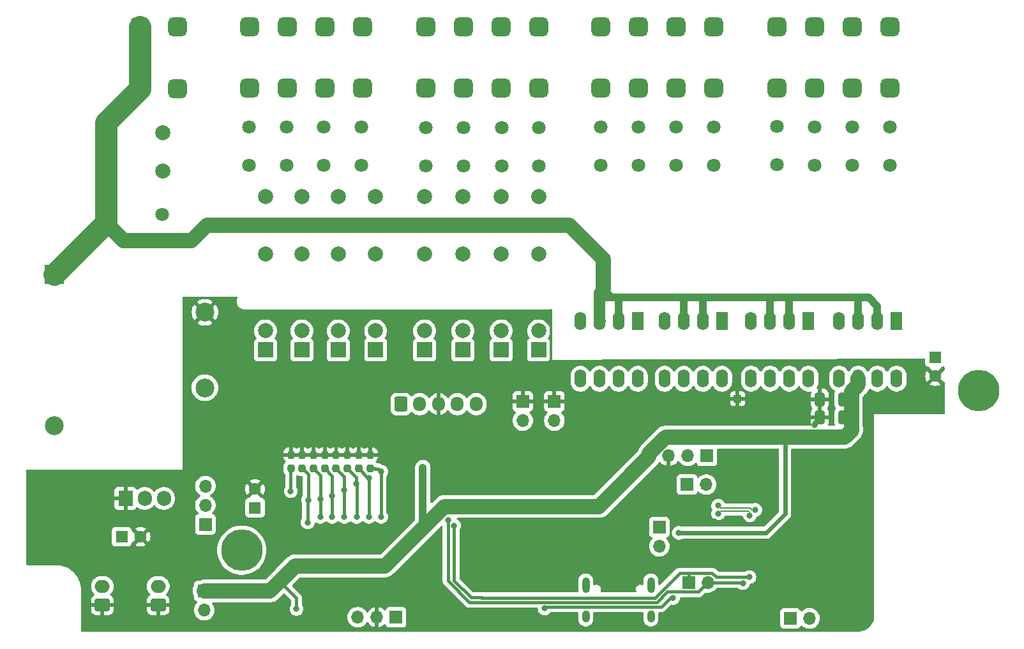
<source format=gbr>
%TF.GenerationSoftware,KiCad,Pcbnew,8.0.4*%
%TF.CreationDate,2024-09-09T03:46:58+02:00*%
%TF.ProjectId,hamodule,68616d6f-6475-46c6-952e-6b696361645f,20240908.24.8-1*%
%TF.SameCoordinates,Original*%
%TF.FileFunction,Copper,L4,Bot*%
%TF.FilePolarity,Positive*%
%FSLAX46Y46*%
G04 Gerber Fmt 4.6, Leading zero omitted, Abs format (unit mm)*
G04 Created by KiCad (PCBNEW 8.0.4) date 2024-09-09 03:46:58*
%MOMM*%
%LPD*%
G01*
G04 APERTURE LIST*
G04 Aperture macros list*
%AMRoundRect*
0 Rectangle with rounded corners*
0 $1 Rounding radius*
0 $2 $3 $4 $5 $6 $7 $8 $9 X,Y pos of 4 corners*
0 Add a 4 corners polygon primitive as box body*
4,1,4,$2,$3,$4,$5,$6,$7,$8,$9,$2,$3,0*
0 Add four circle primitives for the rounded corners*
1,1,$1+$1,$2,$3*
1,1,$1+$1,$4,$5*
1,1,$1+$1,$6,$7*
1,1,$1+$1,$8,$9*
0 Add four rect primitives between the rounded corners*
20,1,$1+$1,$2,$3,$4,$5,0*
20,1,$1+$1,$4,$5,$6,$7,0*
20,1,$1+$1,$6,$7,$8,$9,0*
20,1,$1+$1,$8,$9,$2,$3,0*%
G04 Aperture macros list end*
%TA.AperFunction,EtchedComponent*%
%ADD10C,0.000000*%
%TD*%
%TA.AperFunction,ComponentPad*%
%ADD11R,1.700000X1.700000*%
%TD*%
%TA.AperFunction,ComponentPad*%
%ADD12O,1.700000X1.700000*%
%TD*%
%TA.AperFunction,ComponentPad*%
%ADD13C,1.800000*%
%TD*%
%TA.AperFunction,ComponentPad*%
%ADD14RoundRect,0.250000X0.750000X-0.600000X0.750000X0.600000X-0.750000X0.600000X-0.750000X-0.600000X0*%
%TD*%
%TA.AperFunction,ComponentPad*%
%ADD15O,2.000000X1.700000*%
%TD*%
%TA.AperFunction,ComponentPad*%
%ADD16R,2.500000X2.500000*%
%TD*%
%TA.AperFunction,ComponentPad*%
%ADD17C,2.500000*%
%TD*%
%TA.AperFunction,ComponentPad*%
%ADD18R,1.905000X2.000000*%
%TD*%
%TA.AperFunction,ComponentPad*%
%ADD19O,1.905000X2.000000*%
%TD*%
%TA.AperFunction,ComponentPad*%
%ADD20RoundRect,0.625000X0.625000X0.625000X-0.625000X0.625000X-0.625000X-0.625000X0.625000X-0.625000X0*%
%TD*%
%TA.AperFunction,ComponentPad*%
%ADD21C,2.000000*%
%TD*%
%TA.AperFunction,ComponentPad*%
%ADD22R,1.600000X2.400000*%
%TD*%
%TA.AperFunction,ComponentPad*%
%ADD23O,1.600000X2.400000*%
%TD*%
%TA.AperFunction,ComponentPad*%
%ADD24R,1.600000X1.600000*%
%TD*%
%TA.AperFunction,ComponentPad*%
%ADD25C,1.600000*%
%TD*%
%TA.AperFunction,ComponentPad*%
%ADD26R,2.000000X2.000000*%
%TD*%
%TA.AperFunction,ComponentPad*%
%ADD27R,1.000000X1.000000*%
%TD*%
%TA.AperFunction,ComponentPad*%
%ADD28O,1.000000X2.100000*%
%TD*%
%TA.AperFunction,ComponentPad*%
%ADD29O,1.000000X1.600000*%
%TD*%
%TA.AperFunction,ComponentPad*%
%ADD30RoundRect,0.250000X-0.600000X-0.725000X0.600000X-0.725000X0.600000X0.725000X-0.600000X0.725000X0*%
%TD*%
%TA.AperFunction,ComponentPad*%
%ADD31O,1.700000X1.950000*%
%TD*%
%TA.AperFunction,ComponentPad*%
%ADD32C,5.500000*%
%TD*%
%TA.AperFunction,SMDPad,CuDef*%
%ADD33RoundRect,0.250000X0.412500X0.650000X-0.412500X0.650000X-0.412500X-0.650000X0.412500X-0.650000X0*%
%TD*%
%TA.AperFunction,SMDPad,CuDef*%
%ADD34RoundRect,0.237500X-0.237500X0.250000X-0.237500X-0.250000X0.237500X-0.250000X0.237500X0.250000X0*%
%TD*%
%TA.AperFunction,SMDPad,CuDef*%
%ADD35C,2.000000*%
%TD*%
%TA.AperFunction,ViaPad*%
%ADD36C,0.800000*%
%TD*%
%TA.AperFunction,Conductor*%
%ADD37C,2.000000*%
%TD*%
%TA.AperFunction,Conductor*%
%ADD38C,0.600000*%
%TD*%
%TA.AperFunction,Conductor*%
%ADD39C,0.400000*%
%TD*%
%TA.AperFunction,Conductor*%
%ADD40C,1.000000*%
%TD*%
%TA.AperFunction,Conductor*%
%ADD41C,3.000000*%
%TD*%
%TA.AperFunction,Conductor*%
%ADD42C,1.500000*%
%TD*%
%TA.AperFunction,Conductor*%
%ADD43C,0.200000*%
%TD*%
G04 APERTURE END LIST*
D10*
%TA.AperFunction,EtchedComponent*%
%TO.C,NT1*%
G36*
X77624000Y45468400D02*
G01*
X75624000Y45468400D01*
X75624000Y49468400D01*
X77624000Y49468400D01*
X77624000Y45468400D01*
G37*
%TD.AperFunction*%
%TD*%
D11*
%TO.P,J5,1,Pin_1*%
%TO.N,3.3V+*%
X23674000Y5448400D03*
D12*
%TO.P,J5,2,Pin_2*%
%TO.N,Net-(J4-Pin_2)*%
X23674000Y2908400D03*
%TD*%
D13*
%TO.P,RV1,1*%
%TO.N,220VAC(N)*%
X10626400Y57005330D03*
%TO.P,RV1,2*%
%TO.N,220VAC(L)*%
X18126400Y55372000D03*
%TD*%
D14*
%TO.P,J1,1,Pin_1*%
%TO.N,GND*%
X17574000Y3568700D03*
D15*
%TO.P,J1,2,Pin_2*%
%TO.N,5V+*%
X17574000Y6068700D03*
%TD*%
D16*
%TO.P,PS1,1,VAC_IN(N)*%
%TO.N,220VAC(N)*%
X3780000Y47421800D03*
D17*
%TO.P,PS1,5,VAC_IN(L)*%
%TO.N,220VAC(L)*%
X3780000Y27421800D03*
%TO.P,PS1,7,+VOUT*%
%TO.N,5V+_PS*%
X23780000Y32421800D03*
%TO.P,PS1,9,-VOUT*%
%TO.N,GND*%
X23780000Y42421800D03*
%TD*%
D18*
%TO.P,U1,1,GND*%
%TO.N,GND*%
X13242700Y17729200D03*
D19*
%TO.P,U1,2,VO*%
%TO.N,Net-(J4-Pin_2)*%
X15782700Y17729200D03*
%TO.P,U1,3,VI*%
%TO.N,5V+*%
X18322700Y17729200D03*
%TD*%
D20*
%TO.P,J15,1,1*%
%TO.N,Net-(F13-Pad2)*%
X44691800Y72136000D03*
%TO.P,J15,2,2*%
X44691800Y80335999D03*
%TO.P,J15,3,3*%
%TO.N,Net-(F12-Pad2)*%
X39691800Y72136000D03*
%TO.P,J15,4,4*%
X39691800Y80335999D03*
%TO.P,J15,5,5*%
%TO.N,Net-(F11-Pad2)*%
X34691800Y72136000D03*
%TO.P,J15,6,6*%
X34691800Y80335999D03*
%TO.P,J15,7,7*%
%TO.N,Net-(F10-Pad2)*%
X29691800Y72136000D03*
%TO.P,J15,8,8*%
X29691800Y80335999D03*
%TD*%
%TO.P,J2,1,1*%
%TO.N,Net-(F1-Pad1)*%
X20144000Y72112401D03*
%TO.P,J2,2,2*%
X20144000Y80312400D03*
%TO.P,J2,3,3*%
%TO.N,220VAC(N)*%
X15144000Y72112401D03*
%TO.P,J2,4,4*%
X15144000Y80312400D03*
%TD*%
%TO.P,J7,1,1*%
%TO.N,Net-(F2-Pad2)*%
X91264000Y72140201D03*
%TO.P,J7,2,2*%
X91264000Y80340200D03*
%TO.P,J7,3,3*%
%TO.N,Net-(F3-Pad2)*%
X86264000Y72140201D03*
%TO.P,J7,4,4*%
X86264000Y80340200D03*
%TO.P,J7,5,5*%
%TO.N,Net-(F4-Pad2)*%
X81264000Y72140201D03*
%TO.P,J7,6,6*%
X81264000Y80340200D03*
%TO.P,J7,7,7*%
%TO.N,Net-(F5-Pad2)*%
X76264000Y72140201D03*
%TO.P,J7,8,8*%
X76264000Y80340200D03*
%TD*%
D21*
%TO.P,F1,1*%
%TO.N,Net-(F1-Pad1)*%
X18161000Y66243200D03*
%TO.P,F1,2*%
%TO.N,220VAC(L)*%
X18151000Y61163200D03*
%TD*%
D22*
%TO.P,U4,1*%
%TO.N,Net-(R23-Pad2)*%
X115513178Y41232282D03*
D23*
%TO.P,U4,2*%
%TO.N,220VAC(N)-LowV*%
X112973178Y41232282D03*
%TO.P,U4,3*%
X110433178Y41232282D03*
%TO.P,U4,4*%
%TO.N,Net-(R24-Pad2)*%
X107893178Y41232282D03*
%TO.P,U4,5*%
%TO.N,Net-(U9-A2)*%
X107893178Y33612282D03*
%TO.P,U4,6*%
%TO.N,3.3V+*%
X110433178Y33612282D03*
%TO.P,U4,7*%
X112973178Y33612282D03*
%TO.P,U4,8*%
%TO.N,Net-(U9-A1)*%
X115513178Y33612282D03*
%TD*%
D22*
%TO.P,U7,1*%
%TO.N,Net-(R19-Pad2)*%
X81205300Y41228800D03*
D23*
%TO.P,U7,2*%
%TO.N,220VAC(N)-LowV*%
X78665300Y41228800D03*
%TO.P,U7,3*%
X76125300Y41228800D03*
%TO.P,U7,4*%
%TO.N,Net-(R20-Pad2)*%
X73585300Y41228800D03*
%TO.P,U7,5*%
%TO.N,Net-(J19-Pin_2)*%
X73585300Y33608800D03*
%TO.P,U7,6*%
%TO.N,3.3V+*%
X76125300Y33608800D03*
%TO.P,U7,7*%
X78665300Y33608800D03*
%TO.P,U7,8*%
%TO.N,Net-(U9-A7)*%
X81205300Y33608800D03*
%TD*%
D22*
%TO.P,U6,1*%
%TO.N,Net-(R21-Pad2)*%
X92381300Y41228800D03*
D23*
%TO.P,U6,2*%
%TO.N,220VAC(N)-LowV*%
X89841300Y41228800D03*
%TO.P,U6,3*%
X87301300Y41228800D03*
%TO.P,U6,4*%
%TO.N,Net-(R22-Pad2)*%
X84761300Y41228800D03*
%TO.P,U6,5*%
%TO.N,Net-(U9-A6)*%
X84761300Y33608800D03*
%TO.P,U6,6*%
%TO.N,3.3V+*%
X87301300Y33608800D03*
%TO.P,U6,7*%
X89841300Y33608800D03*
%TO.P,U6,8*%
%TO.N,Net-(U9-A5)*%
X92381300Y33608800D03*
%TD*%
D14*
%TO.P,J4,1,Pin_1*%
%TO.N,GND*%
X10174000Y3568700D03*
D15*
%TO.P,J4,2,Pin_2*%
%TO.N,Net-(J4-Pin_2)*%
X10174000Y6068700D03*
%TD*%
D11*
%TO.P,J10,1,Pin_1*%
%TO.N,RXD0*%
X101429402Y1808701D03*
D12*
%TO.P,J10,2,Pin_2*%
%TO.N,TXD0*%
X103969402Y1808701D03*
%TD*%
D11*
%TO.P,J19,1,Pin_1*%
%TO.N,GND*%
X70124000Y30608400D03*
D12*
%TO.P,J19,2,Pin_2*%
%TO.N,Net-(J19-Pin_2)*%
X70124000Y28068400D03*
%TD*%
D24*
%TO.P,C19,1*%
%TO.N,Net-(JP1-B)*%
X120624000Y36468400D03*
D25*
%TO.P,C19,2*%
%TO.N,GND*%
X120624000Y33968400D03*
%TD*%
D11*
%TO.P,J14,1,Pin_1*%
%TO.N,GPIO15*%
X90364000Y23368400D03*
D12*
%TO.P,J14,2,Pin_2*%
%TO.N,GPIO7*%
X87824000Y23368400D03*
%TO.P,J14,3,Pin_3*%
%TO.N,GND*%
X85284000Y23368400D03*
%TO.P,J14,4,Pin_4*%
%TO.N,3.3V+*%
X82744000Y23368400D03*
%TD*%
D20*
%TO.P,J6,1,1*%
%TO.N,Net-(F6-Pad2)*%
X114621702Y72140201D03*
%TO.P,J6,2,2*%
X114621702Y80340200D03*
%TO.P,J6,3,3*%
%TO.N,Net-(F7-Pad2)*%
X109621702Y72140201D03*
%TO.P,J6,4,4*%
X109621702Y80340200D03*
%TO.P,J6,5,5*%
%TO.N,Net-(F8-Pad2)*%
X104621702Y72140201D03*
%TO.P,J6,6,6*%
X104621702Y80340200D03*
%TO.P,J6,7,7*%
%TO.N,Net-(F9-Pad2)*%
X99621702Y72140201D03*
%TO.P,J6,8,8*%
X99621702Y80340200D03*
%TD*%
%TO.P,J16,1,1*%
%TO.N,Net-(F17-Pad2)*%
X68059800Y72136000D03*
%TO.P,J16,2,2*%
X68059800Y80335999D03*
%TO.P,J16,3,3*%
%TO.N,Net-(F16-Pad2)*%
X63059800Y72136000D03*
%TO.P,J16,4,4*%
X63059800Y80335999D03*
%TO.P,J16,5,5*%
%TO.N,Net-(F15-Pad2)*%
X58059800Y72136000D03*
%TO.P,J16,6,6*%
X58059800Y80335999D03*
%TO.P,J16,7,7*%
%TO.N,Net-(F14-Pad2)*%
X53059800Y72136000D03*
%TO.P,J16,8,8*%
X53059800Y80335999D03*
%TD*%
D13*
%TO.P,F15,1*%
%TO.N,Net-(F15-Pad1)*%
X58026800Y61849000D03*
%TO.P,F15,2*%
%TO.N,Net-(F15-Pad2)*%
X58026800Y66929000D03*
%TD*%
D26*
%TO.P,K5,1*%
%TO.N,Net-(U11-O5)*%
X52911000Y37424500D03*
D21*
%TO.P,K5,2*%
%TO.N,5V+*%
X52911000Y39964500D03*
%TO.P,K5,3*%
%TO.N,220VAC(L)*%
X52911000Y50124500D03*
%TO.P,K5,4*%
%TO.N,Net-(F14-Pad1)*%
X52911000Y57744500D03*
%TD*%
D11*
%TO.P,J12,1,Pin_1*%
%TO.N,GPIO3*%
X87724000Y19568400D03*
D12*
%TO.P,J12,2,Pin_2*%
%TO.N,GPIO9*%
X90264000Y19568400D03*
%TD*%
D13*
%TO.P,F4,1*%
%TO.N,Net-(F4-Pad1)*%
X81228000Y61952500D03*
%TO.P,F4,2*%
%TO.N,Net-(F4-Pad2)*%
X81228000Y67032500D03*
%TD*%
D24*
%TO.P,C18,1*%
%TO.N,5V+_PS*%
X30424000Y16486020D03*
D25*
%TO.P,C18,2*%
%TO.N,GND*%
X30424000Y18986020D03*
%TD*%
D26*
%TO.P,K6,1*%
%TO.N,Net-(U11-O6)*%
X57991000Y37424500D03*
D21*
%TO.P,K6,2*%
%TO.N,5V+*%
X57991000Y39964500D03*
%TO.P,K6,3*%
%TO.N,220VAC(L)*%
X57991000Y50124500D03*
%TO.P,K6,4*%
%TO.N,Net-(F15-Pad1)*%
X57991000Y57744500D03*
%TD*%
D13*
%TO.P,F2,1*%
%TO.N,Net-(F2-Pad1)*%
X91286400Y61952500D03*
%TO.P,F2,2*%
%TO.N,Net-(F2-Pad2)*%
X91286400Y67032500D03*
%TD*%
D11*
%TO.P,J17,1,Pin_1*%
%TO.N,GND*%
X65924000Y30608400D03*
D12*
%TO.P,J17,2,Pin_2*%
%TO.N,Net-(J17-Pin_2)*%
X65924000Y28068400D03*
%TD*%
D11*
%TO.P,J13,1,Pin_1*%
%TO.N,GPIO12*%
X84039402Y13923701D03*
D12*
%TO.P,J13,2,Pin_2*%
%TO.N,GPIO13*%
X84039402Y11383701D03*
%TD*%
D13*
%TO.P,F7,1*%
%TO.N,Net-(F7-Pad1)*%
X109626400Y61950600D03*
%TO.P,F7,2*%
%TO.N,Net-(F7-Pad2)*%
X109626400Y67030600D03*
%TD*%
D11*
%TO.P,J11,1,Pin_1*%
%TO.N,SDA*%
X87929800Y6578600D03*
D12*
%TO.P,J11,2,Pin_2*%
%TO.N,SCL*%
X90469800Y6578600D03*
%TD*%
D27*
%TO.P,TP1,1,1*%
%TO.N,GND*%
X94424000Y30968400D03*
%TD*%
D13*
%TO.P,F8,1*%
%TO.N,Net-(F8-Pad1)*%
X104621800Y61950600D03*
%TO.P,F8,2*%
%TO.N,Net-(F8-Pad2)*%
X104621800Y67030600D03*
%TD*%
%TO.P,F13,1*%
%TO.N,Net-(F13-Pad1)*%
X44532300Y61935500D03*
%TO.P,F13,2*%
%TO.N,Net-(F13-Pad2)*%
X44532300Y67015500D03*
%TD*%
D22*
%TO.P,U5,1*%
%TO.N,Net-(R25-Pad2)*%
X103829178Y41232282D03*
D23*
%TO.P,U5,2*%
%TO.N,220VAC(N)-LowV*%
X101289178Y41232282D03*
%TO.P,U5,3*%
X98749178Y41232282D03*
%TO.P,U5,4*%
%TO.N,Net-(R26-Pad2)*%
X96209178Y41232282D03*
%TO.P,U5,5*%
%TO.N,Net-(U9-A4)*%
X96209178Y33612282D03*
%TO.P,U5,6*%
%TO.N,3.3V+*%
X98749178Y33612282D03*
%TO.P,U5,7*%
X101289178Y33612282D03*
%TO.P,U5,8*%
%TO.N,Net-(U9-A3)*%
X103829178Y33612282D03*
%TD*%
D11*
%TO.P,J8,1,Pin_1*%
%TO.N,Net-(D4-DOUT)*%
X49116800Y1966700D03*
D12*
%TO.P,J8,2,Pin_2*%
%TO.N,GND*%
X46576800Y1966700D03*
%TO.P,J8,3,Pin_3*%
%TO.N,5V+*%
X44036800Y1966700D03*
%TD*%
D13*
%TO.P,F14,1*%
%TO.N,Net-(F14-Pad1)*%
X53073800Y61849000D03*
%TO.P,F14,2*%
%TO.N,Net-(F14-Pad2)*%
X53073800Y66929000D03*
%TD*%
D28*
%TO.P,J3,S1,SHIELD*%
%TO.N,Net-(J3-SHIELD)*%
X74285402Y6222801D03*
D29*
X74285402Y2042801D03*
D28*
X82925402Y6222801D03*
D29*
X82925402Y2042801D03*
%TD*%
D30*
%TO.P,J9,1,Pin_1*%
%TO.N,5V+*%
X49762400Y30243000D03*
D31*
%TO.P,J9,2,Pin_2*%
%TO.N,3.3V+*%
X52262400Y30243000D03*
%TO.P,J9,3,Pin_3*%
%TO.N,GND*%
X54762400Y30243000D03*
%TO.P,J9,4,Pin_4*%
%TO.N,SCL*%
X57262400Y30243000D03*
%TO.P,J9,5,Pin_5*%
%TO.N,SDA*%
X59762400Y30243000D03*
%TD*%
D11*
%TO.P,SW1,1,A*%
%TO.N,VBUS*%
X23834000Y14298400D03*
D12*
%TO.P,SW1,2,B*%
%TO.N,5V+*%
X23834000Y16838400D03*
%TO.P,SW1,3,C*%
%TO.N,5V+_PS*%
X23834000Y19378400D03*
%TD*%
D13*
%TO.P,F6,1*%
%TO.N,Net-(F6-Pad1)*%
X114604800Y61950600D03*
%TO.P,F6,2*%
%TO.N,Net-(F6-Pad2)*%
X114604800Y67030600D03*
%TD*%
%TO.P,F3,1*%
%TO.N,Net-(F3-Pad1)*%
X86257200Y61952500D03*
%TO.P,F3,2*%
%TO.N,Net-(F3-Pad2)*%
X86257200Y67032500D03*
%TD*%
%TO.P,F16,1*%
%TO.N,Net-(F16-Pad1)*%
X63106800Y61849000D03*
%TO.P,F16,2*%
%TO.N,Net-(F16-Pad2)*%
X63106800Y66929000D03*
%TD*%
D32*
%TO.P,H5,1,1*%
%TO.N,unconnected-(H5-Pad1)*%
X28664000Y10858400D03*
%TD*%
D26*
%TO.P,K1,1*%
%TO.N,Net-(U11-O1)*%
X31818300Y37424500D03*
D21*
%TO.P,K1,2*%
%TO.N,5V+*%
X31818300Y39964500D03*
%TO.P,K1,3*%
%TO.N,220VAC(L)*%
X31818300Y50124500D03*
%TO.P,K1,4*%
%TO.N,Net-(F10-Pad1)*%
X31818300Y57744500D03*
%TD*%
D26*
%TO.P,K2,1*%
%TO.N,Net-(U11-O2)*%
X36644300Y37424500D03*
D21*
%TO.P,K2,2*%
%TO.N,5V+*%
X36644300Y39964500D03*
%TO.P,K2,3*%
%TO.N,220VAC(L)*%
X36644300Y50124500D03*
%TO.P,K2,4*%
%TO.N,Net-(F11-Pad1)*%
X36644300Y57744500D03*
%TD*%
D13*
%TO.P,F11,1*%
%TO.N,Net-(F11-Pad1)*%
X34612300Y61935500D03*
%TO.P,F11,2*%
%TO.N,Net-(F11-Pad2)*%
X34612300Y67015500D03*
%TD*%
D26*
%TO.P,K4,1*%
%TO.N,Net-(U11-O4)*%
X46423300Y37424500D03*
D21*
%TO.P,K4,2*%
%TO.N,5V+*%
X46423300Y39964500D03*
%TO.P,K4,3*%
%TO.N,220VAC(L)*%
X46423300Y50124500D03*
%TO.P,K4,4*%
%TO.N,Net-(F13-Pad1)*%
X46423300Y57744500D03*
%TD*%
D26*
%TO.P,K7,1*%
%TO.N,Net-(U11-O7)*%
X63071000Y37424500D03*
D21*
%TO.P,K7,2*%
%TO.N,5V+*%
X63071000Y39964500D03*
%TO.P,K7,3*%
%TO.N,220VAC(L)*%
X63071000Y50124500D03*
%TO.P,K7,4*%
%TO.N,Net-(F16-Pad1)*%
X63071000Y57744500D03*
%TD*%
D26*
%TO.P,K8,1*%
%TO.N,Net-(U11-O8)*%
X68024000Y37424500D03*
D21*
%TO.P,K8,2*%
%TO.N,5V+*%
X68024000Y39964500D03*
%TO.P,K8,3*%
%TO.N,220VAC(L)*%
X68024000Y50124500D03*
%TO.P,K8,4*%
%TO.N,Net-(F17-Pad1)*%
X68024000Y57744500D03*
%TD*%
D26*
%TO.P,K3,1*%
%TO.N,Net-(U11-O3)*%
X41470300Y37424500D03*
D21*
%TO.P,K3,2*%
%TO.N,5V+*%
X41470300Y39964500D03*
%TO.P,K3,3*%
%TO.N,220VAC(L)*%
X41470300Y50124500D03*
%TO.P,K3,4*%
%TO.N,Net-(F12-Pad1)*%
X41470300Y57744500D03*
%TD*%
D32*
%TO.P,H4,1,1*%
%TO.N,unconnected-(H4-Pad1)*%
X126424000Y32080200D03*
%TD*%
D24*
%TO.P,C12,1*%
%TO.N,Net-(J4-Pin_2)*%
X12734700Y12649200D03*
D25*
%TO.P,C12,2*%
%TO.N,GND*%
X15234700Y12649200D03*
%TD*%
D13*
%TO.P,F9,1*%
%TO.N,Net-(F9-Pad1)*%
X99621800Y61980000D03*
%TO.P,F9,2*%
%TO.N,Net-(F9-Pad2)*%
X99621800Y67060000D03*
%TD*%
%TO.P,F5,1*%
%TO.N,Net-(F5-Pad1)*%
X76249600Y61952500D03*
%TO.P,F5,2*%
%TO.N,Net-(F5-Pad2)*%
X76249600Y67032500D03*
%TD*%
%TO.P,F17,1*%
%TO.N,Net-(F17-Pad1)*%
X68059800Y61849000D03*
%TO.P,F17,2*%
%TO.N,Net-(F17-Pad2)*%
X68059800Y66929000D03*
%TD*%
%TO.P,F10,1*%
%TO.N,Net-(F10-Pad1)*%
X29659300Y61935500D03*
%TO.P,F10,2*%
%TO.N,Net-(F10-Pad2)*%
X29659300Y67015500D03*
%TD*%
%TO.P,F12,1*%
%TO.N,Net-(F12-Pad1)*%
X39532300Y61935500D03*
%TO.P,F12,2*%
%TO.N,Net-(F12-Pad2)*%
X39532300Y67015500D03*
%TD*%
D33*
%TO.P,C2,1*%
%TO.N,3.3V+*%
X108449000Y30868400D03*
%TO.P,C2,2*%
%TO.N,GND*%
X105324000Y30868400D03*
%TD*%
D34*
%TO.P,R40,1*%
%TO.N,GND*%
X36664000Y23518400D03*
%TO.P,R40,2*%
%TO.N,Net-(U11-I2)*%
X36664000Y21693400D03*
%TD*%
%TO.P,R39,1*%
%TO.N,GND*%
X35174000Y23518400D03*
%TO.P,R39,2*%
%TO.N,Net-(U11-I1)*%
X35174000Y21693400D03*
%TD*%
%TO.P,R41,1*%
%TO.N,GND*%
X38174000Y23518400D03*
%TO.P,R41,2*%
%TO.N,Net-(U11-I3)*%
X38174000Y21693400D03*
%TD*%
%TO.P,R58,1*%
%TO.N,GND*%
X45724000Y23518400D03*
%TO.P,R58,2*%
%TO.N,Net-(U11-I8)*%
X45724000Y21693400D03*
%TD*%
D35*
%TO.P,NT1,1,1*%
%TO.N,220VAC(N)*%
X76624000Y49468400D03*
%TO.P,NT1,2,2*%
%TO.N,220VAC(N)-LowV*%
X76624000Y45468400D03*
%TD*%
D34*
%TO.P,R43,1*%
%TO.N,GND*%
X41174000Y23518400D03*
%TO.P,R43,2*%
%TO.N,Net-(U11-I5)*%
X41174000Y21693400D03*
%TD*%
%TO.P,R57,1*%
%TO.N,GND*%
X44174000Y23518400D03*
%TO.P,R57,2*%
%TO.N,Net-(U11-I7)*%
X44174000Y21693400D03*
%TD*%
%TO.P,R56,1*%
%TO.N,GND*%
X42674000Y23518400D03*
%TO.P,R56,2*%
%TO.N,Net-(U11-I6)*%
X42674000Y21693400D03*
%TD*%
%TO.P,R42,1*%
%TO.N,GND*%
X39674000Y23518400D03*
%TO.P,R42,2*%
%TO.N,Net-(U11-I4)*%
X39674000Y21693400D03*
%TD*%
D33*
%TO.P,C1,1*%
%TO.N,3.3V+*%
X108449000Y28468400D03*
%TO.P,C1,2*%
%TO.N,GND*%
X105324000Y28468400D03*
%TD*%
D36*
%TO.N,3.3V+*%
X86624000Y13168400D03*
X80084000Y20708400D03*
X35924000Y3068400D03*
X52674000Y21818400D03*
X65574000Y16668400D03*
X66724000Y16668400D03*
X109524000Y27068400D03*
X108413402Y26468400D03*
X52233529Y13358871D03*
%TO.N,IO0*%
X68834000Y3148200D03*
X85878497Y4522897D03*
%TO.N,GND*%
X17824000Y15668400D03*
X35774000Y16018400D03*
X774000Y9518400D03*
X81224000Y17268400D03*
X111124000Y16968400D03*
X111124000Y19968400D03*
X102124000Y15468400D03*
X64126204Y1920409D03*
X64010737Y5981663D03*
X96724000Y19868400D03*
X66924000Y18668400D03*
X105124000Y9468400D03*
X109624000Y19968400D03*
X31424000Y7568400D03*
X48124000Y6868400D03*
X102124000Y9468400D03*
X96724000Y17968400D03*
X108124000Y18468400D03*
X111124000Y9468400D03*
X67653400Y11268400D03*
X74974000Y14098701D03*
X76606400Y31267400D03*
X17220969Y8668400D03*
X121324000Y29418400D03*
X97924000Y15368400D03*
X48574000Y15268400D03*
X74774000Y12168400D03*
X58774000Y11918400D03*
X45724000Y25768400D03*
X87706200Y29743400D03*
X17024000Y10068400D03*
X105024000Y7268400D03*
X65824000Y25743400D03*
X41324000Y25468400D03*
X28449000Y33568400D03*
X57624000Y24018400D03*
X73374000Y8018400D03*
X82324000Y14098701D03*
X57624000Y21168400D03*
X93624000Y2768400D03*
X111124000Y10968400D03*
X104668242Y27468399D03*
X43124000Y6790296D03*
X111524000Y29668400D03*
X105224000Y18468400D03*
X87824000Y10268400D03*
X111124000Y13968400D03*
X100624000Y10768400D03*
X49374000Y6868400D03*
X91324000Y18068400D03*
X100546400Y31216600D03*
X97224000Y8168400D03*
X6172200Y10109200D03*
X6146800Y12217400D03*
X50974000Y15368400D03*
X82424000Y12268400D03*
X50874000Y4468400D03*
X78625400Y8862301D03*
X105445758Y23689201D03*
X111924000Y23968400D03*
X69674000Y35218400D03*
X103624000Y10968400D03*
X55224000Y18768400D03*
X109624000Y12668400D03*
X55212400Y27768400D03*
X87731600Y31242000D03*
X45724000Y24668400D03*
X111824000Y26968400D03*
X95124000Y14568400D03*
X67487800Y2032000D03*
X31524000Y1968400D03*
X58324000Y10168400D03*
X96424000Y2768400D03*
X89357200Y29743400D03*
X100546400Y29718000D03*
X74324000Y18568400D03*
X103824000Y19868400D03*
X6124000Y16068400D03*
X78181200Y31216600D03*
X55224000Y21118400D03*
X95624000Y9568400D03*
X108124000Y7268400D03*
X6096000Y14198600D03*
X98924000Y2768400D03*
X97824000Y17168400D03*
X102124000Y12368400D03*
X74774000Y8318400D03*
X97224000Y10968400D03*
X57624000Y18718400D03*
X106624000Y10968400D03*
X89357200Y31267400D03*
X39824000Y6790296D03*
X83324000Y17268400D03*
X99224000Y19968400D03*
X99124000Y9568400D03*
X40402300Y890100D03*
X111524000Y31168400D03*
X81224000Y15326200D03*
X50224000Y26768400D03*
X100724000Y8168400D03*
X102224000Y18468400D03*
X35724000Y25468400D03*
X56724000Y4268400D03*
X99555800Y31216600D03*
X54124000Y26768400D03*
X82244849Y8547551D03*
X87424000Y17318400D03*
X109624000Y15468400D03*
X50274000Y23918400D03*
X88024000Y2184400D03*
X84024000Y8268400D03*
X28449000Y28293400D03*
X91324000Y14655101D03*
X85524000Y17268400D03*
X111224000Y6368400D03*
X55224000Y23968400D03*
X111924000Y24968400D03*
X91324000Y2768400D03*
X97024000Y14468400D03*
X70142600Y11268400D03*
X674000Y20918400D03*
X88824000Y3268400D03*
X108124000Y9468400D03*
X76606400Y29743400D03*
X106624000Y19868400D03*
X78130400Y29692600D03*
X36624000Y6790296D03*
X57150000Y1041400D03*
X99530400Y29692600D03*
%TO.N,SDA*%
X95986468Y7298201D03*
X56824000Y14118400D03*
%TO.N,SCL*%
X95129402Y6498701D03*
X56024000Y14886600D03*
%TO.N,/ESP-D+*%
X96038170Y15477469D03*
X91853360Y15726201D03*
%TO.N,/ESP-D-*%
X91853360Y16776201D03*
X96780634Y16219933D03*
%TO.N,Net-(U11-I1)*%
X35158314Y18702714D03*
%TO.N,Net-(U11-I2)*%
X37474000Y17518400D03*
X37410000Y14554400D03*
%TO.N,Net-(U11-I3)*%
X39072400Y15268400D03*
X39072400Y17668400D03*
%TO.N,Net-(U11-I4)*%
X40647200Y15268400D03*
X40650783Y18068400D03*
%TO.N,Net-(U11-I5)*%
X42272800Y15268400D03*
X42274000Y18868400D03*
%TO.N,Net-(U11-I8)*%
X47174000Y21268400D03*
X47149600Y15268400D03*
%TO.N,Net-(U11-I7)*%
X45524000Y20468400D03*
X45524000Y15268400D03*
%TO.N,Net-(U11-I6)*%
X43874000Y19668400D03*
X43887000Y15268400D03*
%TD*%
D37*
%TO.N,3.3V+*%
X35724000Y8768400D02*
X32404000Y5448400D01*
D38*
X100724000Y15668400D02*
X100724000Y20341193D01*
D37*
X78234000Y18858400D02*
X80084000Y20708400D01*
X80084000Y20708400D02*
X82744000Y23368400D01*
X32404000Y5448400D02*
X23674000Y5448400D01*
D39*
X35924000Y3068400D02*
X35924000Y4531000D01*
D37*
X84884862Y25868400D02*
X82744000Y23727538D01*
D40*
X52674000Y21818400D02*
X52674000Y14368400D01*
D37*
X52233529Y13358871D02*
X52958529Y14083871D01*
D38*
X100724000Y25668400D02*
X100924000Y25868400D01*
D37*
X82744000Y23727538D02*
X82744000Y23368400D01*
X110433178Y32799720D02*
X109512800Y31879342D01*
X110433178Y33612282D02*
X110433178Y32799720D01*
X52233529Y13358871D02*
X47643058Y8768400D01*
X61024000Y16668400D02*
X57824000Y16668400D01*
D38*
X86624000Y13168400D02*
X98224000Y13168400D01*
D37*
X109524000Y26743400D02*
X108649000Y25868400D01*
X109524000Y27068400D02*
X109524000Y26743400D01*
X61024000Y16668400D02*
X76044000Y16668400D01*
X100924000Y25868400D02*
X84884862Y25868400D01*
D40*
X52674000Y14368400D02*
X52958529Y14083871D01*
D37*
X33724000Y6731000D02*
X35761400Y8768400D01*
X76044000Y16668400D02*
X78234000Y18858400D01*
X47643058Y8768400D02*
X40824000Y8768400D01*
X109512800Y31879342D02*
X109512800Y27079600D01*
D39*
X35924000Y4531000D02*
X33724000Y6731000D01*
D37*
X57824000Y16668400D02*
X55543058Y16668400D01*
X40824000Y8768400D02*
X42424000Y8768400D01*
X42424000Y8768400D02*
X35724000Y8768400D01*
D38*
X98224000Y13168400D02*
X100724000Y15668400D01*
D37*
X109512800Y27079600D02*
X109524000Y27068400D01*
X55543058Y16668400D02*
X52958529Y14083871D01*
X35761400Y8768400D02*
X40824000Y8768400D01*
X108649000Y25868400D02*
X100924000Y25868400D01*
D38*
X100724000Y20341193D02*
X100724000Y25668400D01*
D37*
X66724000Y16668400D02*
X61024000Y16668400D01*
%TO.N,220VAC(N)*%
X10626400Y54268200D02*
X12922600Y51972000D01*
D41*
X10626400Y67594801D02*
X10626400Y57005330D01*
D37*
X24016240Y54000400D02*
X72092000Y54000400D01*
D41*
X15144000Y72112401D02*
X10626400Y67594801D01*
D37*
X21987840Y51972000D02*
X24016240Y54000400D01*
D41*
X10626400Y57005330D02*
X10626400Y54268200D01*
X10626400Y54268200D02*
X3780000Y47421800D01*
X15144000Y72112401D02*
X15144000Y80312400D01*
D37*
X72092000Y54000400D02*
X76624000Y49468400D01*
X12922600Y51972000D02*
X21987840Y51972000D01*
D39*
%TO.N,IO0*%
X85478497Y4522897D02*
X85878497Y4522897D01*
X69034000Y3348200D02*
X84303800Y3348200D01*
X84303800Y3348200D02*
X85478497Y4522897D01*
X68834000Y3148200D02*
X69034000Y3348200D01*
D38*
%TO.N,GND*%
X104668242Y27468399D02*
X104668242Y27812642D01*
X104668242Y27812642D02*
X105324000Y28468400D01*
D39*
%TO.N,SDA*%
X85799787Y6892613D02*
X83455373Y4548200D01*
X59082128Y4568400D02*
X56824000Y6826528D01*
X91554399Y7298201D02*
X91024000Y7828600D01*
X56824000Y6826528D02*
X56824000Y14118400D01*
X87924000Y7828600D02*
X86735774Y7828600D01*
X86735774Y7828600D02*
X85799787Y6892613D01*
X90524000Y7828600D02*
X87924000Y7828600D01*
X60444200Y4548200D02*
X60424000Y4568400D01*
X91024000Y7828600D02*
X90524000Y7828600D01*
X83455373Y4548200D02*
X60444200Y4548200D01*
X87924000Y7828600D02*
X87924000Y6584400D01*
X60424000Y4568400D02*
X59082128Y4568400D01*
X87924000Y6584400D02*
X87929800Y6578600D01*
X95986468Y7298201D02*
X91554399Y7298201D01*
%TO.N,SCL*%
X95049503Y6578600D02*
X95129402Y6498701D01*
X58853800Y3948200D02*
X56024000Y6778000D01*
X56024000Y6778000D02*
X56024000Y14886600D01*
X85084302Y5328600D02*
X83703902Y3948200D01*
X90469800Y6578600D02*
X95049503Y6578600D01*
X89219800Y5328600D02*
X85084302Y5328600D01*
X83703902Y3948200D02*
X58853800Y3948200D01*
X90469800Y6578600D02*
X89219800Y5328600D01*
D40*
%TO.N,220VAC(N)-LowV*%
X111798600Y44399200D02*
X112967000Y43230800D01*
X112967000Y43230800D02*
X112967000Y41238460D01*
X110433178Y44367622D02*
X110401600Y44399200D01*
X87301300Y44360100D02*
X87262200Y44399200D01*
X112967000Y41238460D02*
X112973178Y41232282D01*
X87262200Y44399200D02*
X78677000Y44399200D01*
X101232200Y44399200D02*
X110401600Y44399200D01*
X77718600Y44373800D02*
X76721200Y44373800D01*
X78651600Y44373800D02*
X77718600Y44373800D01*
X101289178Y44342222D02*
X101232200Y44399200D01*
X89954600Y44399200D02*
X98793800Y44399200D01*
D42*
X76202902Y41306402D02*
X76125300Y41228800D01*
D40*
X78677000Y44399200D02*
X78668101Y44390301D01*
X77718600Y44373800D02*
X76624000Y45468400D01*
X98749178Y41232282D02*
X98749178Y44354578D01*
X78665300Y41228800D02*
X78665300Y44387500D01*
X87301300Y41228800D02*
X87301300Y44360100D01*
X78665300Y44387500D02*
X78677000Y44399200D01*
X89841300Y41228800D02*
X89841300Y44285900D01*
X76721200Y44373800D02*
X76125300Y44969700D01*
X98749178Y44354578D02*
X98793800Y44399200D01*
X89841300Y44285900D02*
X89954600Y44399200D01*
X110401600Y44399200D02*
X111798600Y44399200D01*
D42*
X76125300Y41228800D02*
X76125300Y44969700D01*
D40*
X101289178Y41232282D02*
X101289178Y44342222D01*
X110433178Y41232282D02*
X110433178Y44367622D01*
X87262200Y44399200D02*
X89954600Y44399200D01*
X78677000Y44399200D02*
X78651600Y44373800D01*
X98793800Y44399200D02*
X101232200Y44399200D01*
D42*
X76125300Y44969700D02*
X76624000Y45468400D01*
D43*
%TO.N,/ESP-D+*%
X92153359Y16026200D02*
X95913704Y16026200D01*
X91853360Y15726201D02*
X92153359Y16026200D01*
X95913704Y16026200D02*
X96038170Y15901734D01*
X96038170Y15901734D02*
X96038170Y15477469D01*
%TO.N,/ESP-D-*%
X96100100Y16476202D02*
X96356369Y16219933D01*
X96356369Y16219933D02*
X96780634Y16219933D01*
X91853360Y16776201D02*
X92153359Y16476202D01*
X92153359Y16476202D02*
X96100100Y16476202D01*
D39*
%TO.N,Net-(U11-I1)*%
X35174000Y21618400D02*
X35174000Y21693400D01*
X35158314Y18702714D02*
X35158314Y21602714D01*
X35158314Y21602714D02*
X35174000Y21618400D01*
%TO.N,Net-(U11-I2)*%
X37396000Y17440400D02*
X37474000Y17518400D01*
X37396000Y14568400D02*
X37396000Y17440400D01*
X37410000Y14554400D02*
X37396000Y14568400D01*
X37474000Y17518400D02*
X37474000Y20918400D01*
X37474000Y20918400D02*
X36699000Y21693400D01*
X36699000Y21693400D02*
X36664000Y21693400D01*
%TO.N,Net-(U11-I3)*%
X39072400Y15268400D02*
X39072400Y17668400D01*
X39072400Y17668400D02*
X39072400Y20795000D01*
X39072400Y20795000D02*
X38174000Y21693400D01*
%TO.N,Net-(U11-I4)*%
X40647200Y18064817D02*
X40650783Y18068400D01*
X40647200Y15268400D02*
X40647200Y18064817D01*
X40650783Y18068400D02*
X40724000Y17995183D01*
X40650783Y20716617D02*
X39674000Y21693400D01*
X40650783Y18068400D02*
X40650783Y20716617D01*
%TO.N,Net-(U11-I5)*%
X42272800Y18867200D02*
X42274000Y18868400D01*
X42274000Y20593400D02*
X41174000Y21693400D01*
X42272800Y15268400D02*
X42272800Y18867200D01*
X42274000Y18868400D02*
X42274000Y20593400D01*
%TO.N,Net-(U11-I8)*%
X46424000Y21668400D02*
X46399000Y21693400D01*
X46774000Y21668400D02*
X46424000Y21668400D01*
X47149600Y15268400D02*
X47149600Y21244000D01*
X46399000Y21693400D02*
X45724000Y21693400D01*
X47174000Y21268400D02*
X46774000Y21668400D01*
X47149600Y21244000D02*
X47174000Y21268400D01*
%TO.N,Net-(U11-I7)*%
X45524000Y20468400D02*
X45399000Y20468400D01*
X45399000Y20468400D02*
X44174000Y21693400D01*
X45524000Y15268400D02*
X45524000Y20468400D01*
%TO.N,Net-(U11-I6)*%
X43874000Y19668400D02*
X43874000Y20493400D01*
X43874000Y20493400D02*
X42674000Y21693400D01*
X43887000Y19655400D02*
X43874000Y19668400D01*
X43887000Y15268400D02*
X43887000Y19655400D01*
%TD*%
%TA.AperFunction,Conductor*%
%TO.N,GND*%
G36*
X27999524Y44511521D02*
G01*
X28066522Y44491699D01*
X28112169Y44438802D01*
X28121972Y44369624D01*
X28114596Y44344946D01*
X28115553Y44344597D01*
X28047241Y44156916D01*
X28013500Y43965559D01*
X28013500Y43771242D01*
X28047241Y43579885D01*
X28113700Y43397293D01*
X28113703Y43397286D01*
X28210858Y43229008D01*
X28335757Y43080158D01*
X28484607Y42955259D01*
X28484608Y42955258D01*
X28484610Y42955257D01*
X28652890Y42858101D01*
X28835484Y42791642D01*
X29026844Y42757900D01*
X29026846Y42757900D01*
X69321154Y42757900D01*
X69321156Y42757900D01*
X69512516Y42791642D01*
X69663492Y42846594D01*
X69733219Y42851026D01*
X69794275Y42817056D01*
X69827273Y42755469D01*
X69829902Y42730270D01*
X69840033Y36375863D01*
X69840400Y36145800D01*
X82848300Y36183500D01*
X95856200Y36221200D01*
X119191143Y36288831D01*
X119258237Y36269341D01*
X119304145Y36216670D01*
X119315500Y36164832D01*
X119315500Y35619746D01*
X119322011Y35559198D01*
X119322011Y35559196D01*
X119373111Y35422196D01*
X119460739Y35305139D01*
X119577796Y35217511D01*
X119714799Y35166411D01*
X119742050Y35163482D01*
X119775345Y35159901D01*
X119775360Y35159901D01*
X119775362Y35159900D01*
X119775364Y35159900D01*
X119778669Y35159723D01*
X119778659Y35159545D01*
X119778665Y35159544D01*
X119778653Y35159441D01*
X119778591Y35158272D01*
X119840084Y35140215D01*
X119885839Y35087411D01*
X119891519Y35054433D01*
X120577553Y34368400D01*
X120571339Y34368400D01*
X120469606Y34341141D01*
X120378394Y34288480D01*
X120303920Y34214006D01*
X120251259Y34122794D01*
X120224000Y34021061D01*
X120224000Y34014848D01*
X119544974Y34693874D01*
X119544973Y34693874D01*
X119493868Y34620888D01*
X119493866Y34620884D01*
X119397734Y34414727D01*
X119397730Y34414718D01*
X119338860Y34195011D01*
X119338858Y34195000D01*
X119319034Y33968403D01*
X119319034Y33968398D01*
X119338858Y33741801D01*
X119338860Y33741790D01*
X119397730Y33522083D01*
X119397735Y33522069D01*
X119493863Y33315922D01*
X119544974Y33242928D01*
X120224000Y33921954D01*
X120224000Y33915739D01*
X120251259Y33814006D01*
X120303920Y33722794D01*
X120378394Y33648320D01*
X120469606Y33595659D01*
X120571339Y33568400D01*
X120577553Y33568400D01*
X119898526Y32889375D01*
X119971513Y32838268D01*
X119971521Y32838264D01*
X120177668Y32742136D01*
X120177682Y32742131D01*
X120397389Y32683261D01*
X120397400Y32683259D01*
X120623998Y32663434D01*
X120624002Y32663434D01*
X120850599Y32683259D01*
X120850610Y32683261D01*
X121070317Y32742131D01*
X121070331Y32742136D01*
X121276478Y32838264D01*
X121349471Y32889376D01*
X120670447Y33568400D01*
X120676661Y33568400D01*
X120778394Y33595659D01*
X120869606Y33648320D01*
X120944080Y33722794D01*
X120996741Y33814006D01*
X121024000Y33915739D01*
X121024000Y33921953D01*
X121703024Y33242929D01*
X121737192Y33245918D01*
X121805692Y33232151D01*
X121855876Y33183536D01*
X121872000Y33122390D01*
X121872000Y29005400D01*
X121852315Y28938361D01*
X121799511Y28892606D01*
X121748000Y28881400D01*
X112547400Y28881400D01*
X112535857Y1583016D01*
X112524933Y1532177D01*
X112453438Y1373322D01*
X112446479Y1360063D01*
X112296218Y1111499D01*
X112287712Y1099176D01*
X112108581Y870533D01*
X112098651Y859325D01*
X111893275Y653949D01*
X111882067Y644019D01*
X111653424Y464888D01*
X111641101Y456382D01*
X111392536Y306120D01*
X111379277Y299161D01*
X111114406Y179952D01*
X111100410Y174645D01*
X110838346Y92982D01*
X110823115Y88236D01*
X110808577Y84653D01*
X110522876Y32296D01*
X110508010Y30491D01*
X110419687Y25149D01*
X110412229Y24923D01*
X7624827Y1722D01*
X7577346Y11161D01*
X7574113Y12500D01*
X7544333Y24836D01*
X7516300Y41021D01*
X7461533Y83046D01*
X7438645Y105934D01*
X7396621Y160700D01*
X7380435Y188734D01*
X7354019Y252508D01*
X7345641Y283776D01*
X7336477Y353383D01*
X7335416Y369523D01*
X7335238Y864631D01*
X7333583Y5456320D01*
X7333650Y5460375D01*
X7339065Y5624063D01*
X7316856Y5955405D01*
X7279694Y6175616D01*
X8665500Y6175616D01*
X8665500Y5961785D01*
X8698951Y5750583D01*
X8765026Y5547220D01*
X8765027Y5547217D01*
X8820976Y5437413D01*
X8862106Y5356691D01*
X8987794Y5183696D01*
X8987796Y5183694D01*
X9126070Y5045420D01*
X9159555Y4984097D01*
X9154571Y4914405D01*
X9112699Y4858472D01*
X9103486Y4852201D01*
X8955659Y4761020D01*
X8955655Y4761017D01*
X8831684Y4637046D01*
X8739643Y4487825D01*
X8739641Y4487820D01*
X8684494Y4321398D01*
X8684493Y4321391D01*
X8674000Y4218687D01*
X8674000Y3818700D01*
X9740988Y3818700D01*
X9708075Y3761693D01*
X9674000Y3634526D01*
X9674000Y3502874D01*
X9708075Y3375707D01*
X9740988Y3318700D01*
X8674001Y3318700D01*
X8674001Y2918714D01*
X8684494Y2816003D01*
X8739641Y2649581D01*
X8739643Y2649576D01*
X8831684Y2500355D01*
X8955654Y2376385D01*
X9104875Y2284344D01*
X9104880Y2284342D01*
X9271302Y2229195D01*
X9271309Y2229194D01*
X9374019Y2218701D01*
X9923999Y2218701D01*
X9924000Y2218702D01*
X9924000Y3135688D01*
X9981007Y3102775D01*
X10108174Y3068700D01*
X10239826Y3068700D01*
X10366993Y3102775D01*
X10424000Y3135688D01*
X10424000Y2218701D01*
X10973972Y2218701D01*
X10973986Y2218702D01*
X11076697Y2229195D01*
X11243119Y2284342D01*
X11243124Y2284344D01*
X11392345Y2376385D01*
X11516315Y2500355D01*
X11608356Y2649576D01*
X11608358Y2649581D01*
X11663505Y2816003D01*
X11663506Y2816010D01*
X11673999Y2918714D01*
X11674000Y2918727D01*
X11674000Y3318700D01*
X10607012Y3318700D01*
X10639925Y3375707D01*
X10674000Y3502874D01*
X10674000Y3634526D01*
X10639925Y3761693D01*
X10607012Y3818700D01*
X11673999Y3818700D01*
X11673999Y4218672D01*
X11673998Y4218687D01*
X11663505Y4321398D01*
X11608358Y4487820D01*
X11608356Y4487825D01*
X11516315Y4637046D01*
X11392344Y4761017D01*
X11392340Y4761020D01*
X11244513Y4852201D01*
X11197788Y4904149D01*
X11186567Y4973111D01*
X11214410Y5037193D01*
X11221907Y5045398D01*
X11360206Y5183696D01*
X11485894Y5356691D01*
X11582972Y5547217D01*
X11649049Y5750584D01*
X11682500Y5961784D01*
X11682500Y6175616D01*
X16065500Y6175616D01*
X16065500Y5961785D01*
X16098951Y5750583D01*
X16165026Y5547220D01*
X16165027Y5547217D01*
X16220976Y5437413D01*
X16262106Y5356691D01*
X16387794Y5183696D01*
X16387796Y5183694D01*
X16526070Y5045420D01*
X16559555Y4984097D01*
X16554571Y4914405D01*
X16512699Y4858472D01*
X16503486Y4852201D01*
X16355659Y4761020D01*
X16355655Y4761017D01*
X16231684Y4637046D01*
X16139643Y4487825D01*
X16139641Y4487820D01*
X16084494Y4321398D01*
X16084493Y4321391D01*
X16074000Y4218687D01*
X16074000Y3818700D01*
X17140988Y3818700D01*
X17108075Y3761693D01*
X17074000Y3634526D01*
X17074000Y3502874D01*
X17108075Y3375707D01*
X17140988Y3318700D01*
X16074001Y3318700D01*
X16074001Y2918714D01*
X16084494Y2816003D01*
X16139641Y2649581D01*
X16139643Y2649576D01*
X16231684Y2500355D01*
X16355654Y2376385D01*
X16504875Y2284344D01*
X16504880Y2284342D01*
X16671302Y2229195D01*
X16671309Y2229194D01*
X16774019Y2218701D01*
X17323999Y2218701D01*
X17324000Y2218702D01*
X17324000Y3135688D01*
X17381007Y3102775D01*
X17508174Y3068700D01*
X17639826Y3068700D01*
X17766993Y3102775D01*
X17824000Y3135688D01*
X17824000Y2218701D01*
X18373972Y2218701D01*
X18373986Y2218702D01*
X18476697Y2229195D01*
X18643119Y2284342D01*
X18643124Y2284344D01*
X18792345Y2376385D01*
X18916315Y2500355D01*
X19008356Y2649576D01*
X19008358Y2649581D01*
X19063505Y2816003D01*
X19063506Y2816010D01*
X19073999Y2918714D01*
X19074000Y2918727D01*
X19074000Y3318700D01*
X18007012Y3318700D01*
X18039925Y3375707D01*
X18074000Y3502874D01*
X18074000Y3634526D01*
X18039925Y3761693D01*
X18007012Y3818700D01*
X19073999Y3818700D01*
X19073999Y4218672D01*
X19073998Y4218687D01*
X19063505Y4321398D01*
X19008358Y4487820D01*
X19008356Y4487825D01*
X18916315Y4637046D01*
X18792344Y4761017D01*
X18792340Y4761020D01*
X18644513Y4852201D01*
X18597788Y4904149D01*
X18586567Y4973111D01*
X18614410Y5037193D01*
X18621907Y5045398D01*
X18760206Y5183696D01*
X18885894Y5356691D01*
X18982972Y5547217D01*
X18989441Y5567128D01*
X22165500Y5567128D01*
X22165500Y5329673D01*
X22202643Y5095159D01*
X22218805Y5045420D01*
X22276018Y4869337D01*
X22294212Y4833630D01*
X22301985Y4818374D01*
X22315500Y4762080D01*
X22315500Y4549746D01*
X22322011Y4489198D01*
X22322011Y4489196D01*
X22373111Y4352196D01*
X22460739Y4235139D01*
X22577796Y4147511D01*
X22629737Y4128138D01*
X22695595Y4103573D01*
X22751528Y4061701D01*
X22775944Y3996237D01*
X22761092Y3927964D01*
X22743490Y3903409D01*
X22598279Y3745670D01*
X22598276Y3745666D01*
X22475140Y3557193D01*
X22384703Y3351015D01*
X22329436Y3132772D01*
X22329434Y3132760D01*
X22310844Y2908406D01*
X22310844Y2908395D01*
X22329434Y2684041D01*
X22329436Y2684032D01*
X22384703Y2465786D01*
X22475140Y2259608D01*
X22598276Y2071135D01*
X22598284Y2071124D01*
X22750756Y1905498D01*
X22750761Y1905493D01*
X22809981Y1859400D01*
X22928424Y1767211D01*
X22928425Y1767211D01*
X22928427Y1767209D01*
X22974402Y1742329D01*
X23126426Y1660058D01*
X23339365Y1586956D01*
X23561431Y1549900D01*
X23786569Y1549900D01*
X24008635Y1586956D01*
X24221574Y1660058D01*
X24419576Y1767211D01*
X24597240Y1905494D01*
X24653590Y1966706D01*
X42673644Y1966706D01*
X42673644Y1966695D01*
X42692234Y1742341D01*
X42692236Y1742329D01*
X42747503Y1524086D01*
X42837940Y1317908D01*
X42961076Y1129435D01*
X42961084Y1129424D01*
X43113556Y963798D01*
X43113561Y963793D01*
X43158783Y928595D01*
X43291224Y825511D01*
X43291225Y825511D01*
X43291227Y825509D01*
X43417935Y756939D01*
X43489226Y718358D01*
X43702165Y645256D01*
X43924231Y608200D01*
X44149369Y608200D01*
X44371435Y645256D01*
X44584374Y718358D01*
X44782376Y825511D01*
X44960040Y963794D01*
X45065095Y1077913D01*
X45112515Y1129424D01*
X45112515Y1129425D01*
X45112522Y1129432D01*
X45206549Y1273353D01*
X45259694Y1318706D01*
X45328925Y1328130D01*
X45392261Y1298628D01*
X45411930Y1276652D01*
X45538690Y1095622D01*
X45705717Y928595D01*
X45899221Y793100D01*
X46113307Y693271D01*
X46113316Y693267D01*
X46326800Y636066D01*
X46326800Y1533688D01*
X46383807Y1500775D01*
X46510974Y1466700D01*
X46642626Y1466700D01*
X46769793Y1500775D01*
X46826800Y1533688D01*
X46826800Y636067D01*
X47040283Y693267D01*
X47040292Y693271D01*
X47254378Y793100D01*
X47447878Y928592D01*
X47563714Y1044428D01*
X47625037Y1077913D01*
X47694729Y1072929D01*
X47750663Y1031058D01*
X47767577Y1000081D01*
X47815910Y870497D01*
X47831628Y849500D01*
X47903539Y753439D01*
X48020596Y665811D01*
X48157599Y614711D01*
X48184850Y611782D01*
X48218145Y608201D01*
X48218162Y608200D01*
X50015438Y608200D01*
X50015454Y608201D01*
X50042492Y611109D01*
X50076001Y614711D01*
X50213004Y665811D01*
X50330061Y753439D01*
X50417689Y870496D01*
X50468789Y1007499D01*
X50472759Y1044428D01*
X50475299Y1068046D01*
X50475300Y1068063D01*
X50475300Y2865338D01*
X50475299Y2865355D01*
X50470670Y2908406D01*
X50468789Y2925901D01*
X50466022Y2933319D01*
X50439359Y3004806D01*
X50417689Y3062904D01*
X50330061Y3179961D01*
X50213004Y3267589D01*
X50076003Y3318689D01*
X50015454Y3325200D01*
X50015438Y3325200D01*
X48218162Y3325200D01*
X48218145Y3325200D01*
X48157597Y3318689D01*
X48157595Y3318689D01*
X48020595Y3267589D01*
X47903539Y3179961D01*
X47815911Y3062905D01*
X47767577Y2933319D01*
X47725705Y2877386D01*
X47660241Y2852970D01*
X47591968Y2867822D01*
X47563715Y2888973D01*
X47447882Y3004806D01*
X47254378Y3140301D01*
X47040292Y3240130D01*
X47040286Y3240133D01*
X46826800Y3297336D01*
X46826800Y2399712D01*
X46769793Y2432625D01*
X46642626Y2466700D01*
X46510974Y2466700D01*
X46383807Y2432625D01*
X46326800Y2399712D01*
X46326800Y3297336D01*
X46326799Y3297336D01*
X46113313Y3240133D01*
X46113307Y3240130D01*
X45899222Y3140301D01*
X45899220Y3140300D01*
X45705726Y3004814D01*
X45705720Y3004809D01*
X45538691Y2837780D01*
X45538690Y2837778D01*
X45411931Y2656748D01*
X45357354Y2613123D01*
X45287855Y2605931D01*
X45225501Y2637453D01*
X45206552Y2660044D01*
X45112522Y2803968D01*
X45112515Y2803975D01*
X45112515Y2803977D01*
X44960043Y2969603D01*
X44960038Y2969608D01*
X44782377Y3107888D01*
X44782372Y3107892D01*
X44584380Y3215039D01*
X44584377Y3215041D01*
X44584374Y3215042D01*
X44584371Y3215043D01*
X44584369Y3215044D01*
X44371437Y3288144D01*
X44149369Y3325200D01*
X43924231Y3325200D01*
X43702162Y3288144D01*
X43489230Y3215044D01*
X43489219Y3215039D01*
X43291227Y3107892D01*
X43291222Y3107888D01*
X43113561Y2969608D01*
X43113556Y2969603D01*
X42961084Y2803977D01*
X42961078Y2803968D01*
X42837940Y2615493D01*
X42747503Y2409315D01*
X42692236Y2191072D01*
X42692234Y2191060D01*
X42673644Y1966706D01*
X24653590Y1966706D01*
X24749722Y2071132D01*
X24872860Y2259609D01*
X24963296Y2465784D01*
X25018564Y2684032D01*
X25020463Y2706951D01*
X25037156Y2908395D01*
X25037156Y2908406D01*
X25018565Y3132760D01*
X25018563Y3132772D01*
X24985916Y3261693D01*
X24963296Y3351016D01*
X24872860Y3557191D01*
X24749722Y3745668D01*
X24749720Y3745670D01*
X24748147Y3748078D01*
X24727959Y3814968D01*
X24747138Y3882153D01*
X24799597Y3928304D01*
X24851955Y3939900D01*
X32280143Y3939900D01*
X32280167Y3939899D01*
X32285278Y3939899D01*
X32522721Y3939899D01*
X32522722Y3939899D01*
X32757241Y3977044D01*
X32983063Y4050418D01*
X33194627Y4158215D01*
X33386722Y4297780D01*
X33554620Y4465678D01*
X33554621Y4465680D01*
X33561681Y4472740D01*
X33561687Y4472747D01*
X34183304Y5094364D01*
X34244627Y5127849D01*
X34314319Y5122865D01*
X34358666Y5094364D01*
X35179181Y4273849D01*
X35212666Y4212526D01*
X35215500Y4186168D01*
X35215500Y3686862D01*
X35195815Y3619823D01*
X35188775Y3610603D01*
X35188779Y3610600D01*
X35184957Y3605341D01*
X35089473Y3439957D01*
X35089470Y3439950D01*
X35031551Y3261693D01*
X35030458Y3258328D01*
X35010496Y3068400D01*
X35030458Y2878472D01*
X35030459Y2878469D01*
X35089470Y2696851D01*
X35089473Y2696844D01*
X35184960Y2531456D01*
X35265390Y2442129D01*
X35304433Y2398767D01*
X35312747Y2389534D01*
X35467248Y2277282D01*
X35641712Y2199606D01*
X35828513Y2159900D01*
X36019487Y2159900D01*
X36206288Y2199606D01*
X36380752Y2277282D01*
X36535253Y2389534D01*
X36663040Y2531456D01*
X36758527Y2696844D01*
X36817542Y2878472D01*
X36837504Y3068400D01*
X36817542Y3258328D01*
X36758527Y3439956D01*
X36663040Y3605344D01*
X36663039Y3605346D01*
X36659221Y3610600D01*
X36660633Y3611627D01*
X36634118Y3666897D01*
X36632500Y3686862D01*
X36632500Y4600782D01*
X36632499Y4600786D01*
X36628657Y4620100D01*
X36605273Y4737662D01*
X36588117Y4779080D01*
X36575422Y4809728D01*
X36551867Y4866597D01*
X36551866Y4866599D01*
X36550037Y4869336D01*
X36474328Y4982642D01*
X36474325Y4982646D01*
X35379336Y6077634D01*
X35345851Y6138957D01*
X35350835Y6208649D01*
X35379336Y6252996D01*
X36349922Y7223581D01*
X36411245Y7257066D01*
X36437603Y7259900D01*
X40705278Y7259900D01*
X42542722Y7259900D01*
X47519201Y7259900D01*
X47519225Y7259899D01*
X47524336Y7259899D01*
X47761779Y7259899D01*
X47761780Y7259899D01*
X47996299Y7297044D01*
X48222121Y7370418D01*
X48433685Y7478215D01*
X48470363Y7504863D01*
X48625780Y7617780D01*
X48793678Y7785678D01*
X48793679Y7785680D01*
X48800739Y7792740D01*
X48800744Y7792747D01*
X53384148Y12376149D01*
X53384149Y12376150D01*
X54109149Y13101150D01*
X55103819Y14095820D01*
X55165142Y14129305D01*
X55234834Y14124321D01*
X55290767Y14082449D01*
X55315184Y14016985D01*
X55315500Y14008139D01*
X55315500Y6708215D01*
X55339073Y6589704D01*
X55342726Y6571343D01*
X55342728Y6571335D01*
X55396135Y6442399D01*
X55396136Y6442396D01*
X55473671Y6326358D01*
X55473674Y6326354D01*
X58402154Y3397875D01*
X58402158Y3397872D01*
X58518200Y3320335D01*
X58593730Y3289050D01*
X58647138Y3266927D01*
X58690369Y3258328D01*
X58784014Y3239701D01*
X58784018Y3239700D01*
X58784019Y3239700D01*
X67799229Y3239700D01*
X67866268Y3220015D01*
X67912023Y3167211D01*
X67922549Y3128665D01*
X67940458Y2958272D01*
X67940459Y2958269D01*
X67999470Y2776651D01*
X67999473Y2776644D01*
X68094960Y2611256D01*
X68222747Y2469334D01*
X68377248Y2357082D01*
X68551712Y2279406D01*
X68738513Y2239700D01*
X68929487Y2239700D01*
X69116288Y2279406D01*
X69290752Y2357082D01*
X69445253Y2469334D01*
X69561709Y2598673D01*
X69621195Y2635321D01*
X69653859Y2639700D01*
X73165106Y2639700D01*
X73232145Y2620015D01*
X73277900Y2567211D01*
X73287844Y2498053D01*
X73286724Y2491510D01*
X73276902Y2442129D01*
X73276902Y1643468D01*
X73315656Y1448640D01*
X73315658Y1448632D01*
X73391679Y1265100D01*
X73391684Y1265091D01*
X73502048Y1099921D01*
X73502051Y1099917D01*
X73642517Y959451D01*
X73642521Y959448D01*
X73807691Y849084D01*
X73807697Y849081D01*
X73807698Y849080D01*
X73991233Y773057D01*
X74186068Y734302D01*
X74186072Y734301D01*
X74186073Y734301D01*
X74384732Y734301D01*
X74384733Y734302D01*
X74579571Y773057D01*
X74763106Y849080D01*
X74928283Y959448D01*
X75068755Y1099920D01*
X75179123Y1265097D01*
X75255146Y1448632D01*
X75293902Y1643472D01*
X75293902Y2442130D01*
X75284080Y2491510D01*
X75290309Y2561102D01*
X75333172Y2616278D01*
X75399062Y2639522D01*
X75405698Y2639700D01*
X81805106Y2639700D01*
X81872145Y2620015D01*
X81917900Y2567211D01*
X81927844Y2498053D01*
X81926724Y2491510D01*
X81916902Y2442129D01*
X81916902Y1643468D01*
X81955656Y1448640D01*
X81955658Y1448632D01*
X82031679Y1265100D01*
X82031684Y1265091D01*
X82142048Y1099921D01*
X82142051Y1099917D01*
X82282517Y959451D01*
X82282521Y959448D01*
X82447691Y849084D01*
X82447697Y849081D01*
X82447698Y849080D01*
X82631233Y773057D01*
X82826068Y734302D01*
X82826072Y734301D01*
X82826073Y734301D01*
X83024732Y734301D01*
X83024733Y734302D01*
X83219571Y773057D01*
X83403106Y849080D01*
X83568283Y959448D01*
X83708755Y1099920D01*
X83819123Y1265097D01*
X83895146Y1448632D01*
X83933902Y1643472D01*
X83933902Y2442130D01*
X83924080Y2491510D01*
X83930309Y2561102D01*
X83973172Y2616278D01*
X84039062Y2639522D01*
X84045698Y2639700D01*
X84373582Y2639700D01*
X84442021Y2653314D01*
X84442022Y2653314D01*
X84459286Y2656748D01*
X84510462Y2666927D01*
X84551757Y2684032D01*
X84608067Y2707356D01*
X100070902Y2707356D01*
X100070902Y910047D01*
X100077413Y849499D01*
X100077413Y849497D01*
X100105925Y773057D01*
X100128513Y712497D01*
X100216141Y595440D01*
X100333198Y507812D01*
X100470201Y456712D01*
X100497452Y453783D01*
X100530747Y450202D01*
X100530764Y450201D01*
X102328040Y450201D01*
X102328056Y450202D01*
X102355094Y453110D01*
X102388603Y456712D01*
X102525606Y507812D01*
X102642663Y595440D01*
X102730291Y712497D01*
X102775540Y833814D01*
X102817411Y889745D01*
X102882876Y914162D01*
X102951148Y899310D01*
X102982947Y874465D01*
X103046162Y805795D01*
X103223826Y667512D01*
X103223827Y667512D01*
X103223829Y667510D01*
X103267237Y644019D01*
X103421828Y560359D01*
X103634767Y487257D01*
X103856833Y450201D01*
X104081971Y450201D01*
X104304037Y487257D01*
X104516976Y560359D01*
X104714978Y667512D01*
X104892642Y805795D01*
X105005686Y928592D01*
X105045117Y971425D01*
X105045118Y971427D01*
X105045124Y971433D01*
X105168262Y1159910D01*
X105258698Y1366085D01*
X105313966Y1584333D01*
X105313967Y1584342D01*
X105332558Y1808696D01*
X105332558Y1808707D01*
X105313967Y2033061D01*
X105313965Y2033073D01*
X105271793Y2199606D01*
X105258698Y2251317D01*
X105168262Y2457492D01*
X105162843Y2465786D01*
X105096579Y2567211D01*
X105045124Y2645969D01*
X105045121Y2645972D01*
X105045117Y2645978D01*
X104892645Y2811604D01*
X104892640Y2811609D01*
X104745796Y2925903D01*
X104714978Y2949890D01*
X104714977Y2949891D01*
X104714974Y2949893D01*
X104516982Y3057040D01*
X104516979Y3057042D01*
X104516976Y3057043D01*
X104516973Y3057044D01*
X104516971Y3057045D01*
X104304039Y3130145D01*
X104081971Y3167201D01*
X103856833Y3167201D01*
X103634764Y3130145D01*
X103421832Y3057045D01*
X103421821Y3057040D01*
X103223829Y2949893D01*
X103223824Y2949889D01*
X103046163Y2811609D01*
X102982950Y2742941D01*
X102923063Y2706951D01*
X102853225Y2709052D01*
X102795609Y2748577D01*
X102775540Y2783591D01*
X102730291Y2904905D01*
X102719944Y2918727D01*
X102642663Y3021962D01*
X102525606Y3109590D01*
X102474473Y3128662D01*
X102388605Y3160690D01*
X102328056Y3167201D01*
X102328040Y3167201D01*
X100530764Y3167201D01*
X100530747Y3167201D01*
X100470199Y3160690D01*
X100470197Y3160690D01*
X100333197Y3109590D01*
X100216141Y3021962D01*
X100128513Y2904906D01*
X100077413Y2767906D01*
X100077413Y2767904D01*
X100070902Y2707356D01*
X84608067Y2707356D01*
X84639401Y2720335D01*
X84755443Y2797872D01*
X85561356Y3603788D01*
X85622677Y3637271D01*
X85674815Y3637395D01*
X85783010Y3614397D01*
X85783011Y3614397D01*
X85973984Y3614397D01*
X86160785Y3654103D01*
X86335249Y3731779D01*
X86489750Y3844031D01*
X86617537Y3985953D01*
X86713024Y4151341D01*
X86772039Y4332969D01*
X86790547Y4509062D01*
X86817132Y4573677D01*
X86874429Y4613661D01*
X86913868Y4620100D01*
X89289584Y4620100D01*
X89350184Y4632155D01*
X89380486Y4638182D01*
X89426462Y4647327D01*
X89445117Y4655055D01*
X89469230Y4665042D01*
X89469233Y4665044D01*
X89469241Y4665047D01*
X89555401Y4700735D01*
X89671443Y4778272D01*
X90103027Y5209858D01*
X90164346Y5243340D01*
X90211111Y5244483D01*
X90357231Y5220100D01*
X90357232Y5220100D01*
X90582369Y5220100D01*
X90804435Y5257156D01*
X91017374Y5330258D01*
X91215376Y5437411D01*
X91393040Y5575694D01*
X91545522Y5741332D01*
X91584924Y5801641D01*
X91592947Y5813921D01*
X91646094Y5859278D01*
X91696756Y5870100D01*
X94417682Y5870100D01*
X94484721Y5850415D01*
X94509831Y5829073D01*
X94518149Y5819835D01*
X94672650Y5707583D01*
X94847114Y5629907D01*
X95033915Y5590201D01*
X95224889Y5590201D01*
X95411690Y5629907D01*
X95586154Y5707583D01*
X95740655Y5819835D01*
X95868442Y5961757D01*
X95963929Y6127145D01*
X96022944Y6308773D01*
X96022944Y6308774D01*
X96024689Y6314144D01*
X96064126Y6371820D01*
X96116838Y6397116D01*
X96268756Y6429407D01*
X96443220Y6507083D01*
X96597721Y6619335D01*
X96725508Y6761257D01*
X96820995Y6926645D01*
X96880010Y7108273D01*
X96899972Y7298201D01*
X96880010Y7488129D01*
X96822046Y7666522D01*
X96820997Y7669751D01*
X96820996Y7669752D01*
X96820995Y7669757D01*
X96725508Y7835145D01*
X96597721Y7977067D01*
X96443220Y8089319D01*
X96268756Y8166995D01*
X96268754Y8166996D01*
X96081955Y8206701D01*
X95890981Y8206701D01*
X95704182Y8166996D01*
X95529711Y8089317D01*
X95448597Y8030383D01*
X95382791Y8006903D01*
X95375712Y8006701D01*
X91899231Y8006701D01*
X91832192Y8026386D01*
X91811550Y8043020D01*
X91475646Y8378926D01*
X91475638Y8378932D01*
X91359603Y8456464D01*
X91359599Y8456466D01*
X91284073Y8487750D01*
X91268427Y8494231D01*
X91268426Y8494232D01*
X91230664Y8509873D01*
X91230658Y8509875D01*
X91162221Y8523487D01*
X91093785Y8537100D01*
X91093782Y8537100D01*
X91093781Y8537100D01*
X90593781Y8537100D01*
X87993781Y8537100D01*
X86665993Y8537100D01*
X86665988Y8537100D01*
X86529119Y8509876D01*
X86529115Y8509874D01*
X86529113Y8509874D01*
X86529112Y8509873D01*
X86475704Y8487751D01*
X86475702Y8487750D01*
X86400175Y8456466D01*
X86400171Y8456464D01*
X86284136Y8378932D01*
X86284128Y8378926D01*
X84145583Y6240381D01*
X84084260Y6206896D01*
X84014568Y6211880D01*
X83958635Y6253752D01*
X83934218Y6319216D01*
X83933902Y6328062D01*
X83933902Y6872131D01*
X83933901Y6872135D01*
X83917040Y6956900D01*
X83895146Y7066970D01*
X83830275Y7223581D01*
X83819124Y7250503D01*
X83819119Y7250512D01*
X83708755Y7415682D01*
X83708752Y7415686D01*
X83568286Y7556152D01*
X83568282Y7556155D01*
X83403112Y7666519D01*
X83403103Y7666524D01*
X83219571Y7742545D01*
X83219563Y7742547D01*
X83024735Y7781301D01*
X83024731Y7781301D01*
X82826073Y7781301D01*
X82826068Y7781301D01*
X82631240Y7742547D01*
X82631232Y7742545D01*
X82447700Y7666524D01*
X82447691Y7666519D01*
X82282521Y7556155D01*
X82282517Y7556152D01*
X82142051Y7415686D01*
X82142048Y7415682D01*
X82031684Y7250512D01*
X82031679Y7250503D01*
X81955658Y7066971D01*
X81955656Y7066963D01*
X81916902Y6872135D01*
X81916902Y6328754D01*
X81897217Y6261715D01*
X81844413Y6215960D01*
X81775255Y6206016D01*
X81730905Y6221365D01*
X81717540Y6229081D01*
X81717537Y6229082D01*
X81571168Y6268301D01*
X81419636Y6268301D01*
X81273265Y6229082D01*
X81142037Y6153316D01*
X81142034Y6153314D01*
X81034889Y6046169D01*
X81034887Y6046166D01*
X80959121Y5914938D01*
X80933639Y5819835D01*
X80919902Y5768567D01*
X80919902Y5617035D01*
X80959121Y5470666D01*
X80975267Y5442701D01*
X80991740Y5374801D01*
X80968888Y5308774D01*
X80913967Y5265583D01*
X80867880Y5256700D01*
X76342924Y5256700D01*
X76275885Y5276385D01*
X76230130Y5329189D01*
X76220186Y5398347D01*
X76235537Y5442701D01*
X76242777Y5455241D01*
X76251683Y5470666D01*
X76290902Y5617035D01*
X76290902Y5768567D01*
X76251683Y5914936D01*
X76175917Y6046166D01*
X76068767Y6153316D01*
X75979430Y6204895D01*
X75937538Y6229082D01*
X75864352Y6248692D01*
X75791168Y6268301D01*
X75639636Y6268301D01*
X75493267Y6229082D01*
X75493266Y6229082D01*
X75493264Y6229081D01*
X75493263Y6229081D01*
X75479899Y6221365D01*
X75411999Y6204895D01*
X75345972Y6227748D01*
X75302783Y6282671D01*
X75293902Y6328754D01*
X75293902Y6872131D01*
X75293901Y6872135D01*
X75277040Y6956900D01*
X75255146Y7066970D01*
X75190275Y7223581D01*
X75179124Y7250503D01*
X75179119Y7250512D01*
X75068755Y7415682D01*
X75068752Y7415686D01*
X74928286Y7556152D01*
X74928282Y7556155D01*
X74763112Y7666519D01*
X74763103Y7666524D01*
X74579571Y7742545D01*
X74579563Y7742547D01*
X74384735Y7781301D01*
X74384731Y7781301D01*
X74186073Y7781301D01*
X74186068Y7781301D01*
X73991240Y7742547D01*
X73991232Y7742545D01*
X73807700Y7666524D01*
X73807691Y7666519D01*
X73642521Y7556155D01*
X73642517Y7556152D01*
X73502051Y7415686D01*
X73502048Y7415682D01*
X73391684Y7250512D01*
X73391679Y7250503D01*
X73315658Y7066971D01*
X73315656Y7066963D01*
X73276902Y6872135D01*
X73276902Y5573468D01*
X73310434Y5404891D01*
X73304207Y5335299D01*
X73261344Y5280122D01*
X73195454Y5256878D01*
X73188817Y5256700D01*
X60607547Y5256700D01*
X60583355Y5259083D01*
X60562221Y5263287D01*
X60562221Y5263288D01*
X60493786Y5276900D01*
X60493782Y5276900D01*
X60493781Y5276900D01*
X59426961Y5276900D01*
X59359922Y5296585D01*
X59339280Y5313219D01*
X57568819Y7083680D01*
X57535334Y7145003D01*
X57532500Y7171361D01*
X57532500Y11383707D01*
X82676246Y11383707D01*
X82676246Y11383696D01*
X82694836Y11159342D01*
X82694838Y11159330D01*
X82750105Y10941087D01*
X82840542Y10734909D01*
X82963678Y10546436D01*
X82963686Y10546425D01*
X83116158Y10380799D01*
X83116162Y10380795D01*
X83293826Y10242512D01*
X83293827Y10242512D01*
X83293829Y10242510D01*
X83420537Y10173940D01*
X83491828Y10135359D01*
X83704767Y10062257D01*
X83926833Y10025201D01*
X84151971Y10025201D01*
X84374037Y10062257D01*
X84586976Y10135359D01*
X84784978Y10242512D01*
X84962642Y10380795D01*
X85115124Y10546433D01*
X85238262Y10734910D01*
X85328698Y10941085D01*
X85383966Y11159333D01*
X85399288Y11344234D01*
X85402558Y11383696D01*
X85402558Y11383707D01*
X85383967Y11608061D01*
X85383965Y11608073D01*
X85334385Y11803860D01*
X85328698Y11826317D01*
X85238262Y12032492D01*
X85115124Y12220969D01*
X85115121Y12220972D01*
X85115117Y12220978D01*
X84969912Y12378710D01*
X84938989Y12441364D01*
X84946849Y12510790D01*
X84990996Y12564946D01*
X85017807Y12578874D01*
X85097986Y12608781D01*
X85135606Y12622812D01*
X85252663Y12710440D01*
X85340291Y12827497D01*
X85391391Y12964500D01*
X85394993Y12998009D01*
X85397901Y13025047D01*
X85397902Y13025064D01*
X85397902Y14822339D01*
X85397901Y14822356D01*
X85392876Y14869085D01*
X85391391Y14882902D01*
X85389540Y14887864D01*
X85359699Y14967871D01*
X85340291Y15019905D01*
X85252663Y15136962D01*
X85135606Y15224590D01*
X85107345Y15235131D01*
X84998605Y15275690D01*
X84938056Y15282201D01*
X84938040Y15282201D01*
X83140764Y15282201D01*
X83140747Y15282201D01*
X83080199Y15275690D01*
X83080197Y15275690D01*
X82943197Y15224590D01*
X82826141Y15136962D01*
X82738513Y15019906D01*
X82687413Y14882906D01*
X82687413Y14882904D01*
X82680902Y14822356D01*
X82680902Y13025047D01*
X82687413Y12964499D01*
X82687413Y12964497D01*
X82736365Y12833257D01*
X82738513Y12827497D01*
X82826141Y12710440D01*
X82943198Y12622812D01*
X82995139Y12603439D01*
X83060997Y12578874D01*
X83116930Y12537002D01*
X83141346Y12471538D01*
X83126494Y12403265D01*
X83108892Y12378710D01*
X82963681Y12220971D01*
X82963678Y12220967D01*
X82840542Y12032494D01*
X82750105Y11826316D01*
X82694838Y11608073D01*
X82694836Y11608061D01*
X82676246Y11383707D01*
X57532500Y11383707D01*
X57532500Y13499939D01*
X57552185Y13566978D01*
X57559225Y13576199D01*
X57559222Y13576201D01*
X57563036Y13581452D01*
X57563040Y13581456D01*
X57658527Y13746844D01*
X57717542Y13928472D01*
X57737504Y14118400D01*
X57717542Y14308328D01*
X57658527Y14489956D01*
X57563040Y14655344D01*
X57435253Y14797266D01*
X57280752Y14909518D01*
X57251321Y14922622D01*
X57198085Y14967871D01*
X57177764Y15034720D01*
X57196809Y15101943D01*
X57249175Y15148199D01*
X57301758Y15159900D01*
X57705278Y15159900D01*
X60905278Y15159900D01*
X66842722Y15159900D01*
X75920143Y15159900D01*
X75920167Y15159899D01*
X75925278Y15159899D01*
X76162721Y15159899D01*
X76162722Y15159899D01*
X76397241Y15197044D01*
X76623063Y15270418D01*
X76834627Y15378215D01*
X76857077Y15394526D01*
X77026722Y15517780D01*
X77194620Y15685678D01*
X77194621Y15685680D01*
X77201681Y15692740D01*
X77201686Y15692747D01*
X78285141Y16776201D01*
X90939856Y16776201D01*
X90959818Y16586273D01*
X90959819Y16586270D01*
X91018830Y16404652D01*
X91018833Y16404645D01*
X91071628Y16313201D01*
X91088101Y16245300D01*
X91071628Y16189201D01*
X91018833Y16097758D01*
X91018830Y16097751D01*
X90983045Y15987615D01*
X90959818Y15916129D01*
X90939856Y15726201D01*
X90959818Y15536273D01*
X90959819Y15536270D01*
X91018830Y15354652D01*
X91018833Y15354645D01*
X91114320Y15189257D01*
X91242107Y15047335D01*
X91396608Y14935083D01*
X91571072Y14857407D01*
X91757873Y14817701D01*
X91948847Y14817701D01*
X92135648Y14857407D01*
X92310112Y14935083D01*
X92464613Y15047335D01*
X92592400Y15189257D01*
X92687887Y15354645D01*
X92687887Y15354646D01*
X92688496Y15355700D01*
X92739063Y15403916D01*
X92795883Y15417700D01*
X95019298Y15417700D01*
X95086337Y15398015D01*
X95132092Y15345211D01*
X95142617Y15306666D01*
X95144628Y15287541D01*
X95144629Y15287538D01*
X95203640Y15105920D01*
X95203643Y15105913D01*
X95299130Y14940525D01*
X95426917Y14798603D01*
X95581418Y14686351D01*
X95755882Y14608675D01*
X95942683Y14568969D01*
X96133657Y14568969D01*
X96320458Y14608675D01*
X96494922Y14686351D01*
X96649423Y14798603D01*
X96777210Y14940525D01*
X96872697Y15105913D01*
X96922052Y15257814D01*
X96961489Y15315487D01*
X97014200Y15340784D01*
X97062922Y15351139D01*
X97237386Y15428815D01*
X97391887Y15541067D01*
X97519674Y15682989D01*
X97615161Y15848377D01*
X97674176Y16030005D01*
X97694138Y16219933D01*
X97674176Y16409861D01*
X97615161Y16591489D01*
X97519674Y16756877D01*
X97391887Y16898799D01*
X97237386Y17011051D01*
X97062922Y17088727D01*
X97062920Y17088728D01*
X96876121Y17128433D01*
X96685147Y17128433D01*
X96498347Y17088728D01*
X96498342Y17088726D01*
X96413288Y17050858D01*
X96344038Y17041574D01*
X96330762Y17044363D01*
X96257592Y17063968D01*
X96218901Y17074335D01*
X96180211Y17084702D01*
X96180210Y17084702D01*
X92795883Y17084702D01*
X92728844Y17104387D01*
X92688496Y17146702D01*
X92610950Y17281015D01*
X92592400Y17313145D01*
X92464613Y17455067D01*
X92310112Y17567319D01*
X92135648Y17644995D01*
X92135646Y17644996D01*
X91948847Y17684701D01*
X91757873Y17684701D01*
X91571074Y17644996D01*
X91396606Y17567318D01*
X91242105Y17455066D01*
X91114319Y17313144D01*
X91018833Y17147758D01*
X91018830Y17147751D01*
X90964798Y16981456D01*
X90959818Y16966129D01*
X90939856Y16776201D01*
X78285141Y16776201D01*
X79384620Y17875679D01*
X79443179Y17934238D01*
X79443191Y17934252D01*
X81234620Y19725678D01*
X81234621Y19725681D01*
X81241681Y19732740D01*
X81241686Y19732747D01*
X81975995Y20467055D01*
X86365500Y20467055D01*
X86365500Y18669746D01*
X86372011Y18609198D01*
X86372011Y18609196D01*
X86423111Y18472196D01*
X86510739Y18355139D01*
X86627796Y18267511D01*
X86742949Y18224561D01*
X86762002Y18217454D01*
X86764799Y18216411D01*
X86792050Y18213482D01*
X86825345Y18209901D01*
X86825362Y18209900D01*
X88622638Y18209900D01*
X88622654Y18209901D01*
X88649692Y18212809D01*
X88683201Y18216411D01*
X88685998Y18217454D01*
X88697768Y18221845D01*
X88820204Y18267511D01*
X88937261Y18355139D01*
X89024889Y18472196D01*
X89070138Y18593513D01*
X89112009Y18649444D01*
X89177474Y18673861D01*
X89245746Y18659009D01*
X89277545Y18634164D01*
X89340760Y18565494D01*
X89518424Y18427211D01*
X89518425Y18427211D01*
X89518427Y18427209D01*
X89613989Y18375494D01*
X89716426Y18320058D01*
X89929365Y18246956D01*
X90151431Y18209900D01*
X90376569Y18209900D01*
X90598635Y18246956D01*
X90811574Y18320058D01*
X91009576Y18427211D01*
X91187240Y18565494D01*
X91339722Y18731132D01*
X91462860Y18919609D01*
X91553296Y19125784D01*
X91608564Y19344032D01*
X91609785Y19358761D01*
X91627156Y19568395D01*
X91627156Y19568406D01*
X91608565Y19792760D01*
X91608563Y19792772D01*
X91590370Y19864613D01*
X91553296Y20011016D01*
X91462860Y20217191D01*
X91461962Y20218565D01*
X91339723Y20405666D01*
X91339715Y20405677D01*
X91187243Y20571303D01*
X91187238Y20571308D01*
X91014425Y20705815D01*
X91009576Y20709589D01*
X91009575Y20709590D01*
X91009572Y20709592D01*
X90811580Y20816739D01*
X90811577Y20816741D01*
X90811574Y20816742D01*
X90811571Y20816743D01*
X90811569Y20816744D01*
X90598637Y20889844D01*
X90376569Y20926900D01*
X90151431Y20926900D01*
X89929362Y20889844D01*
X89716430Y20816744D01*
X89716419Y20816739D01*
X89518427Y20709592D01*
X89518422Y20709588D01*
X89340761Y20571308D01*
X89277548Y20502640D01*
X89217661Y20466650D01*
X89147823Y20468751D01*
X89090207Y20508276D01*
X89070138Y20543290D01*
X89024889Y20664604D01*
X89011170Y20682930D01*
X88937261Y20781661D01*
X88820204Y20869289D01*
X88804673Y20875082D01*
X88683203Y20920389D01*
X88622654Y20926900D01*
X88622638Y20926900D01*
X86825362Y20926900D01*
X86825345Y20926900D01*
X86764797Y20920389D01*
X86764795Y20920389D01*
X86627795Y20869289D01*
X86510739Y20781661D01*
X86423111Y20664605D01*
X86372011Y20527605D01*
X86372011Y20527603D01*
X86365500Y20467055D01*
X81975995Y20467055D01*
X83894620Y22385678D01*
X84001334Y22532558D01*
X84011124Y22546032D01*
X84066454Y22588698D01*
X84136067Y22594677D01*
X84197862Y22562071D01*
X84213017Y22544271D01*
X84245894Y22497318D01*
X84412917Y22330295D01*
X84606421Y22194800D01*
X84820507Y22094971D01*
X84820516Y22094967D01*
X85034000Y22037766D01*
X85034000Y22935388D01*
X85091007Y22902475D01*
X85218174Y22868400D01*
X85349826Y22868400D01*
X85476993Y22902475D01*
X85534000Y22935388D01*
X85534000Y22037767D01*
X85747483Y22094967D01*
X85747492Y22094971D01*
X85961578Y22194800D01*
X86155082Y22330295D01*
X86322105Y22497318D01*
X86448868Y22678352D01*
X86503445Y22721977D01*
X86572944Y22729169D01*
X86635298Y22697647D01*
X86654251Y22675050D01*
X86748276Y22531135D01*
X86748284Y22531124D01*
X86890260Y22376900D01*
X86900760Y22365494D01*
X87078424Y22227211D01*
X87078425Y22227211D01*
X87078427Y22227209D01*
X87123160Y22203001D01*
X87276426Y22120058D01*
X87489365Y22046956D01*
X87711431Y22009900D01*
X87936569Y22009900D01*
X88158635Y22046956D01*
X88371574Y22120058D01*
X88569576Y22227211D01*
X88747240Y22365494D01*
X88810452Y22434161D01*
X88870337Y22470150D01*
X88940175Y22468051D01*
X88997791Y22428527D01*
X89017861Y22393512D01*
X89054194Y22296102D01*
X89063111Y22272196D01*
X89150739Y22155139D01*
X89267796Y22067511D01*
X89404799Y22016411D01*
X89432050Y22013482D01*
X89465345Y22009901D01*
X89465362Y22009900D01*
X91262638Y22009900D01*
X91262654Y22009901D01*
X91289692Y22012809D01*
X91323201Y22016411D01*
X91460204Y22067511D01*
X91577261Y22155139D01*
X91664889Y22272196D01*
X91715989Y22409199D01*
X91721548Y22460904D01*
X91722499Y22469746D01*
X91722500Y22469763D01*
X91722500Y24235900D01*
X91742185Y24302939D01*
X91794989Y24348694D01*
X91846500Y24359900D01*
X99791500Y24359900D01*
X99858539Y24340215D01*
X99904294Y24287411D01*
X99915500Y24235900D01*
X99915500Y16054654D01*
X99895815Y15987615D01*
X99879181Y15966973D01*
X97925427Y14013219D01*
X97864104Y13979734D01*
X97837746Y13976900D01*
X87068068Y13976900D01*
X87017633Y13987620D01*
X86906287Y14037195D01*
X86719487Y14076900D01*
X86528513Y14076900D01*
X86341714Y14037195D01*
X86296322Y14016985D01*
X86230367Y13987620D01*
X86167246Y13959517D01*
X86012745Y13847265D01*
X85884959Y13705343D01*
X85789473Y13539957D01*
X85789470Y13539950D01*
X85738389Y13382737D01*
X85730458Y13358328D01*
X85710496Y13168400D01*
X85730458Y12978472D01*
X85730459Y12978469D01*
X85789470Y12796851D01*
X85789473Y12796844D01*
X85884960Y12631456D01*
X86012747Y12489534D01*
X86167248Y12377282D01*
X86341712Y12299606D01*
X86528513Y12259900D01*
X86719487Y12259900D01*
X86906288Y12299606D01*
X87017633Y12349181D01*
X87068068Y12359900D01*
X98303631Y12359900D01*
X98303632Y12359901D01*
X98459831Y12390970D01*
X98533399Y12421444D01*
X98606968Y12451916D01*
X98739389Y12540397D01*
X101352003Y15153011D01*
X101440484Y15285432D01*
X101478371Y15376900D01*
X101501430Y15432569D01*
X101532500Y15588770D01*
X101532500Y20420823D01*
X101532500Y24235900D01*
X101552185Y24302939D01*
X101604989Y24348694D01*
X101656500Y24359900D01*
X108525143Y24359900D01*
X108525167Y24359899D01*
X108530278Y24359899D01*
X108767721Y24359899D01*
X108767722Y24359899D01*
X109002241Y24397044D01*
X109228063Y24470418D01*
X109439627Y24578215D01*
X109492655Y24616742D01*
X109631722Y24717780D01*
X109799620Y24885678D01*
X109799621Y24885680D01*
X109806681Y24892740D01*
X109806687Y24892747D01*
X110499653Y25585713D01*
X110499660Y25585719D01*
X110506720Y25592779D01*
X110506722Y25592780D01*
X110674620Y25760678D01*
X110814185Y25952773D01*
X110921982Y26164337D01*
X110995356Y26390159D01*
X111003991Y26444677D01*
X111032501Y26624678D01*
X111032501Y26862122D01*
X111032501Y26866523D01*
X111032500Y26866538D01*
X111032500Y27187127D01*
X111022827Y27248196D01*
X111021300Y27267595D01*
X111021300Y31203140D01*
X111040985Y31270179D01*
X111057615Y31290817D01*
X111408831Y31642034D01*
X111408838Y31642039D01*
X111415898Y31649099D01*
X111415900Y31649100D01*
X111583798Y31816998D01*
X111723363Y32009093D01*
X111831160Y32220657D01*
X111838068Y32241921D01*
X111877505Y32299594D01*
X111941864Y32326793D01*
X112010710Y32314879D01*
X112043680Y32291282D01*
X112120749Y32214213D01*
X112120754Y32214209D01*
X112263201Y32110716D01*
X112287375Y32093153D01*
X112390027Y32040849D01*
X112470883Y31999650D01*
X112470885Y31999650D01*
X112470888Y31999648D01*
X112567059Y31968400D01*
X112666769Y31936002D01*
X112735892Y31925054D01*
X112870197Y31903782D01*
X112870198Y31903782D01*
X113076158Y31903782D01*
X113076159Y31903782D01*
X113279586Y31936002D01*
X113475468Y31999648D01*
X113658981Y32093153D01*
X113825608Y32214214D01*
X113971246Y32359852D01*
X114092307Y32526479D01*
X114132693Y32605742D01*
X114180668Y32656537D01*
X114248489Y32673332D01*
X114314624Y32650795D01*
X114353663Y32605741D01*
X114394051Y32526476D01*
X114515104Y32359859D01*
X114515108Y32359854D01*
X114660749Y32214213D01*
X114660754Y32214209D01*
X114803201Y32110716D01*
X114827375Y32093153D01*
X114930027Y32040849D01*
X115010883Y31999650D01*
X115010885Y31999650D01*
X115010888Y31999648D01*
X115107059Y31968400D01*
X115206769Y31936002D01*
X115275892Y31925054D01*
X115410197Y31903782D01*
X115410198Y31903782D01*
X115616158Y31903782D01*
X115616159Y31903782D01*
X115819586Y31936002D01*
X116015468Y31999648D01*
X116198981Y32093153D01*
X116365608Y32214214D01*
X116511246Y32359852D01*
X116632307Y32526479D01*
X116725812Y32709992D01*
X116789458Y32905874D01*
X116821678Y33109301D01*
X116821678Y34115263D01*
X116809047Y34195011D01*
X116789458Y34318691D01*
X116726943Y34511090D01*
X116725812Y34514572D01*
X116725810Y34514575D01*
X116725810Y34514577D01*
X116674467Y34615341D01*
X116632307Y34698085D01*
X116547791Y34814412D01*
X116511251Y34864706D01*
X116511247Y34864711D01*
X116365606Y35010352D01*
X116365601Y35010356D01*
X116198984Y35131409D01*
X116198983Y35131410D01*
X116198981Y35131411D01*
X116103069Y35180281D01*
X116015472Y35224915D01*
X115819586Y35288563D01*
X115638143Y35317300D01*
X115616159Y35320782D01*
X115410197Y35320782D01*
X115388213Y35317300D01*
X115206769Y35288563D01*
X115010883Y35224915D01*
X114827371Y35131409D01*
X114660754Y35010356D01*
X114660749Y35010352D01*
X114515108Y34864711D01*
X114515104Y34864706D01*
X114394049Y34698087D01*
X114353662Y34618823D01*
X114305688Y34568028D01*
X114237867Y34551233D01*
X114171732Y34573771D01*
X114132694Y34618823D01*
X114092306Y34698087D01*
X113971251Y34864706D01*
X113971247Y34864711D01*
X113825606Y35010352D01*
X113825601Y35010356D01*
X113658984Y35131409D01*
X113658983Y35131410D01*
X113658981Y35131411D01*
X113563069Y35180281D01*
X113475472Y35224915D01*
X113279586Y35288563D01*
X113098143Y35317300D01*
X113076159Y35320782D01*
X112870197Y35320782D01*
X112848213Y35317300D01*
X112666769Y35288563D01*
X112470883Y35224915D01*
X112287371Y35131409D01*
X112120754Y35010356D01*
X112120749Y35010352D01*
X111975108Y34864711D01*
X111975104Y34864706D01*
X111854050Y34698089D01*
X111813661Y34618822D01*
X111765686Y34568027D01*
X111697865Y34551233D01*
X111631730Y34573771D01*
X111592692Y34618825D01*
X111552306Y34698087D01*
X111431251Y34864706D01*
X111431247Y34864711D01*
X111285606Y35010352D01*
X111285601Y35010356D01*
X111118984Y35131409D01*
X111118983Y35131410D01*
X111118981Y35131411D01*
X111023069Y35180281D01*
X110935472Y35224915D01*
X110739586Y35288563D01*
X110558143Y35317300D01*
X110536159Y35320782D01*
X110330197Y35320782D01*
X110308213Y35317300D01*
X110126769Y35288563D01*
X109930883Y35224915D01*
X109747371Y35131409D01*
X109580754Y35010356D01*
X109580749Y35010352D01*
X109435108Y34864711D01*
X109435104Y34864706D01*
X109314050Y34698089D01*
X109273661Y34618822D01*
X109225686Y34568027D01*
X109157865Y34551233D01*
X109091730Y34573771D01*
X109052692Y34618825D01*
X109012306Y34698087D01*
X108891251Y34864706D01*
X108891247Y34864711D01*
X108745606Y35010352D01*
X108745601Y35010356D01*
X108578984Y35131409D01*
X108578983Y35131410D01*
X108578981Y35131411D01*
X108483069Y35180281D01*
X108395472Y35224915D01*
X108199586Y35288563D01*
X108018143Y35317300D01*
X107996159Y35320782D01*
X107790197Y35320782D01*
X107768213Y35317300D01*
X107586769Y35288563D01*
X107390883Y35224915D01*
X107207371Y35131409D01*
X107040754Y35010356D01*
X107040749Y35010352D01*
X106895108Y34864711D01*
X106895104Y34864706D01*
X106774051Y34698089D01*
X106680545Y34514577D01*
X106616897Y34318691D01*
X106584678Y34115263D01*
X106584678Y33109302D01*
X106616897Y32905874D01*
X106680545Y32709988D01*
X106774051Y32526476D01*
X106895104Y32359859D01*
X106895108Y32359854D01*
X107040749Y32214213D01*
X107040754Y32214209D01*
X107207373Y32093154D01*
X107310025Y32040849D01*
X107360820Y31992875D01*
X107377615Y31925054D01*
X107359269Y31865271D01*
X107344385Y31841140D01*
X107344383Y31841136D01*
X107288613Y31672830D01*
X107288613Y31672829D01*
X107278000Y31568953D01*
X107278000Y30167863D01*
X107278001Y30167847D01*
X107288613Y30063973D01*
X107310387Y29998263D01*
X107344385Y29895662D01*
X107434197Y29750054D01*
X107441262Y29738601D01*
X107440038Y29737847D01*
X107463166Y29680503D01*
X107450119Y29611862D01*
X107439450Y29595263D01*
X107344386Y29441141D01*
X107344384Y29441136D01*
X107288613Y29272828D01*
X107278000Y29168953D01*
X107278000Y27767863D01*
X107278001Y27767847D01*
X107288613Y27663972D01*
X107329724Y27539903D01*
X107332125Y27470074D01*
X107296393Y27410033D01*
X107233872Y27378841D01*
X107212018Y27376900D01*
X106552026Y27376900D01*
X106484987Y27396585D01*
X106439232Y27449389D01*
X106429288Y27518547D01*
X106434320Y27539904D01*
X106476005Y27665703D01*
X106476006Y27665710D01*
X106486499Y27768414D01*
X106486500Y27768427D01*
X106486500Y28218400D01*
X104161501Y28218400D01*
X104161501Y27768414D01*
X104171994Y27665703D01*
X104213680Y27539904D01*
X104216082Y27470076D01*
X104180350Y27410034D01*
X104117830Y27378841D01*
X104095974Y27376900D01*
X85008719Y27376900D01*
X85008695Y27376901D01*
X85003584Y27376901D01*
X84766140Y27376901D01*
X84711774Y27368291D01*
X84531624Y27339757D01*
X84531623Y27339757D01*
X84305796Y27266381D01*
X84094234Y27158585D01*
X83902137Y27019018D01*
X81593378Y24710259D01*
X81593374Y24710254D01*
X81497444Y24578216D01*
X81453817Y24518169D01*
X81346019Y24306604D01*
X81272644Y24080779D01*
X81269462Y24060692D01*
X81239530Y23997559D01*
X81234670Y23992414D01*
X79101281Y21859023D01*
X79101278Y21859020D01*
X77251279Y20009020D01*
X75455478Y18213219D01*
X75394155Y18179734D01*
X75367797Y18176900D01*
X55666915Y18176900D01*
X55666891Y18176901D01*
X55661780Y18176901D01*
X55424336Y18176901D01*
X55369970Y18168291D01*
X55189820Y18139757D01*
X55189819Y18139757D01*
X54963992Y18066381D01*
X54752430Y17958585D01*
X54560333Y17819018D01*
X53894181Y17152865D01*
X53832858Y17119380D01*
X53763166Y17124364D01*
X53707233Y17166236D01*
X53682816Y17231700D01*
X53682500Y17240546D01*
X53682500Y21917730D01*
X53682499Y21917734D01*
X53667505Y21993113D01*
X53643744Y22112569D01*
X53567721Y22296104D01*
X53567720Y22296105D01*
X53567717Y22296111D01*
X53457353Y22461281D01*
X53457350Y22461285D01*
X53316884Y22601751D01*
X53316880Y22601754D01*
X53151710Y22712118D01*
X53151701Y22712123D01*
X52968169Y22788144D01*
X52968161Y22788146D01*
X52773333Y22826900D01*
X52773329Y22826900D01*
X52574671Y22826900D01*
X52574666Y22826900D01*
X52379838Y22788146D01*
X52379830Y22788144D01*
X52196298Y22712123D01*
X52196289Y22712118D01*
X52031119Y22601754D01*
X52031115Y22601751D01*
X51890649Y22461285D01*
X51890646Y22461281D01*
X51780282Y22296111D01*
X51780277Y22296102D01*
X51704256Y22112570D01*
X51704254Y22112562D01*
X51665500Y21917734D01*
X51665500Y14975545D01*
X51645815Y14908506D01*
X51629181Y14887864D01*
X47054536Y10313219D01*
X46993213Y10279734D01*
X46966855Y10276900D01*
X35885257Y10276900D01*
X35885233Y10276901D01*
X35880122Y10276901D01*
X35842722Y10276901D01*
X35605278Y10276901D01*
X35550912Y10268291D01*
X35370762Y10239757D01*
X35370761Y10239757D01*
X35144934Y10166381D01*
X34933372Y10058585D01*
X34741275Y9919018D01*
X34638692Y9816434D01*
X34573380Y9751122D01*
X34573377Y9751119D01*
X33193499Y8371240D01*
X31815478Y6993219D01*
X31754155Y6959734D01*
X31727797Y6956900D01*
X23555273Y6956900D01*
X23320758Y6919757D01*
X23094932Y6846381D01*
X23043974Y6820415D01*
X22987679Y6806900D01*
X22775345Y6806900D01*
X22714797Y6800389D01*
X22714795Y6800389D01*
X22577795Y6749289D01*
X22460739Y6661661D01*
X22373111Y6544605D01*
X22322011Y6407605D01*
X22322011Y6407603D01*
X22315500Y6347055D01*
X22315500Y6134722D01*
X22301985Y6078428D01*
X22276020Y6027471D01*
X22202643Y5801642D01*
X22165500Y5567128D01*
X18989441Y5567128D01*
X19049049Y5750584D01*
X19082500Y5961784D01*
X19082500Y6175616D01*
X19049049Y6386816D01*
X19016010Y6488500D01*
X18982973Y6590181D01*
X18982972Y6590184D01*
X18933507Y6687262D01*
X18885894Y6780709D01*
X18760206Y6953704D01*
X18609004Y7104906D01*
X18436009Y7230594D01*
X18245483Y7327673D01*
X18245480Y7327674D01*
X18042117Y7393749D01*
X17903612Y7415686D01*
X17830916Y7427200D01*
X17317084Y7427200D01*
X17246684Y7416050D01*
X17105882Y7393749D01*
X16902519Y7327674D01*
X16902516Y7327673D01*
X16711990Y7230594D01*
X16538993Y7104904D01*
X16387796Y6953707D01*
X16262106Y6780710D01*
X16165027Y6590184D01*
X16165026Y6590181D01*
X16098951Y6386818D01*
X16065500Y6175616D01*
X11682500Y6175616D01*
X11649049Y6386816D01*
X11616010Y6488500D01*
X11582973Y6590181D01*
X11582972Y6590184D01*
X11533507Y6687262D01*
X11485894Y6780709D01*
X11360206Y6953704D01*
X11209004Y7104906D01*
X11036009Y7230594D01*
X10845483Y7327673D01*
X10845480Y7327674D01*
X10642117Y7393749D01*
X10503612Y7415686D01*
X10430916Y7427200D01*
X9917084Y7427200D01*
X9846684Y7416050D01*
X9705882Y7393749D01*
X9502519Y7327674D01*
X9502516Y7327673D01*
X9311990Y7230594D01*
X9138993Y7104904D01*
X8987796Y6953707D01*
X8862106Y6780710D01*
X8765027Y6590184D01*
X8765026Y6590181D01*
X8698951Y6386818D01*
X8665500Y6175616D01*
X7279694Y6175616D01*
X7261595Y6282861D01*
X7173836Y6603141D01*
X7054460Y6913029D01*
X6904668Y7209412D01*
X6878427Y7250512D01*
X6829164Y7327672D01*
X6725963Y7489314D01*
X6583453Y7669758D01*
X6520148Y7749914D01*
X6520136Y7749928D01*
X6302203Y7975248D01*
X6289265Y7988625D01*
X6224921Y8043020D01*
X6035657Y8203021D01*
X5904934Y8292750D01*
X5761867Y8390953D01*
X5470640Y8550539D01*
X5320384Y8614249D01*
X5164898Y8680177D01*
X4847737Y8778555D01*
X4847727Y8778558D01*
X4847725Y8778558D01*
X4847716Y8778560D01*
X4847711Y8778561D01*
X4522304Y8844701D01*
X4522296Y8844702D01*
X4191883Y8877940D01*
X4048148Y8877979D01*
X4030183Y8877983D01*
X4030182Y8877984D01*
X333735Y8878899D01*
X314368Y8880426D01*
X253939Y8889997D01*
X217042Y8901985D01*
X171333Y8925275D01*
X139947Y8948079D01*
X103678Y8984348D01*
X80874Y9015734D01*
X57584Y9061443D01*
X45596Y9098341D01*
X36027Y9158760D01*
X34500Y9178157D01*
X34500Y10858403D01*
X25400714Y10858403D01*
X25400714Y10858398D01*
X25419843Y10505580D01*
X25477009Y10156885D01*
X25477010Y10156882D01*
X25571534Y9816434D01*
X25571535Y9816432D01*
X25702317Y9488192D01*
X25702326Y9488174D01*
X25867830Y9176000D01*
X26066120Y8883544D01*
X26238861Y8680177D01*
X26294869Y8614240D01*
X26551393Y8371247D01*
X26832686Y8157414D01*
X26832694Y8157409D01*
X26832706Y8157401D01*
X27113203Y7988633D01*
X27135449Y7975248D01*
X27326660Y7886784D01*
X27456128Y7826885D01*
X27456130Y7826885D01*
X27456133Y7826883D01*
X27790979Y7714061D01*
X28136059Y7638103D01*
X28487329Y7599900D01*
X28487335Y7599900D01*
X28840665Y7599900D01*
X28840671Y7599900D01*
X29191941Y7638103D01*
X29537021Y7714061D01*
X29871867Y7826883D01*
X30192551Y7975248D01*
X30382139Y8089319D01*
X30495293Y8157401D01*
X30495297Y8157404D01*
X30495314Y8157414D01*
X30776607Y8371247D01*
X31033131Y8614240D01*
X31261879Y8883543D01*
X31460170Y9176000D01*
X31625678Y9488182D01*
X31756463Y9816428D01*
X31850992Y10156890D01*
X31908156Y10505577D01*
X31927286Y10858400D01*
X31908156Y11211223D01*
X31850992Y11559910D01*
X31800991Y11739998D01*
X31756465Y11900367D01*
X31756464Y11900369D01*
X31625682Y12228609D01*
X31625673Y12228627D01*
X31600314Y12276459D01*
X31460170Y12540800D01*
X31261879Y12833257D01*
X31138532Y12978472D01*
X31033138Y13102552D01*
X31033133Y13102558D01*
X31033131Y13102560D01*
X30776607Y13345553D01*
X30776600Y13345559D01*
X30776597Y13345561D01*
X30683184Y13416572D01*
X30495314Y13559386D01*
X30495308Y13559390D01*
X30495293Y13559400D01*
X30192555Y13741550D01*
X30192549Y13741553D01*
X29871871Y13889916D01*
X29537023Y14002739D01*
X29191939Y14078698D01*
X28840672Y14116900D01*
X28840671Y14116900D01*
X28487329Y14116900D01*
X28487327Y14116900D01*
X28136060Y14078698D01*
X27790976Y14002739D01*
X27456128Y13889916D01*
X27135450Y13741553D01*
X27135444Y13741550D01*
X26832706Y13559400D01*
X26832690Y13559389D01*
X26551402Y13345561D01*
X26551393Y13345553D01*
X26294866Y13102558D01*
X26294861Y13102552D01*
X26066120Y12833257D01*
X25867830Y12540801D01*
X25702326Y12228627D01*
X25702317Y12228609D01*
X25571535Y11900369D01*
X25571534Y11900367D01*
X25477010Y11559919D01*
X25477009Y11559916D01*
X25419843Y11211221D01*
X25400714Y10858403D01*
X34500Y10858403D01*
X34500Y13497855D01*
X11426200Y13497855D01*
X11426200Y11800546D01*
X11432711Y11739998D01*
X11432711Y11739996D01*
X11481917Y11608073D01*
X11483811Y11602996D01*
X11571439Y11485939D01*
X11688496Y11398311D01*
X11825499Y11347211D01*
X11852750Y11344282D01*
X11886045Y11340701D01*
X11886062Y11340700D01*
X13583338Y11340700D01*
X13583354Y11340701D01*
X13610392Y11343609D01*
X13643901Y11347211D01*
X13780904Y11398311D01*
X13897961Y11485939D01*
X13985589Y11602996D01*
X14036689Y11739999D01*
X14040291Y11773508D01*
X14043199Y11800546D01*
X14043377Y11803869D01*
X14043555Y11803860D01*
X14043556Y11803865D01*
X14043659Y11803854D01*
X14044828Y11803792D01*
X14062885Y11865285D01*
X14115689Y11911040D01*
X14148667Y11916721D01*
X14834700Y12602754D01*
X14834700Y12596539D01*
X14861959Y12494806D01*
X14914620Y12403594D01*
X14989094Y12329120D01*
X15080306Y12276459D01*
X15182039Y12249200D01*
X15188253Y12249200D01*
X14509226Y11570175D01*
X14582213Y11519068D01*
X14582221Y11519064D01*
X14788368Y11422936D01*
X14788382Y11422931D01*
X15008089Y11364061D01*
X15008100Y11364059D01*
X15234698Y11344234D01*
X15234702Y11344234D01*
X15461299Y11364059D01*
X15461310Y11364061D01*
X15681017Y11422931D01*
X15681031Y11422936D01*
X15887178Y11519064D01*
X15960171Y11570176D01*
X15281147Y12249200D01*
X15287361Y12249200D01*
X15389094Y12276459D01*
X15480306Y12329120D01*
X15554780Y12403594D01*
X15607441Y12494806D01*
X15634700Y12596539D01*
X15634700Y12602753D01*
X16313724Y11923729D01*
X16364836Y11996722D01*
X16460964Y12202869D01*
X16460969Y12202883D01*
X16519839Y12422590D01*
X16519841Y12422601D01*
X16539666Y12649198D01*
X16539666Y12649203D01*
X16519841Y12875800D01*
X16519839Y12875811D01*
X16460969Y13095518D01*
X16460964Y13095532D01*
X16364836Y13301679D01*
X16364832Y13301687D01*
X16313725Y13374674D01*
X15634700Y12695649D01*
X15634700Y12701861D01*
X15607441Y12803594D01*
X15554780Y12894806D01*
X15480306Y12969280D01*
X15389094Y13021941D01*
X15287361Y13049200D01*
X15281148Y13049200D01*
X15960172Y13728226D01*
X15887178Y13779337D01*
X15681031Y13875465D01*
X15681017Y13875470D01*
X15461310Y13934340D01*
X15461299Y13934342D01*
X15234702Y13954166D01*
X15234698Y13954166D01*
X15008100Y13934342D01*
X15008089Y13934340D01*
X14788382Y13875470D01*
X14788373Y13875466D01*
X14582216Y13779334D01*
X14582212Y13779332D01*
X14509226Y13728227D01*
X14509226Y13728226D01*
X15188253Y13049200D01*
X15182039Y13049200D01*
X15080306Y13021941D01*
X14989094Y12969280D01*
X14914620Y12894806D01*
X14861959Y12803594D01*
X14834700Y12701861D01*
X14834700Y12695648D01*
X14147610Y13382737D01*
X14109505Y13390396D01*
X14059323Y13439012D01*
X14044665Y13494600D01*
X14043659Y13494547D01*
X14043556Y13494535D01*
X14043555Y13494541D01*
X14043377Y13494531D01*
X14043199Y13497855D01*
X14039857Y13528930D01*
X14036689Y13558401D01*
X14036320Y13559389D01*
X14004053Y13645900D01*
X13985589Y13695404D01*
X13897961Y13812461D01*
X13780904Y13900089D01*
X13643903Y13951189D01*
X13583354Y13957700D01*
X13583338Y13957700D01*
X11886062Y13957700D01*
X11886045Y13957700D01*
X11825497Y13951189D01*
X11825495Y13951189D01*
X11688495Y13900089D01*
X11571439Y13812461D01*
X11483811Y13695405D01*
X11432711Y13558405D01*
X11432711Y13558403D01*
X11426200Y13497855D01*
X34500Y13497855D01*
X34500Y18777045D01*
X11790200Y18777045D01*
X11790200Y17979200D01*
X12751952Y17979200D01*
X12730182Y17941492D01*
X12692700Y17801609D01*
X12692700Y17656791D01*
X12730182Y17516908D01*
X12751952Y17479200D01*
X11790200Y17479200D01*
X11790200Y16681356D01*
X11796601Y16621828D01*
X11796603Y16621821D01*
X11846845Y16487114D01*
X11846849Y16487107D01*
X11933009Y16372013D01*
X11933012Y16372010D01*
X12048106Y16285850D01*
X12048113Y16285846D01*
X12182820Y16235604D01*
X12182827Y16235602D01*
X12242355Y16229201D01*
X12242372Y16229200D01*
X12992700Y16229200D01*
X12992700Y17238453D01*
X13030408Y17216682D01*
X13170291Y17179200D01*
X13315109Y17179200D01*
X13454992Y17216682D01*
X13492700Y17238453D01*
X13492700Y16229200D01*
X14243028Y16229200D01*
X14243044Y16229201D01*
X14302572Y16235602D01*
X14302579Y16235604D01*
X14437286Y16285846D01*
X14437293Y16285850D01*
X14552387Y16372010D01*
X14552390Y16372013D01*
X14638550Y16487107D01*
X14638555Y16487115D01*
X14646068Y16507260D01*
X14687937Y16563195D01*
X14753401Y16587615D01*
X14821674Y16572765D01*
X14835136Y16564249D01*
X15016969Y16432140D01*
X15134976Y16372013D01*
X15221866Y16327740D01*
X15221868Y16327740D01*
X15221871Y16327738D01*
X15339104Y16289647D01*
X15440581Y16256674D01*
X15667712Y16220700D01*
X15667717Y16220700D01*
X15897688Y16220700D01*
X16124818Y16256674D01*
X16343529Y16327738D01*
X16548431Y16432140D01*
X16734478Y16567311D01*
X16897089Y16729922D01*
X16952383Y16806028D01*
X17007712Y16848692D01*
X17077325Y16854671D01*
X17139120Y16822065D01*
X17153014Y16806031D01*
X17208311Y16729922D01*
X17370922Y16567311D01*
X17556969Y16432140D01*
X17628322Y16395784D01*
X17761866Y16327740D01*
X17761868Y16327740D01*
X17761871Y16327738D01*
X17879104Y16289647D01*
X17980581Y16256674D01*
X18207712Y16220700D01*
X18207717Y16220700D01*
X18437688Y16220700D01*
X18664818Y16256674D01*
X18883529Y16327738D01*
X19088431Y16432140D01*
X19274478Y16567311D01*
X19437089Y16729922D01*
X19572260Y16915969D01*
X19676662Y17120871D01*
X19747726Y17339582D01*
X19771105Y17487193D01*
X19783700Y17566712D01*
X19783700Y17891689D01*
X19747726Y18118819D01*
X19709258Y18237210D01*
X19676662Y18337529D01*
X19676660Y18337532D01*
X19676660Y18337534D01*
X19608046Y18472196D01*
X19572260Y18542431D01*
X19437089Y18728478D01*
X19274478Y18891089D01*
X19088431Y19026260D01*
X19025494Y19058328D01*
X18883533Y19130661D01*
X18664818Y19201727D01*
X18437688Y19237700D01*
X18437683Y19237700D01*
X18207717Y19237700D01*
X18207712Y19237700D01*
X17980581Y19201727D01*
X17761866Y19130661D01*
X17556968Y19026260D01*
X17370919Y18891087D01*
X17208312Y18728480D01*
X17153018Y18652374D01*
X17097687Y18609709D01*
X17028074Y18603730D01*
X16966279Y18636336D01*
X16952382Y18652374D01*
X16933420Y18678472D01*
X16897089Y18728478D01*
X16734478Y18891089D01*
X16548431Y19026260D01*
X16485494Y19058328D01*
X16343533Y19130661D01*
X16124818Y19201727D01*
X15897688Y19237700D01*
X15897683Y19237700D01*
X15667717Y19237700D01*
X15667712Y19237700D01*
X15440581Y19201727D01*
X15221866Y19130661D01*
X15016964Y19026258D01*
X14835136Y18894152D01*
X14769330Y18870672D01*
X14701276Y18886498D01*
X14652581Y18936604D01*
X14646068Y18951139D01*
X14638553Y18971289D01*
X14638550Y18971294D01*
X14552390Y19086388D01*
X14552387Y19086391D01*
X14437293Y19172551D01*
X14437286Y19172555D01*
X14302579Y19222797D01*
X14302572Y19222799D01*
X14243044Y19229200D01*
X13492700Y19229200D01*
X13492700Y18219948D01*
X13454992Y18241718D01*
X13315109Y18279200D01*
X13170291Y18279200D01*
X13030408Y18241718D01*
X12992700Y18219948D01*
X12992700Y19229200D01*
X12242355Y19229200D01*
X12182827Y19222799D01*
X12182820Y19222797D01*
X12048113Y19172555D01*
X12048106Y19172551D01*
X11933012Y19086391D01*
X11933009Y19086388D01*
X11846849Y18971294D01*
X11846845Y18971287D01*
X11796603Y18836580D01*
X11796601Y18836573D01*
X11790200Y18777045D01*
X34500Y18777045D01*
X34500Y19378406D01*
X22470844Y19378406D01*
X22470844Y19378395D01*
X22489434Y19154041D01*
X22489436Y19154029D01*
X22544703Y18935786D01*
X22635140Y18729608D01*
X22758276Y18541135D01*
X22758284Y18541124D01*
X22910756Y18375498D01*
X22910761Y18375493D01*
X22936912Y18355139D01*
X23088424Y18237211D01*
X23088429Y18237209D01*
X23088431Y18237207D01*
X23124930Y18217454D01*
X23174520Y18168235D01*
X23189628Y18100018D01*
X23165457Y18034463D01*
X23124930Y17999346D01*
X23088431Y17979594D01*
X23088422Y17979588D01*
X22910761Y17841308D01*
X22910756Y17841303D01*
X22758284Y17675677D01*
X22758276Y17675666D01*
X22635140Y17487193D01*
X22544703Y17281015D01*
X22489436Y17062772D01*
X22489434Y17062760D01*
X22470844Y16838406D01*
X22470844Y16838395D01*
X22489434Y16614041D01*
X22489436Y16614029D01*
X22544703Y16395786D01*
X22635140Y16189608D01*
X22758276Y16001135D01*
X22758284Y16001124D01*
X22903489Y15843392D01*
X22934412Y15780738D01*
X22926552Y15711312D01*
X22882405Y15657156D01*
X22855596Y15643228D01*
X22737794Y15599289D01*
X22620739Y15511661D01*
X22533111Y15394605D01*
X22482011Y15257605D01*
X22482011Y15257603D01*
X22475500Y15197055D01*
X22475500Y13399746D01*
X22482011Y13339198D01*
X22482011Y13339196D01*
X22496002Y13301687D01*
X22533111Y13202196D01*
X22620739Y13085139D01*
X22737796Y12997511D01*
X22874799Y12946411D01*
X22902050Y12943482D01*
X22935345Y12939901D01*
X22935362Y12939900D01*
X24732638Y12939900D01*
X24732654Y12939901D01*
X24759692Y12942809D01*
X24793201Y12946411D01*
X24930204Y12997511D01*
X25047261Y13085139D01*
X25134889Y13202196D01*
X25185989Y13339199D01*
X25190670Y13382737D01*
X25192499Y13399746D01*
X25192500Y13399763D01*
X25192500Y15197038D01*
X25192499Y15197055D01*
X25188405Y15235131D01*
X25185989Y15257601D01*
X25185910Y15257812D01*
X25161199Y15324066D01*
X25134889Y15394604D01*
X25047261Y15511661D01*
X24930204Y15599289D01*
X24812404Y15643228D01*
X24756471Y15685100D01*
X24732055Y15750565D01*
X24746908Y15818838D01*
X24764504Y15843386D01*
X24909722Y16001132D01*
X25032860Y16189609D01*
X25123296Y16395784D01*
X25178564Y16614032D01*
X25178565Y16614041D01*
X25197156Y16838395D01*
X25197156Y16838406D01*
X25178565Y17062760D01*
X25178563Y17062772D01*
X25157042Y17147757D01*
X25123296Y17281016D01*
X25099759Y17334675D01*
X29115500Y17334675D01*
X29115500Y15637366D01*
X29122011Y15576818D01*
X29122011Y15576816D01*
X29166205Y15458332D01*
X29173111Y15439816D01*
X29260739Y15322759D01*
X29377796Y15235131D01*
X29514799Y15184031D01*
X29542050Y15181102D01*
X29575345Y15177521D01*
X29575362Y15177520D01*
X31272638Y15177520D01*
X31272654Y15177521D01*
X31299692Y15180429D01*
X31333201Y15184031D01*
X31470204Y15235131D01*
X31587261Y15322759D01*
X31674889Y15439816D01*
X31725989Y15576819D01*
X31729591Y15610328D01*
X31732499Y15637366D01*
X31732500Y15637383D01*
X31732500Y17334658D01*
X31732499Y17334675D01*
X31729157Y17365750D01*
X31725989Y17395221D01*
X31674889Y17532224D01*
X31587261Y17649281D01*
X31470204Y17736909D01*
X31333203Y17788009D01*
X31272654Y17794520D01*
X31269331Y17794697D01*
X31269340Y17794876D01*
X31269335Y17794876D01*
X31269346Y17794980D01*
X31269408Y17796149D01*
X31207915Y17814205D01*
X31162160Y17867009D01*
X31156479Y17899988D01*
X30470447Y18586020D01*
X30476661Y18586020D01*
X30578394Y18613279D01*
X30669606Y18665940D01*
X30744080Y18740414D01*
X30796741Y18831626D01*
X30824000Y18933359D01*
X30824000Y18939573D01*
X31503024Y18260549D01*
X31554136Y18333542D01*
X31650264Y18539689D01*
X31650269Y18539703D01*
X31709139Y18759410D01*
X31709141Y18759421D01*
X31728966Y18986018D01*
X31728966Y18986023D01*
X31709141Y19212620D01*
X31709139Y19212631D01*
X31650269Y19432338D01*
X31650264Y19432352D01*
X31554136Y19638499D01*
X31554132Y19638507D01*
X31503025Y19711494D01*
X30824000Y19032469D01*
X30824000Y19038681D01*
X30796741Y19140414D01*
X30744080Y19231626D01*
X30669606Y19306100D01*
X30578394Y19358761D01*
X30476661Y19386020D01*
X30470448Y19386020D01*
X31149472Y20065046D01*
X31076478Y20116157D01*
X30870331Y20212285D01*
X30870317Y20212290D01*
X30650610Y20271160D01*
X30650599Y20271162D01*
X30424002Y20290986D01*
X30423998Y20290986D01*
X30197400Y20271162D01*
X30197389Y20271160D01*
X29977682Y20212290D01*
X29977673Y20212286D01*
X29771516Y20116154D01*
X29771512Y20116152D01*
X29698526Y20065047D01*
X29698526Y20065046D01*
X30377553Y19386020D01*
X30371339Y19386020D01*
X30269606Y19358761D01*
X30178394Y19306100D01*
X30103920Y19231626D01*
X30051259Y19140414D01*
X30024000Y19038681D01*
X30024000Y19032468D01*
X29344974Y19711494D01*
X29344973Y19711494D01*
X29293868Y19638508D01*
X29293866Y19638504D01*
X29197734Y19432347D01*
X29197730Y19432338D01*
X29138860Y19212631D01*
X29138858Y19212620D01*
X29119034Y18986023D01*
X29119034Y18986018D01*
X29138858Y18759421D01*
X29138860Y18759410D01*
X29197730Y18539703D01*
X29197735Y18539689D01*
X29293863Y18333542D01*
X29344974Y18260548D01*
X30024000Y18939574D01*
X30024000Y18933359D01*
X30051259Y18831626D01*
X30103920Y18740414D01*
X30178394Y18665940D01*
X30269606Y18613279D01*
X30371339Y18586020D01*
X30377553Y18586020D01*
X29690464Y17898933D01*
X29682805Y17860825D01*
X29634189Y17810643D01*
X29578600Y17795985D01*
X29578653Y17794980D01*
X29578665Y17794876D01*
X29578659Y17794876D01*
X29578669Y17794697D01*
X29575345Y17794520D01*
X29514797Y17788009D01*
X29514795Y17788009D01*
X29377795Y17736909D01*
X29260739Y17649281D01*
X29173111Y17532225D01*
X29122011Y17395225D01*
X29122011Y17395223D01*
X29115500Y17334675D01*
X25099759Y17334675D01*
X25032860Y17487191D01*
X24980510Y17567318D01*
X24971291Y17581430D01*
X24909722Y17675668D01*
X24909719Y17675671D01*
X24909715Y17675677D01*
X24757243Y17841303D01*
X24757238Y17841308D01*
X24628522Y17941492D01*
X24579576Y17979589D01*
X24543070Y17999345D01*
X24493479Y18048564D01*
X24478371Y18116781D01*
X24502541Y18182336D01*
X24543070Y18217455D01*
X24543084Y18217464D01*
X24579576Y18237211D01*
X24757240Y18375494D01*
X24883625Y18512783D01*
X24909715Y18541124D01*
X24909716Y18541126D01*
X24909722Y18541132D01*
X25032860Y18729609D01*
X25123296Y18935784D01*
X25178564Y19154032D01*
X25184262Y19222797D01*
X25197156Y19378395D01*
X25197156Y19378406D01*
X25178565Y19602760D01*
X25178563Y19602772D01*
X25147438Y19725682D01*
X25123296Y19821016D01*
X25032860Y20027191D01*
X25008127Y20065047D01*
X24911932Y20212285D01*
X24909722Y20215668D01*
X24909719Y20215671D01*
X24909715Y20215677D01*
X24757243Y20381303D01*
X24757238Y20381308D01*
X24579577Y20519588D01*
X24579572Y20519592D01*
X24381580Y20626739D01*
X24381577Y20626741D01*
X24381574Y20626742D01*
X24381571Y20626743D01*
X24381569Y20626744D01*
X24168637Y20699844D01*
X23946569Y20736900D01*
X23721431Y20736900D01*
X23499362Y20699844D01*
X23286430Y20626744D01*
X23286419Y20626739D01*
X23088427Y20519592D01*
X23088422Y20519588D01*
X22910761Y20381308D01*
X22910756Y20381303D01*
X22758284Y20215677D01*
X22758276Y20215666D01*
X22635140Y20027193D01*
X22544703Y19821015D01*
X22489436Y19602772D01*
X22489434Y19602760D01*
X22470844Y19378406D01*
X34500Y19378406D01*
X34500Y21415423D01*
X54185Y21482462D01*
X106989Y21528217D01*
X158323Y21539423D01*
X20824000Y21568400D01*
X20823604Y21993121D01*
X34190500Y21993121D01*
X34190500Y21393695D01*
X34190501Y21393679D01*
X34200938Y21291518D01*
X34255790Y21125983D01*
X34255795Y21125972D01*
X34347339Y20977558D01*
X34347342Y20977554D01*
X34413495Y20911401D01*
X34446980Y20850078D01*
X34449814Y20823720D01*
X34449814Y19321176D01*
X34430129Y19254137D01*
X34423089Y19244917D01*
X34423093Y19244914D01*
X34419271Y19239655D01*
X34323787Y19074271D01*
X34323784Y19074264D01*
X34264773Y18892646D01*
X34264772Y18892642D01*
X34244810Y18702714D01*
X34264772Y18512786D01*
X34264773Y18512783D01*
X34323784Y18331165D01*
X34323787Y18331158D01*
X34419274Y18165770D01*
X34547061Y18023848D01*
X34701562Y17911596D01*
X34876026Y17833920D01*
X35062827Y17794214D01*
X35253801Y17794214D01*
X35440602Y17833920D01*
X35615066Y17911596D01*
X35769567Y18023848D01*
X35897354Y18165770D01*
X35992841Y18331158D01*
X36051856Y18512786D01*
X36071818Y18702714D01*
X36051856Y18892642D01*
X35992841Y19074270D01*
X35919254Y19201727D01*
X35897356Y19239655D01*
X35893535Y19244914D01*
X35894947Y19245941D01*
X35868432Y19301211D01*
X35866814Y19321176D01*
X35866814Y20689948D01*
X35886499Y20756987D01*
X35939303Y20802742D01*
X36008461Y20812686D01*
X36055910Y20795487D01*
X36109080Y20762691D01*
X36274619Y20707838D01*
X36376787Y20697400D01*
X36641500Y20697401D01*
X36708539Y20677717D01*
X36754294Y20624913D01*
X36765500Y20573401D01*
X36765500Y18136862D01*
X36745815Y18069823D01*
X36738775Y18060603D01*
X36738779Y18060600D01*
X36734957Y18055341D01*
X36639473Y17889957D01*
X36639470Y17889950D01*
X36580459Y17708332D01*
X36580458Y17708328D01*
X36560496Y17518400D01*
X36580458Y17328472D01*
X36580459Y17328469D01*
X36639470Y17146851D01*
X36639473Y17146844D01*
X36655329Y17119380D01*
X36670887Y17092434D01*
X36687500Y17030434D01*
X36687500Y15153219D01*
X36670887Y15091219D01*
X36575473Y14925957D01*
X36575470Y14925950D01*
X36519172Y14752682D01*
X36516458Y14744328D01*
X36496496Y14554400D01*
X36516458Y14364472D01*
X36516459Y14364469D01*
X36575470Y14182851D01*
X36575473Y14182844D01*
X36670960Y14017456D01*
X36751084Y13928469D01*
X36785796Y13889917D01*
X36798747Y13875534D01*
X36953248Y13763282D01*
X37127712Y13685606D01*
X37314513Y13645900D01*
X37505487Y13645900D01*
X37692288Y13685606D01*
X37866752Y13763282D01*
X38021253Y13875534D01*
X38149040Y14017456D01*
X38244527Y14182844D01*
X38303542Y14364472D01*
X38314250Y14466355D01*
X38340833Y14530967D01*
X38398131Y14570952D01*
X38467950Y14573612D01*
X38510455Y14553710D01*
X38615648Y14477282D01*
X38790112Y14399606D01*
X38976913Y14359900D01*
X39167887Y14359900D01*
X39354688Y14399606D01*
X39529152Y14477282D01*
X39683653Y14589534D01*
X39767651Y14682824D01*
X39827136Y14719472D01*
X39896993Y14718142D01*
X39951948Y14682825D01*
X40035947Y14589534D01*
X40190448Y14477282D01*
X40364912Y14399606D01*
X40551713Y14359900D01*
X40742687Y14359900D01*
X40929488Y14399606D01*
X41103952Y14477282D01*
X41258453Y14589534D01*
X41367850Y14711033D01*
X41427336Y14747681D01*
X41497194Y14746351D01*
X41552149Y14711033D01*
X41661547Y14589534D01*
X41816048Y14477282D01*
X41990512Y14399606D01*
X42177313Y14359900D01*
X42368287Y14359900D01*
X42555088Y14399606D01*
X42729552Y14477282D01*
X42884053Y14589534D01*
X42987751Y14704703D01*
X43047236Y14741351D01*
X43117093Y14740021D01*
X43172048Y14704703D01*
X43275747Y14589534D01*
X43430248Y14477282D01*
X43604712Y14399606D01*
X43791513Y14359900D01*
X43982487Y14359900D01*
X44169288Y14399606D01*
X44343752Y14477282D01*
X44498253Y14589534D01*
X44613351Y14717364D01*
X44672836Y14754012D01*
X44742693Y14752682D01*
X44797648Y14717364D01*
X44912747Y14589534D01*
X45067248Y14477282D01*
X45241712Y14399606D01*
X45428513Y14359900D01*
X45619487Y14359900D01*
X45806288Y14399606D01*
X45980752Y14477282D01*
X46135253Y14589534D01*
X46244650Y14711033D01*
X46304136Y14747681D01*
X46373994Y14746351D01*
X46428949Y14711033D01*
X46538347Y14589534D01*
X46692848Y14477282D01*
X46867312Y14399606D01*
X47054113Y14359900D01*
X47245087Y14359900D01*
X47431888Y14399606D01*
X47606352Y14477282D01*
X47760853Y14589534D01*
X47888640Y14731456D01*
X47984127Y14896844D01*
X48043142Y15078472D01*
X48063104Y15268400D01*
X48043142Y15458328D01*
X47984127Y15639956D01*
X47888640Y15805344D01*
X47888639Y15805346D01*
X47884821Y15810600D01*
X47886233Y15811627D01*
X47859718Y15866897D01*
X47858100Y15886862D01*
X47858100Y20622841D01*
X47877785Y20689880D01*
X47889941Y20705803D01*
X47913040Y20731456D01*
X48008527Y20896844D01*
X48067542Y21078472D01*
X48087504Y21268400D01*
X48067542Y21458328D01*
X48008527Y21639956D01*
X47913040Y21805344D01*
X47785253Y21947266D01*
X47630752Y22059518D01*
X47456288Y22137194D01*
X47456286Y22137195D01*
X47456285Y22137195D01*
X47302855Y22169808D01*
X47241373Y22203001D01*
X47240955Y22203417D01*
X47225646Y22218726D01*
X47225638Y22218732D01*
X47109603Y22296264D01*
X47109599Y22296266D01*
X47027446Y22330295D01*
X47018427Y22334031D01*
X47018426Y22334032D01*
X46980666Y22349672D01*
X46980658Y22349674D01*
X46901124Y22365494D01*
X46872453Y22371197D01*
X46843783Y22376900D01*
X46843782Y22376900D01*
X46843781Y22376900D01*
X46634366Y22376900D01*
X46567327Y22396585D01*
X46546685Y22413219D01*
X46435674Y22524230D01*
X46402189Y22585553D01*
X46407173Y22655245D01*
X46435674Y22699593D01*
X46543948Y22807867D01*
X46634448Y22954589D01*
X46634453Y22954600D01*
X46688680Y23118248D01*
X46698999Y23219246D01*
X46699000Y23219259D01*
X46699000Y23268400D01*
X34199001Y23268400D01*
X34199001Y23219246D01*
X34209319Y23118248D01*
X34263546Y22954600D01*
X34263551Y22954589D01*
X34354052Y22807866D01*
X34354055Y22807862D01*
X34462325Y22699592D01*
X34495810Y22638269D01*
X34490826Y22568577D01*
X34462326Y22524230D01*
X34347339Y22409243D01*
X34255795Y22260829D01*
X34255790Y22260818D01*
X34200938Y22095283D01*
X34190500Y21993121D01*
X20823604Y21993121D01*
X20821903Y23817555D01*
X34199000Y23817555D01*
X34199000Y23768400D01*
X34924000Y23768400D01*
X35424000Y23768400D01*
X36414000Y23768400D01*
X36914000Y23768400D01*
X37924000Y23768400D01*
X38424000Y23768400D01*
X39424000Y23768400D01*
X39924000Y23768400D01*
X40924000Y23768400D01*
X41424000Y23768400D01*
X42424000Y23768400D01*
X42924000Y23768400D01*
X43924000Y23768400D01*
X44424000Y23768400D01*
X45474000Y23768400D01*
X45974000Y23768400D01*
X46698999Y23768400D01*
X46698999Y23817540D01*
X46698998Y23817555D01*
X46688680Y23918553D01*
X46634453Y24082201D01*
X46634448Y24082212D01*
X46543947Y24228935D01*
X46543944Y24228939D01*
X46422038Y24350845D01*
X46422034Y24350848D01*
X46275311Y24441349D01*
X46275300Y24441354D01*
X46111652Y24495581D01*
X46010654Y24505900D01*
X45974000Y24505900D01*
X45974000Y23768400D01*
X45474000Y23768400D01*
X45474000Y24505900D01*
X45437361Y24505900D01*
X45437343Y24505899D01*
X45336347Y24495581D01*
X45172699Y24441354D01*
X45172688Y24441349D01*
X45025962Y24350846D01*
X45025907Y24350802D01*
X45025861Y24350784D01*
X45019815Y24347054D01*
X45019177Y24348088D01*
X44961111Y24324664D01*
X44892469Y24337707D01*
X44872093Y24350802D01*
X44872037Y24350846D01*
X44725311Y24441349D01*
X44725300Y24441354D01*
X44561652Y24495581D01*
X44460654Y24505900D01*
X44424000Y24505900D01*
X44424000Y23768400D01*
X43924000Y23768400D01*
X43924000Y24505900D01*
X43887361Y24505900D01*
X43887343Y24505899D01*
X43786347Y24495581D01*
X43622699Y24441354D01*
X43622694Y24441352D01*
X43489097Y24358947D01*
X43421705Y24340507D01*
X43358903Y24358947D01*
X43225305Y24441352D01*
X43225300Y24441354D01*
X43061652Y24495581D01*
X42960654Y24505900D01*
X42924000Y24505900D01*
X42924000Y23768400D01*
X42424000Y23768400D01*
X42424000Y24505900D01*
X42387361Y24505900D01*
X42387343Y24505899D01*
X42286347Y24495581D01*
X42122699Y24441354D01*
X42122694Y24441352D01*
X41989097Y24358947D01*
X41921705Y24340507D01*
X41858903Y24358947D01*
X41725305Y24441352D01*
X41725300Y24441354D01*
X41561652Y24495581D01*
X41460654Y24505900D01*
X41424000Y24505900D01*
X41424000Y23768400D01*
X40924000Y23768400D01*
X40924000Y24505900D01*
X40887361Y24505900D01*
X40887343Y24505899D01*
X40786347Y24495581D01*
X40622699Y24441354D01*
X40622694Y24441352D01*
X40489097Y24358947D01*
X40421705Y24340507D01*
X40358903Y24358947D01*
X40225305Y24441352D01*
X40225300Y24441354D01*
X40061652Y24495581D01*
X39960654Y24505900D01*
X39924000Y24505900D01*
X39924000Y23768400D01*
X39424000Y23768400D01*
X39424000Y24505900D01*
X39387361Y24505900D01*
X39387343Y24505899D01*
X39286347Y24495581D01*
X39122699Y24441354D01*
X39122694Y24441352D01*
X38989097Y24358947D01*
X38921705Y24340507D01*
X38858903Y24358947D01*
X38725305Y24441352D01*
X38725300Y24441354D01*
X38561652Y24495581D01*
X38460654Y24505900D01*
X38424000Y24505900D01*
X38424000Y23768400D01*
X37924000Y23768400D01*
X37924000Y24505900D01*
X37887361Y24505900D01*
X37887343Y24505899D01*
X37786347Y24495581D01*
X37622699Y24441354D01*
X37622694Y24441352D01*
X37484097Y24355863D01*
X37416705Y24337423D01*
X37353903Y24355863D01*
X37215305Y24441352D01*
X37215300Y24441354D01*
X37051652Y24495581D01*
X36950654Y24505900D01*
X36914000Y24505900D01*
X36914000Y23768400D01*
X36414000Y23768400D01*
X36414000Y24505900D01*
X36377361Y24505900D01*
X36377343Y24505899D01*
X36276347Y24495581D01*
X36112699Y24441354D01*
X36112694Y24441352D01*
X35984097Y24362031D01*
X35916705Y24343591D01*
X35853903Y24362031D01*
X35725305Y24441352D01*
X35725300Y24441354D01*
X35561652Y24495581D01*
X35460654Y24505900D01*
X35424000Y24505900D01*
X35424000Y23768400D01*
X34924000Y23768400D01*
X34924000Y24505900D01*
X34887361Y24505900D01*
X34887343Y24505899D01*
X34786347Y24495581D01*
X34622699Y24441354D01*
X34622688Y24441349D01*
X34475965Y24350848D01*
X34475961Y24350845D01*
X34354055Y24228939D01*
X34354052Y24228935D01*
X34263551Y24082212D01*
X34263546Y24082201D01*
X34209319Y23918553D01*
X34199000Y23817555D01*
X20821903Y23817555D01*
X20817941Y28068406D01*
X64560844Y28068406D01*
X64560844Y28068395D01*
X64579434Y27844041D01*
X64579436Y27844029D01*
X64634703Y27625786D01*
X64725140Y27419608D01*
X64848276Y27231135D01*
X64848284Y27231124D01*
X64978515Y27089658D01*
X65000760Y27065494D01*
X65178424Y26927211D01*
X65178425Y26927211D01*
X65178427Y26927209D01*
X65290538Y26866538D01*
X65376426Y26820058D01*
X65589365Y26746956D01*
X65811431Y26709900D01*
X66036569Y26709900D01*
X66258635Y26746956D01*
X66471574Y26820058D01*
X66669576Y26927211D01*
X66847240Y27065494D01*
X66999722Y27231132D01*
X67122860Y27419609D01*
X67213296Y27625784D01*
X67268564Y27844032D01*
X67281866Y28004556D01*
X67287156Y28068395D01*
X67287156Y28068406D01*
X68760844Y28068406D01*
X68760844Y28068395D01*
X68779434Y27844041D01*
X68779436Y27844029D01*
X68834703Y27625786D01*
X68925140Y27419608D01*
X69048276Y27231135D01*
X69048284Y27231124D01*
X69178515Y27089658D01*
X69200760Y27065494D01*
X69378424Y26927211D01*
X69378425Y26927211D01*
X69378427Y26927209D01*
X69490538Y26866538D01*
X69576426Y26820058D01*
X69789365Y26746956D01*
X70011431Y26709900D01*
X70236569Y26709900D01*
X70458635Y26746956D01*
X70671574Y26820058D01*
X70869576Y26927211D01*
X71047240Y27065494D01*
X71199722Y27231132D01*
X71322860Y27419609D01*
X71413296Y27625784D01*
X71468564Y27844032D01*
X71481866Y28004556D01*
X71487156Y28068395D01*
X71487156Y28068406D01*
X71468565Y28292760D01*
X71468563Y28292772D01*
X71413296Y28511015D01*
X71361270Y28629623D01*
X71322860Y28717191D01*
X71288284Y28770113D01*
X71199723Y28905666D01*
X71199722Y28905668D01*
X71048291Y29070164D01*
X71017370Y29132816D01*
X71021397Y29168387D01*
X104161500Y29168387D01*
X104161500Y28718400D01*
X105074000Y28718400D01*
X105574000Y28718400D01*
X106486499Y28718400D01*
X106486499Y29168372D01*
X106486498Y29168387D01*
X106476005Y29271098D01*
X106420858Y29437520D01*
X106420856Y29437525D01*
X106328816Y29586744D01*
X106325068Y29591484D01*
X106298924Y29656277D01*
X106311960Y29724920D01*
X106325068Y29745316D01*
X106328816Y29750057D01*
X106420856Y29899276D01*
X106420858Y29899281D01*
X106476005Y30065703D01*
X106476006Y30065710D01*
X106486499Y30168414D01*
X106486500Y30168427D01*
X106486500Y30618400D01*
X105574000Y30618400D01*
X105574000Y28718400D01*
X105074000Y28718400D01*
X105074000Y30618400D01*
X104161501Y30618400D01*
X104161501Y30168414D01*
X104171994Y30065703D01*
X104227141Y29899281D01*
X104227143Y29899276D01*
X104319185Y29750054D01*
X104322935Y29745311D01*
X104349076Y29680515D01*
X104336035Y29611873D01*
X104322935Y29591489D01*
X104319185Y29586747D01*
X104227143Y29437525D01*
X104227141Y29437520D01*
X104171994Y29271098D01*
X104171993Y29271091D01*
X104161500Y29168387D01*
X71021397Y29168387D01*
X71025230Y29202242D01*
X71069376Y29256398D01*
X71096189Y29270327D01*
X71216086Y29315046D01*
X71216093Y29315050D01*
X71331187Y29401210D01*
X71331190Y29401213D01*
X71417350Y29516307D01*
X71417354Y29516314D01*
X71467596Y29651021D01*
X71467598Y29651028D01*
X71473999Y29710556D01*
X71474000Y29710573D01*
X71474000Y30358400D01*
X70557012Y30358400D01*
X70589925Y30415407D01*
X70591305Y30420556D01*
X93424000Y30420556D01*
X93430401Y30361028D01*
X93430403Y30361021D01*
X93480645Y30226314D01*
X93480649Y30226307D01*
X93566809Y30111213D01*
X93566812Y30111210D01*
X93681906Y30025050D01*
X93681913Y30025046D01*
X93816620Y29974804D01*
X93816627Y29974802D01*
X93876155Y29968401D01*
X93876172Y29968400D01*
X94174000Y29968400D01*
X94674000Y29968400D01*
X94971828Y29968400D01*
X94971844Y29968401D01*
X95031372Y29974802D01*
X95031379Y29974804D01*
X95166086Y30025046D01*
X95166093Y30025050D01*
X95281187Y30111210D01*
X95281190Y30111213D01*
X95367350Y30226307D01*
X95367354Y30226314D01*
X95417596Y30361021D01*
X95417598Y30361028D01*
X95423999Y30420556D01*
X95424000Y30420573D01*
X95424000Y30718400D01*
X94674000Y30718400D01*
X94674000Y29968400D01*
X94174000Y29968400D01*
X94174000Y30718400D01*
X93424000Y30718400D01*
X93424000Y30420556D01*
X70591305Y30420556D01*
X70624000Y30542574D01*
X70624000Y30674226D01*
X70589925Y30801393D01*
X70557012Y30858400D01*
X71474000Y30858400D01*
X71474000Y31018128D01*
X94174000Y31018128D01*
X94174000Y30918672D01*
X94212060Y30826786D01*
X94282386Y30756460D01*
X94374272Y30718400D01*
X94473728Y30718400D01*
X94565614Y30756460D01*
X94635940Y30826786D01*
X94674000Y30918672D01*
X94674000Y31018128D01*
X94635940Y31110014D01*
X94565614Y31180340D01*
X94473728Y31218400D01*
X94674000Y31218400D01*
X95424000Y31218400D01*
X95424000Y31516228D01*
X95423999Y31516245D01*
X95417598Y31575773D01*
X95417596Y31575780D01*
X95367354Y31710487D01*
X95367350Y31710494D01*
X95281190Y31825588D01*
X95281187Y31825591D01*
X95166093Y31911751D01*
X95166086Y31911755D01*
X95031379Y31961997D01*
X95031372Y31961999D01*
X94971844Y31968400D01*
X94674000Y31968400D01*
X94674000Y31218400D01*
X94473728Y31218400D01*
X94374272Y31218400D01*
X94282386Y31180340D01*
X94212060Y31110014D01*
X94174000Y31018128D01*
X71474000Y31018128D01*
X71474000Y31506228D01*
X71473999Y31506245D01*
X71472924Y31516245D01*
X93424000Y31516245D01*
X93424000Y31218400D01*
X94174000Y31218400D01*
X94174000Y31968400D01*
X93876155Y31968400D01*
X93816627Y31961999D01*
X93816620Y31961997D01*
X93681913Y31911755D01*
X93681906Y31911751D01*
X93566812Y31825591D01*
X93566809Y31825588D01*
X93480649Y31710494D01*
X93480645Y31710487D01*
X93430403Y31575780D01*
X93430401Y31575773D01*
X93424000Y31516245D01*
X71472924Y31516245D01*
X71467598Y31565773D01*
X71467596Y31565780D01*
X71417354Y31700487D01*
X71417350Y31700494D01*
X71331190Y31815588D01*
X71331187Y31815591D01*
X71216093Y31901751D01*
X71216086Y31901755D01*
X71081379Y31951997D01*
X71081372Y31951999D01*
X71021844Y31958400D01*
X70374000Y31958400D01*
X70374000Y31041412D01*
X70316993Y31074325D01*
X70189826Y31108400D01*
X70058174Y31108400D01*
X69931007Y31074325D01*
X69874000Y31041412D01*
X69874000Y31958400D01*
X69226155Y31958400D01*
X69166627Y31951999D01*
X69166620Y31951997D01*
X69031913Y31901755D01*
X69031906Y31901751D01*
X68916812Y31815591D01*
X68916809Y31815588D01*
X68830649Y31700494D01*
X68830645Y31700487D01*
X68780403Y31565780D01*
X68780401Y31565773D01*
X68774000Y31506245D01*
X68774000Y30858400D01*
X69690988Y30858400D01*
X69658075Y30801393D01*
X69624000Y30674226D01*
X69624000Y30542574D01*
X69658075Y30415407D01*
X69690988Y30358400D01*
X68774000Y30358400D01*
X68774000Y29710556D01*
X68780401Y29651028D01*
X68780403Y29651021D01*
X68830645Y29516314D01*
X68830649Y29516307D01*
X68916809Y29401213D01*
X68916812Y29401210D01*
X69031906Y29315050D01*
X69031913Y29315046D01*
X69151810Y29270327D01*
X69207744Y29228456D01*
X69232161Y29162991D01*
X69217309Y29094718D01*
X69199706Y29070162D01*
X69048284Y28905677D01*
X69048276Y28905666D01*
X68925140Y28717193D01*
X68834703Y28511015D01*
X68779436Y28292772D01*
X68779434Y28292760D01*
X68760844Y28068406D01*
X67287156Y28068406D01*
X67268565Y28292760D01*
X67268563Y28292772D01*
X67213296Y28511015D01*
X67161270Y28629623D01*
X67122860Y28717191D01*
X67088284Y28770113D01*
X66999723Y28905666D01*
X66999722Y28905668D01*
X66848291Y29070164D01*
X66817370Y29132816D01*
X66825230Y29202242D01*
X66869376Y29256398D01*
X66896189Y29270327D01*
X67016086Y29315046D01*
X67016093Y29315050D01*
X67131187Y29401210D01*
X67131190Y29401213D01*
X67217350Y29516307D01*
X67217354Y29516314D01*
X67267596Y29651021D01*
X67267598Y29651028D01*
X67273999Y29710556D01*
X67274000Y29710573D01*
X67274000Y30358400D01*
X66357012Y30358400D01*
X66389925Y30415407D01*
X66424000Y30542574D01*
X66424000Y30674226D01*
X66389925Y30801393D01*
X66357012Y30858400D01*
X67274000Y30858400D01*
X67274000Y31506228D01*
X67273999Y31506245D01*
X67267598Y31565773D01*
X67267596Y31565780D01*
X67217354Y31700487D01*
X67217350Y31700494D01*
X67131190Y31815588D01*
X67131187Y31815591D01*
X67016093Y31901751D01*
X67016086Y31901755D01*
X66881379Y31951997D01*
X66881372Y31951999D01*
X66821844Y31958400D01*
X66174000Y31958400D01*
X66174000Y31041412D01*
X66116993Y31074325D01*
X65989826Y31108400D01*
X65858174Y31108400D01*
X65731007Y31074325D01*
X65674000Y31041412D01*
X65674000Y31958400D01*
X65026155Y31958400D01*
X64966627Y31951999D01*
X64966620Y31951997D01*
X64831913Y31901755D01*
X64831906Y31901751D01*
X64716812Y31815591D01*
X64716809Y31815588D01*
X64630649Y31700494D01*
X64630645Y31700487D01*
X64580403Y31565780D01*
X64580401Y31565773D01*
X64574000Y31506245D01*
X64574000Y30858400D01*
X65490988Y30858400D01*
X65458075Y30801393D01*
X65424000Y30674226D01*
X65424000Y30542574D01*
X65458075Y30415407D01*
X65490988Y30358400D01*
X64574000Y30358400D01*
X64574000Y29710556D01*
X64580401Y29651028D01*
X64580403Y29651021D01*
X64630645Y29516314D01*
X64630649Y29516307D01*
X64716809Y29401213D01*
X64716812Y29401210D01*
X64831906Y29315050D01*
X64831913Y29315046D01*
X64951810Y29270327D01*
X65007744Y29228456D01*
X65032161Y29162991D01*
X65017309Y29094718D01*
X64999706Y29070162D01*
X64848284Y28905677D01*
X64848276Y28905666D01*
X64725140Y28717193D01*
X64634703Y28511015D01*
X64579436Y28292772D01*
X64579434Y28292760D01*
X64560844Y28068406D01*
X20817941Y28068406D01*
X20813883Y32421805D01*
X22016569Y32421805D01*
X22016569Y32421796D01*
X22036264Y32158977D01*
X22092691Y31911755D01*
X22094913Y31902020D01*
X22191204Y31656676D01*
X22322985Y31428424D01*
X22449181Y31270179D01*
X22487317Y31222358D01*
X22595017Y31122428D01*
X22680519Y31043094D01*
X22898285Y30894624D01*
X23135746Y30780268D01*
X23387600Y30702582D01*
X23387601Y30702582D01*
X23387604Y30702581D01*
X23648211Y30663301D01*
X23648216Y30663301D01*
X23648219Y30663300D01*
X23648220Y30663300D01*
X23911780Y30663300D01*
X23911781Y30663300D01*
X23911788Y30663301D01*
X24172395Y30702581D01*
X24172396Y30702582D01*
X24172400Y30702582D01*
X24424254Y30780268D01*
X24661716Y30894624D01*
X24843486Y31018553D01*
X48403900Y31018553D01*
X48403900Y29467463D01*
X48403901Y29467447D01*
X48414513Y29363573D01*
X48470284Y29195265D01*
X48470286Y29195260D01*
X48486862Y29168387D01*
X48563370Y29044348D01*
X48688748Y28918970D01*
X48839662Y28825885D01*
X49007974Y28770113D01*
X49111855Y28759500D01*
X50412944Y28759501D01*
X50516826Y28770113D01*
X50685138Y28825885D01*
X50836052Y28918970D01*
X50961430Y29044348D01*
X51052079Y29191313D01*
X51104024Y29238034D01*
X51172987Y29249257D01*
X51237069Y29221413D01*
X51245296Y29213894D01*
X51377396Y29081794D01*
X51550391Y28956106D01*
X51643838Y28908493D01*
X51740916Y28859028D01*
X51740919Y28859027D01*
X51842600Y28825990D01*
X51944284Y28792951D01*
X52155484Y28759500D01*
X52155485Y28759500D01*
X52369315Y28759500D01*
X52369316Y28759500D01*
X52580516Y28792951D01*
X52783883Y28859028D01*
X52974409Y28956106D01*
X53147404Y29081794D01*
X53298606Y29232996D01*
X53417335Y29396414D01*
X53472665Y29439079D01*
X53542278Y29445058D01*
X53604073Y29412452D01*
X53617971Y29396413D01*
X53732672Y29238541D01*
X53732676Y29238536D01*
X53882935Y29088277D01*
X53882940Y29088273D01*
X54054842Y28963380D01*
X54244182Y28866905D01*
X54446271Y28801243D01*
X54512400Y28790769D01*
X54512400Y29838855D01*
X54579057Y29800370D01*
X54699865Y29768000D01*
X54824935Y29768000D01*
X54945743Y29800370D01*
X55012400Y29838855D01*
X55012400Y28790770D01*
X55078526Y28801243D01*
X55078529Y28801243D01*
X55280617Y28866905D01*
X55469957Y28963380D01*
X55641859Y29088273D01*
X55641864Y29088277D01*
X55792123Y29238536D01*
X55792127Y29238541D01*
X55906828Y29396413D01*
X55962157Y29439079D01*
X56031771Y29445058D01*
X56093566Y29412453D01*
X56107464Y29396414D01*
X56226194Y29232996D01*
X56377396Y29081794D01*
X56550391Y28956106D01*
X56643838Y28908493D01*
X56740916Y28859028D01*
X56740919Y28859027D01*
X56842600Y28825990D01*
X56944284Y28792951D01*
X57155484Y28759500D01*
X57155485Y28759500D01*
X57369315Y28759500D01*
X57369316Y28759500D01*
X57580516Y28792951D01*
X57783883Y28859028D01*
X57974409Y28956106D01*
X58147404Y29081794D01*
X58298606Y29232996D01*
X58393476Y29363573D01*
X58412082Y29389182D01*
X58467412Y29431848D01*
X58537025Y29437827D01*
X58598820Y29405221D01*
X58612718Y29389182D01*
X58631324Y29363573D01*
X58726194Y29232996D01*
X58877396Y29081794D01*
X59050391Y28956106D01*
X59143838Y28908493D01*
X59240916Y28859028D01*
X59240919Y28859027D01*
X59342600Y28825990D01*
X59444284Y28792951D01*
X59655484Y28759500D01*
X59655485Y28759500D01*
X59869315Y28759500D01*
X59869316Y28759500D01*
X60080516Y28792951D01*
X60283883Y28859028D01*
X60474409Y28956106D01*
X60647404Y29081794D01*
X60798606Y29232996D01*
X60924294Y29405991D01*
X61021372Y29596517D01*
X61087449Y29799884D01*
X61120900Y30011084D01*
X61120900Y30474916D01*
X61087449Y30686116D01*
X61041743Y30826786D01*
X61021373Y30889481D01*
X61021372Y30889484D01*
X60955824Y31018128D01*
X60924294Y31080009D01*
X60798606Y31253004D01*
X60647404Y31404206D01*
X60474409Y31529894D01*
X60403993Y31565773D01*
X60283883Y31626973D01*
X60283880Y31626974D01*
X60080517Y31693049D01*
X59936323Y31715887D01*
X59869316Y31726500D01*
X59655484Y31726500D01*
X59588477Y31715887D01*
X59444282Y31693049D01*
X59240919Y31626974D01*
X59240916Y31626973D01*
X59050390Y31529894D01*
X58877393Y31404204D01*
X58726196Y31253007D01*
X58726196Y31253006D01*
X58726194Y31253004D01*
X58701053Y31218400D01*
X58612718Y31096818D01*
X58557388Y31054153D01*
X58487774Y31048174D01*
X58425979Y31080780D01*
X58412082Y31096818D01*
X58351399Y31180340D01*
X58298606Y31253004D01*
X58147404Y31404206D01*
X57974409Y31529894D01*
X57903993Y31565773D01*
X57783883Y31626973D01*
X57783880Y31626974D01*
X57580517Y31693049D01*
X57436323Y31715887D01*
X57369316Y31726500D01*
X57155484Y31726500D01*
X57088477Y31715887D01*
X56944282Y31693049D01*
X56740919Y31626974D01*
X56740916Y31626973D01*
X56550390Y31529894D01*
X56377393Y31404204D01*
X56226196Y31253007D01*
X56226196Y31253006D01*
X56226194Y31253004D01*
X56201053Y31218400D01*
X56107464Y31089587D01*
X56052134Y31046922D01*
X55982520Y31040943D01*
X55920725Y31073549D01*
X55906828Y31089588D01*
X55792127Y31247460D01*
X55792123Y31247465D01*
X55641864Y31397724D01*
X55641859Y31397728D01*
X55469957Y31522621D01*
X55280615Y31619097D01*
X55078524Y31684759D01*
X55012400Y31695232D01*
X55012400Y30647146D01*
X54945743Y30685630D01*
X54824935Y30718000D01*
X54699865Y30718000D01*
X54579057Y30685630D01*
X54512400Y30647146D01*
X54512400Y31695232D01*
X54512399Y31695232D01*
X54446275Y31684759D01*
X54244184Y31619097D01*
X54054842Y31522621D01*
X53882940Y31397728D01*
X53882935Y31397724D01*
X53732676Y31247465D01*
X53617971Y31089587D01*
X53562641Y31046922D01*
X53493027Y31040943D01*
X53431232Y31073549D01*
X53417335Y31089588D01*
X53298608Y31253001D01*
X53298603Y31253007D01*
X53147406Y31404204D01*
X53147404Y31404206D01*
X52974409Y31529894D01*
X52903993Y31565773D01*
X52783883Y31626973D01*
X52783880Y31626974D01*
X52580517Y31693049D01*
X52436323Y31715887D01*
X52369316Y31726500D01*
X52155484Y31726500D01*
X52088477Y31715887D01*
X51944282Y31693049D01*
X51740919Y31626974D01*
X51740916Y31626973D01*
X51550390Y31529894D01*
X51377397Y31404207D01*
X51245296Y31272106D01*
X51183973Y31238622D01*
X51114281Y31243606D01*
X51058348Y31285478D01*
X51052084Y31294680D01*
X50961430Y31441652D01*
X50836052Y31567030D01*
X50714444Y31642039D01*
X50685140Y31660114D01*
X50685135Y31660116D01*
X50516827Y31715887D01*
X50412945Y31726500D01*
X49111862Y31726500D01*
X49111846Y31726499D01*
X49007972Y31715887D01*
X48839664Y31660116D01*
X48839659Y31660114D01*
X48688746Y31567029D01*
X48563371Y31441654D01*
X48470286Y31290741D01*
X48470284Y31290736D01*
X48414513Y31122428D01*
X48403900Y31018553D01*
X24843486Y31018553D01*
X24879481Y31043094D01*
X25072686Y31222362D01*
X25237015Y31428424D01*
X25368796Y31656676D01*
X25465087Y31902020D01*
X25523735Y32158974D01*
X25532176Y32271614D01*
X25543431Y32421796D01*
X25543431Y32421805D01*
X25523735Y32684624D01*
X25517945Y32709992D01*
X25465087Y32941580D01*
X25368796Y33186924D01*
X25237015Y33415176D01*
X25072686Y33621238D01*
X25072685Y33621239D01*
X25072682Y33621243D01*
X24879481Y33800506D01*
X24859680Y33814006D01*
X24661716Y33948976D01*
X24661712Y33948978D01*
X24661711Y33948979D01*
X24512030Y34021061D01*
X24424254Y34063332D01*
X24424248Y34063334D01*
X24424240Y34063337D01*
X24267187Y34111781D01*
X72276800Y34111781D01*
X72276800Y33105820D01*
X72309019Y32902392D01*
X72372667Y32706506D01*
X72425785Y32602259D01*
X72464398Y32526476D01*
X72466173Y32522994D01*
X72587226Y32356377D01*
X72587230Y32356372D01*
X72732871Y32210731D01*
X72732876Y32210727D01*
X72804105Y32158977D01*
X72899497Y32089671D01*
X72995315Y32040849D01*
X73083005Y31996168D01*
X73083007Y31996168D01*
X73083010Y31996166D01*
X73168465Y31968400D01*
X73278891Y31932520D01*
X73380605Y31916410D01*
X73482319Y31900300D01*
X73482320Y31900300D01*
X73688280Y31900300D01*
X73688281Y31900300D01*
X73891708Y31932520D01*
X74087590Y31996166D01*
X74271103Y32089671D01*
X74437730Y32210732D01*
X74583368Y32356370D01*
X74704429Y32522997D01*
X74744815Y32602260D01*
X74792790Y32653055D01*
X74860611Y32669850D01*
X74926746Y32647313D01*
X74965784Y32602260D01*
X75004398Y32526476D01*
X75006173Y32522994D01*
X75127226Y32356377D01*
X75127230Y32356372D01*
X75272871Y32210731D01*
X75272876Y32210727D01*
X75344105Y32158977D01*
X75439497Y32089671D01*
X75535315Y32040849D01*
X75623005Y31996168D01*
X75623007Y31996168D01*
X75623010Y31996166D01*
X75708465Y31968400D01*
X75818891Y31932520D01*
X75920605Y31916410D01*
X76022319Y31900300D01*
X76022320Y31900300D01*
X76228280Y31900300D01*
X76228281Y31900300D01*
X76431708Y31932520D01*
X76627590Y31996166D01*
X76811103Y32089671D01*
X76977730Y32210732D01*
X77123368Y32356370D01*
X77244429Y32522997D01*
X77284815Y32602260D01*
X77332790Y32653055D01*
X77400611Y32669850D01*
X77466746Y32647313D01*
X77505784Y32602260D01*
X77544398Y32526476D01*
X77546173Y32522994D01*
X77667226Y32356377D01*
X77667230Y32356372D01*
X77812871Y32210731D01*
X77812876Y32210727D01*
X77884105Y32158977D01*
X77979497Y32089671D01*
X78075315Y32040849D01*
X78163005Y31996168D01*
X78163007Y31996168D01*
X78163010Y31996166D01*
X78248465Y31968400D01*
X78358891Y31932520D01*
X78460605Y31916410D01*
X78562319Y31900300D01*
X78562320Y31900300D01*
X78768280Y31900300D01*
X78768281Y31900300D01*
X78971708Y31932520D01*
X79167590Y31996166D01*
X79351103Y32089671D01*
X79517730Y32210732D01*
X79663368Y32356370D01*
X79784429Y32522997D01*
X79824815Y32602260D01*
X79872790Y32653055D01*
X79940611Y32669850D01*
X80006746Y32647313D01*
X80045784Y32602260D01*
X80084398Y32526476D01*
X80086173Y32522994D01*
X80207226Y32356377D01*
X80207230Y32356372D01*
X80352871Y32210731D01*
X80352876Y32210727D01*
X80424105Y32158977D01*
X80519497Y32089671D01*
X80615315Y32040849D01*
X80703005Y31996168D01*
X80703007Y31996168D01*
X80703010Y31996166D01*
X80788465Y31968400D01*
X80898891Y31932520D01*
X81000605Y31916410D01*
X81102319Y31900300D01*
X81102320Y31900300D01*
X81308280Y31900300D01*
X81308281Y31900300D01*
X81511708Y31932520D01*
X81707590Y31996166D01*
X81891103Y32089671D01*
X82057730Y32210732D01*
X82203368Y32356370D01*
X82324429Y32522997D01*
X82417934Y32706510D01*
X82481580Y32902392D01*
X82513800Y33105819D01*
X82513800Y34111781D01*
X83452800Y34111781D01*
X83452800Y33105820D01*
X83485019Y32902392D01*
X83548667Y32706506D01*
X83601785Y32602259D01*
X83640398Y32526476D01*
X83642173Y32522994D01*
X83763226Y32356377D01*
X83763230Y32356372D01*
X83908871Y32210731D01*
X83908876Y32210727D01*
X83980105Y32158977D01*
X84075497Y32089671D01*
X84171315Y32040849D01*
X84259005Y31996168D01*
X84259007Y31996168D01*
X84259010Y31996166D01*
X84344465Y31968400D01*
X84454891Y31932520D01*
X84556605Y31916410D01*
X84658319Y31900300D01*
X84658320Y31900300D01*
X84864280Y31900300D01*
X84864281Y31900300D01*
X85067708Y31932520D01*
X85263590Y31996166D01*
X85447103Y32089671D01*
X85613730Y32210732D01*
X85759368Y32356370D01*
X85880429Y32522997D01*
X85920815Y32602260D01*
X85968790Y32653055D01*
X86036611Y32669850D01*
X86102746Y32647313D01*
X86141784Y32602260D01*
X86180398Y32526476D01*
X86182173Y32522994D01*
X86303226Y32356377D01*
X86303230Y32356372D01*
X86448871Y32210731D01*
X86448876Y32210727D01*
X86520105Y32158977D01*
X86615497Y32089671D01*
X86711315Y32040849D01*
X86799005Y31996168D01*
X86799007Y31996168D01*
X86799010Y31996166D01*
X86884465Y31968400D01*
X86994891Y31932520D01*
X87096605Y31916410D01*
X87198319Y31900300D01*
X87198320Y31900300D01*
X87404280Y31900300D01*
X87404281Y31900300D01*
X87607708Y31932520D01*
X87803590Y31996166D01*
X87987103Y32089671D01*
X88153730Y32210732D01*
X88299368Y32356370D01*
X88420429Y32522997D01*
X88460815Y32602260D01*
X88508790Y32653055D01*
X88576611Y32669850D01*
X88642746Y32647313D01*
X88681784Y32602260D01*
X88720398Y32526476D01*
X88722173Y32522994D01*
X88843226Y32356377D01*
X88843230Y32356372D01*
X88988871Y32210731D01*
X88988876Y32210727D01*
X89060105Y32158977D01*
X89155497Y32089671D01*
X89251315Y32040849D01*
X89339005Y31996168D01*
X89339007Y31996168D01*
X89339010Y31996166D01*
X89424465Y31968400D01*
X89534891Y31932520D01*
X89636605Y31916410D01*
X89738319Y31900300D01*
X89738320Y31900300D01*
X89944280Y31900300D01*
X89944281Y31900300D01*
X90147708Y31932520D01*
X90343590Y31996166D01*
X90527103Y32089671D01*
X90693730Y32210732D01*
X90839368Y32356370D01*
X90960429Y32522997D01*
X91000815Y32602260D01*
X91048790Y32653055D01*
X91116611Y32669850D01*
X91182746Y32647313D01*
X91221784Y32602260D01*
X91260398Y32526476D01*
X91262173Y32522994D01*
X91383226Y32356377D01*
X91383230Y32356372D01*
X91528871Y32210731D01*
X91528876Y32210727D01*
X91600105Y32158977D01*
X91695497Y32089671D01*
X91791315Y32040849D01*
X91879005Y31996168D01*
X91879007Y31996168D01*
X91879010Y31996166D01*
X91964465Y31968400D01*
X92074891Y31932520D01*
X92176605Y31916410D01*
X92278319Y31900300D01*
X92278320Y31900300D01*
X92484280Y31900300D01*
X92484281Y31900300D01*
X92687708Y31932520D01*
X92883590Y31996166D01*
X93067103Y32089671D01*
X93233730Y32210732D01*
X93379368Y32356370D01*
X93500429Y32522997D01*
X93593934Y32706510D01*
X93657580Y32902392D01*
X93689800Y33105819D01*
X93689800Y34111781D01*
X93689249Y34115263D01*
X94900678Y34115263D01*
X94900678Y33109302D01*
X94932897Y32905874D01*
X94996545Y32709988D01*
X95090051Y32526476D01*
X95211104Y32359859D01*
X95211108Y32359854D01*
X95356749Y32214213D01*
X95356754Y32214209D01*
X95499201Y32110716D01*
X95523375Y32093153D01*
X95626027Y32040849D01*
X95706883Y31999650D01*
X95706885Y31999650D01*
X95706888Y31999648D01*
X95803059Y31968400D01*
X95902769Y31936002D01*
X95971892Y31925054D01*
X96106197Y31903782D01*
X96106198Y31903782D01*
X96312158Y31903782D01*
X96312159Y31903782D01*
X96515586Y31936002D01*
X96711468Y31999648D01*
X96894981Y32093153D01*
X97061608Y32214214D01*
X97207246Y32359852D01*
X97328307Y32526479D01*
X97368693Y32605742D01*
X97416668Y32656537D01*
X97484489Y32673332D01*
X97550624Y32650795D01*
X97589663Y32605741D01*
X97630051Y32526476D01*
X97751104Y32359859D01*
X97751108Y32359854D01*
X97896749Y32214213D01*
X97896754Y32214209D01*
X98039201Y32110716D01*
X98063375Y32093153D01*
X98166027Y32040849D01*
X98246883Y31999650D01*
X98246885Y31999650D01*
X98246888Y31999648D01*
X98343059Y31968400D01*
X98442769Y31936002D01*
X98511892Y31925054D01*
X98646197Y31903782D01*
X98646198Y31903782D01*
X98852158Y31903782D01*
X98852159Y31903782D01*
X99055586Y31936002D01*
X99251468Y31999648D01*
X99434981Y32093153D01*
X99601608Y32214214D01*
X99747246Y32359852D01*
X99868307Y32526479D01*
X99908693Y32605742D01*
X99956668Y32656537D01*
X100024489Y32673332D01*
X100090624Y32650795D01*
X100129663Y32605741D01*
X100170051Y32526476D01*
X100291104Y32359859D01*
X100291108Y32359854D01*
X100436749Y32214213D01*
X100436754Y32214209D01*
X100579201Y32110716D01*
X100603375Y32093153D01*
X100706027Y32040849D01*
X100786883Y31999650D01*
X100786885Y31999650D01*
X100786888Y31999648D01*
X100883059Y31968400D01*
X100982769Y31936002D01*
X101051892Y31925054D01*
X101186197Y31903782D01*
X101186198Y31903782D01*
X101392158Y31903782D01*
X101392159Y31903782D01*
X101595586Y31936002D01*
X101791468Y31999648D01*
X101974981Y32093153D01*
X102141608Y32214214D01*
X102287246Y32359852D01*
X102408307Y32526479D01*
X102448693Y32605742D01*
X102496668Y32656537D01*
X102564489Y32673332D01*
X102630624Y32650795D01*
X102669663Y32605741D01*
X102710051Y32526476D01*
X102831104Y32359859D01*
X102831108Y32359854D01*
X102976749Y32214213D01*
X102976754Y32214209D01*
X103119201Y32110716D01*
X103143375Y32093153D01*
X103246027Y32040849D01*
X103326883Y31999650D01*
X103326885Y31999650D01*
X103326888Y31999648D01*
X103423059Y31968400D01*
X103522769Y31936002D01*
X103591892Y31925054D01*
X103726197Y31903782D01*
X103726198Y31903782D01*
X103932158Y31903782D01*
X103932159Y31903782D01*
X104065484Y31924899D01*
X104134777Y31915945D01*
X104188229Y31870948D01*
X104208869Y31804197D01*
X104202588Y31763422D01*
X104171994Y31671098D01*
X104171993Y31671091D01*
X104161500Y31568387D01*
X104161500Y31118400D01*
X105074000Y31118400D01*
X105574000Y31118400D01*
X106486499Y31118400D01*
X106486499Y31568372D01*
X106486498Y31568387D01*
X106476005Y31671098D01*
X106420858Y31837520D01*
X106420856Y31837525D01*
X106328815Y31986746D01*
X106204845Y32110716D01*
X106055624Y32202757D01*
X106055619Y32202759D01*
X105889197Y32257906D01*
X105889190Y32257907D01*
X105786486Y32268400D01*
X105574000Y32268400D01*
X105574000Y31118400D01*
X105074000Y31118400D01*
X105074000Y32268400D01*
X105004165Y32268400D01*
X104937126Y32288085D01*
X104891371Y32340889D01*
X104881427Y32410047D01*
X104903845Y32465284D01*
X104948307Y32526479D01*
X105041812Y32709992D01*
X105105458Y32905874D01*
X105137678Y33109301D01*
X105137678Y34115263D01*
X105125047Y34195011D01*
X105105458Y34318691D01*
X105042943Y34511090D01*
X105041812Y34514572D01*
X105041810Y34514575D01*
X105041810Y34514577D01*
X104990467Y34615341D01*
X104948307Y34698085D01*
X104863791Y34814412D01*
X104827251Y34864706D01*
X104827247Y34864711D01*
X104681606Y35010352D01*
X104681601Y35010356D01*
X104514984Y35131409D01*
X104514983Y35131410D01*
X104514981Y35131411D01*
X104419069Y35180281D01*
X104331472Y35224915D01*
X104135586Y35288563D01*
X103954143Y35317300D01*
X103932159Y35320782D01*
X103726197Y35320782D01*
X103704213Y35317300D01*
X103522769Y35288563D01*
X103326883Y35224915D01*
X103143371Y35131409D01*
X102976754Y35010356D01*
X102976749Y35010352D01*
X102831108Y34864711D01*
X102831104Y34864706D01*
X102710049Y34698087D01*
X102669662Y34618823D01*
X102621688Y34568028D01*
X102553867Y34551233D01*
X102487732Y34573771D01*
X102448694Y34618823D01*
X102408306Y34698087D01*
X102287251Y34864706D01*
X102287247Y34864711D01*
X102141606Y35010352D01*
X102141601Y35010356D01*
X101974984Y35131409D01*
X101974983Y35131410D01*
X101974981Y35131411D01*
X101879069Y35180281D01*
X101791472Y35224915D01*
X101595586Y35288563D01*
X101414143Y35317300D01*
X101392159Y35320782D01*
X101186197Y35320782D01*
X101164213Y35317300D01*
X100982769Y35288563D01*
X100786883Y35224915D01*
X100603371Y35131409D01*
X100436754Y35010356D01*
X100436749Y35010352D01*
X100291108Y34864711D01*
X100291104Y34864706D01*
X100170049Y34698087D01*
X100129662Y34618823D01*
X100081688Y34568028D01*
X100013867Y34551233D01*
X99947732Y34573771D01*
X99908694Y34618823D01*
X99868306Y34698087D01*
X99747251Y34864706D01*
X99747247Y34864711D01*
X99601606Y35010352D01*
X99601601Y35010356D01*
X99434984Y35131409D01*
X99434983Y35131410D01*
X99434981Y35131411D01*
X99339069Y35180281D01*
X99251472Y35224915D01*
X99055586Y35288563D01*
X98874143Y35317300D01*
X98852159Y35320782D01*
X98646197Y35320782D01*
X98624213Y35317300D01*
X98442769Y35288563D01*
X98246883Y35224915D01*
X98063371Y35131409D01*
X97896754Y35010356D01*
X97896749Y35010352D01*
X97751108Y34864711D01*
X97751104Y34864706D01*
X97630049Y34698087D01*
X97589662Y34618823D01*
X97541688Y34568028D01*
X97473867Y34551233D01*
X97407732Y34573771D01*
X97368694Y34618823D01*
X97328306Y34698087D01*
X97207251Y34864706D01*
X97207247Y34864711D01*
X97061606Y35010352D01*
X97061601Y35010356D01*
X96894984Y35131409D01*
X96894983Y35131410D01*
X96894981Y35131411D01*
X96799069Y35180281D01*
X96711472Y35224915D01*
X96515586Y35288563D01*
X96334143Y35317300D01*
X96312159Y35320782D01*
X96106197Y35320782D01*
X96084213Y35317300D01*
X95902769Y35288563D01*
X95706883Y35224915D01*
X95523371Y35131409D01*
X95356754Y35010356D01*
X95356749Y35010352D01*
X95211108Y34864711D01*
X95211104Y34864706D01*
X95090051Y34698089D01*
X94996545Y34514577D01*
X94932897Y34318691D01*
X94900678Y34115263D01*
X93689249Y34115263D01*
X93657580Y34315209D01*
X93593932Y34511095D01*
X93540815Y34615341D01*
X93500429Y34694603D01*
X93462090Y34747373D01*
X93379373Y34861224D01*
X93379369Y34861229D01*
X93233728Y35006870D01*
X93233723Y35006874D01*
X93067106Y35127927D01*
X93067105Y35127928D01*
X93067103Y35127929D01*
X92991578Y35166411D01*
X92883594Y35221433D01*
X92687708Y35285081D01*
X92512094Y35312895D01*
X92484281Y35317300D01*
X92278319Y35317300D01*
X92253850Y35313425D01*
X92074891Y35285081D01*
X91879005Y35221433D01*
X91695493Y35127927D01*
X91528876Y35006874D01*
X91528871Y35006870D01*
X91383230Y34861229D01*
X91383226Y34861224D01*
X91262171Y34694605D01*
X91221784Y34615341D01*
X91173810Y34564546D01*
X91105989Y34547751D01*
X91039854Y34570289D01*
X91000816Y34615341D01*
X90960428Y34694605D01*
X90839373Y34861224D01*
X90839369Y34861229D01*
X90693728Y35006870D01*
X90693723Y35006874D01*
X90527106Y35127927D01*
X90527105Y35127928D01*
X90527103Y35127929D01*
X90451578Y35166411D01*
X90343594Y35221433D01*
X90147708Y35285081D01*
X89972094Y35312895D01*
X89944281Y35317300D01*
X89738319Y35317300D01*
X89713850Y35313425D01*
X89534891Y35285081D01*
X89339005Y35221433D01*
X89155493Y35127927D01*
X88988876Y35006874D01*
X88988871Y35006870D01*
X88843230Y34861229D01*
X88843226Y34861224D01*
X88722171Y34694605D01*
X88681784Y34615341D01*
X88633810Y34564546D01*
X88565989Y34547751D01*
X88499854Y34570289D01*
X88460816Y34615341D01*
X88420428Y34694605D01*
X88299373Y34861224D01*
X88299369Y34861229D01*
X88153728Y35006870D01*
X88153723Y35006874D01*
X87987106Y35127927D01*
X87987105Y35127928D01*
X87987103Y35127929D01*
X87911578Y35166411D01*
X87803594Y35221433D01*
X87607708Y35285081D01*
X87432094Y35312895D01*
X87404281Y35317300D01*
X87198319Y35317300D01*
X87173850Y35313425D01*
X86994891Y35285081D01*
X86799005Y35221433D01*
X86615493Y35127927D01*
X86448876Y35006874D01*
X86448871Y35006870D01*
X86303230Y34861229D01*
X86303226Y34861224D01*
X86182171Y34694605D01*
X86141784Y34615341D01*
X86093810Y34564546D01*
X86025989Y34547751D01*
X85959854Y34570289D01*
X85920816Y34615341D01*
X85880428Y34694605D01*
X85759373Y34861224D01*
X85759369Y34861229D01*
X85613728Y35006870D01*
X85613723Y35006874D01*
X85447106Y35127927D01*
X85447105Y35127928D01*
X85447103Y35127929D01*
X85371578Y35166411D01*
X85263594Y35221433D01*
X85067708Y35285081D01*
X84892094Y35312895D01*
X84864281Y35317300D01*
X84658319Y35317300D01*
X84633850Y35313425D01*
X84454891Y35285081D01*
X84259005Y35221433D01*
X84075493Y35127927D01*
X83908876Y35006874D01*
X83908871Y35006870D01*
X83763230Y34861229D01*
X83763226Y34861224D01*
X83642173Y34694607D01*
X83548667Y34511095D01*
X83485019Y34315209D01*
X83452800Y34111781D01*
X82513800Y34111781D01*
X82481580Y34315209D01*
X82417932Y34511095D01*
X82364815Y34615341D01*
X82324429Y34694603D01*
X82286090Y34747373D01*
X82203373Y34861224D01*
X82203369Y34861229D01*
X82057728Y35006870D01*
X82057723Y35006874D01*
X81891106Y35127927D01*
X81891105Y35127928D01*
X81891103Y35127929D01*
X81815578Y35166411D01*
X81707594Y35221433D01*
X81511708Y35285081D01*
X81336094Y35312895D01*
X81308281Y35317300D01*
X81102319Y35317300D01*
X81077850Y35313425D01*
X80898891Y35285081D01*
X80703005Y35221433D01*
X80519493Y35127927D01*
X80352876Y35006874D01*
X80352871Y35006870D01*
X80207230Y34861229D01*
X80207226Y34861224D01*
X80086171Y34694605D01*
X80045784Y34615341D01*
X79997810Y34564546D01*
X79929989Y34547751D01*
X79863854Y34570289D01*
X79824816Y34615341D01*
X79784428Y34694605D01*
X79663373Y34861224D01*
X79663369Y34861229D01*
X79517728Y35006870D01*
X79517723Y35006874D01*
X79351106Y35127927D01*
X79351105Y35127928D01*
X79351103Y35127929D01*
X79275578Y35166411D01*
X79167594Y35221433D01*
X78971708Y35285081D01*
X78796094Y35312895D01*
X78768281Y35317300D01*
X78562319Y35317300D01*
X78537850Y35313425D01*
X78358891Y35285081D01*
X78163005Y35221433D01*
X77979493Y35127927D01*
X77812876Y35006874D01*
X77812871Y35006870D01*
X77667230Y34861229D01*
X77667226Y34861224D01*
X77546171Y34694605D01*
X77505784Y34615341D01*
X77457810Y34564546D01*
X77389989Y34547751D01*
X77323854Y34570289D01*
X77284816Y34615341D01*
X77244428Y34694605D01*
X77123373Y34861224D01*
X77123369Y34861229D01*
X76977728Y35006870D01*
X76977723Y35006874D01*
X76811106Y35127927D01*
X76811105Y35127928D01*
X76811103Y35127929D01*
X76735578Y35166411D01*
X76627594Y35221433D01*
X76431708Y35285081D01*
X76256094Y35312895D01*
X76228281Y35317300D01*
X76022319Y35317300D01*
X75997850Y35313425D01*
X75818891Y35285081D01*
X75623005Y35221433D01*
X75439493Y35127927D01*
X75272876Y35006874D01*
X75272871Y35006870D01*
X75127230Y34861229D01*
X75127226Y34861224D01*
X75006171Y34694605D01*
X74965784Y34615341D01*
X74917810Y34564546D01*
X74849989Y34547751D01*
X74783854Y34570289D01*
X74744816Y34615341D01*
X74704428Y34694605D01*
X74583373Y34861224D01*
X74583369Y34861229D01*
X74437728Y35006870D01*
X74437723Y35006874D01*
X74271106Y35127927D01*
X74271105Y35127928D01*
X74271103Y35127929D01*
X74195578Y35166411D01*
X74087594Y35221433D01*
X73891708Y35285081D01*
X73716094Y35312895D01*
X73688281Y35317300D01*
X73482319Y35317300D01*
X73457850Y35313425D01*
X73278891Y35285081D01*
X73083005Y35221433D01*
X72899493Y35127927D01*
X72732876Y35006874D01*
X72732871Y35006870D01*
X72587230Y34861229D01*
X72587226Y34861224D01*
X72466173Y34694607D01*
X72372667Y34511095D01*
X72309019Y34315209D01*
X72276800Y34111781D01*
X24267187Y34111781D01*
X24172405Y34141017D01*
X24172395Y34141020D01*
X23911788Y34180300D01*
X23911781Y34180300D01*
X23648219Y34180300D01*
X23648211Y34180300D01*
X23387604Y34141020D01*
X23387598Y34141018D01*
X23135745Y34063332D01*
X22898288Y33948978D01*
X22898284Y33948976D01*
X22680521Y33800508D01*
X22487317Y33621243D01*
X22322985Y33415176D01*
X22191204Y33186925D01*
X22094915Y32941586D01*
X22094910Y32941569D01*
X22036264Y32684624D01*
X22016569Y32421805D01*
X20813883Y32421805D01*
X20806852Y39964500D01*
X30305135Y39964500D01*
X30323765Y39727786D01*
X30379195Y39496905D01*
X30379195Y39496903D01*
X30470057Y39277541D01*
X30470059Y39277538D01*
X30594120Y39075090D01*
X30594126Y39075081D01*
X30604223Y39063259D01*
X30632794Y38999498D01*
X30622357Y38930412D01*
X30578948Y38881035D01*
X30579196Y38880704D01*
X30577623Y38879528D01*
X30576226Y38877937D01*
X30572826Y38875936D01*
X30455039Y38787761D01*
X30367411Y38670705D01*
X30316311Y38533705D01*
X30316311Y38533703D01*
X30309800Y38473155D01*
X30309800Y36375846D01*
X30316311Y36315298D01*
X30316311Y36315296D01*
X30351408Y36221200D01*
X30367411Y36178296D01*
X30455039Y36061239D01*
X30572096Y35973611D01*
X30709099Y35922511D01*
X30736350Y35919582D01*
X30769645Y35916001D01*
X30769662Y35916000D01*
X32866938Y35916000D01*
X32866954Y35916001D01*
X32893992Y35918909D01*
X32927501Y35922511D01*
X33064504Y35973611D01*
X33181561Y36061239D01*
X33269189Y36178296D01*
X33320289Y36315299D01*
X33323891Y36348808D01*
X33326799Y36375846D01*
X33326800Y36375863D01*
X33326800Y38473138D01*
X33326799Y38473155D01*
X33323457Y38504230D01*
X33320289Y38533701D01*
X33269189Y38670704D01*
X33181561Y38787761D01*
X33064504Y38875389D01*
X33064503Y38875390D01*
X33057404Y38880704D01*
X33058699Y38882436D01*
X33017833Y38923302D01*
X33002982Y38991575D01*
X33027399Y39057039D01*
X33032376Y39063259D01*
X33042476Y39075084D01*
X33166540Y39277537D01*
X33194716Y39345559D01*
X33257404Y39496903D01*
X33257404Y39496904D01*
X33257405Y39496906D01*
X33312835Y39727789D01*
X33331465Y39964500D01*
X35131135Y39964500D01*
X35149765Y39727786D01*
X35205195Y39496905D01*
X35205195Y39496903D01*
X35296057Y39277541D01*
X35296059Y39277538D01*
X35420120Y39075090D01*
X35420126Y39075081D01*
X35430223Y39063259D01*
X35458794Y38999498D01*
X35448357Y38930412D01*
X35404948Y38881035D01*
X35405196Y38880704D01*
X35403623Y38879528D01*
X35402226Y38877937D01*
X35398826Y38875936D01*
X35281039Y38787761D01*
X35193411Y38670705D01*
X35142311Y38533705D01*
X35142311Y38533703D01*
X35135800Y38473155D01*
X35135800Y36375846D01*
X35142311Y36315298D01*
X35142311Y36315296D01*
X35177408Y36221200D01*
X35193411Y36178296D01*
X35281039Y36061239D01*
X35398096Y35973611D01*
X35535099Y35922511D01*
X35562350Y35919582D01*
X35595645Y35916001D01*
X35595662Y35916000D01*
X37692938Y35916000D01*
X37692954Y35916001D01*
X37719992Y35918909D01*
X37753501Y35922511D01*
X37890504Y35973611D01*
X38007561Y36061239D01*
X38095189Y36178296D01*
X38146289Y36315299D01*
X38149891Y36348808D01*
X38152799Y36375846D01*
X38152800Y36375863D01*
X38152800Y38473138D01*
X38152799Y38473155D01*
X38149457Y38504230D01*
X38146289Y38533701D01*
X38095189Y38670704D01*
X38007561Y38787761D01*
X37890504Y38875389D01*
X37890503Y38875390D01*
X37883404Y38880704D01*
X37884699Y38882436D01*
X37843833Y38923302D01*
X37828982Y38991575D01*
X37853399Y39057039D01*
X37858376Y39063259D01*
X37868476Y39075084D01*
X37992540Y39277537D01*
X38020716Y39345559D01*
X38083404Y39496903D01*
X38083404Y39496904D01*
X38083405Y39496906D01*
X38138835Y39727789D01*
X38157465Y39964500D01*
X39957135Y39964500D01*
X39975765Y39727786D01*
X40031195Y39496905D01*
X40031195Y39496903D01*
X40122057Y39277541D01*
X40122059Y39277538D01*
X40246120Y39075090D01*
X40246126Y39075081D01*
X40256223Y39063259D01*
X40284794Y38999498D01*
X40274357Y38930412D01*
X40230948Y38881035D01*
X40231196Y38880704D01*
X40229623Y38879528D01*
X40228226Y38877937D01*
X40224826Y38875936D01*
X40107039Y38787761D01*
X40019411Y38670705D01*
X39968311Y38533705D01*
X39968311Y38533703D01*
X39961800Y38473155D01*
X39961800Y36375846D01*
X39968311Y36315298D01*
X39968311Y36315296D01*
X40003408Y36221200D01*
X40019411Y36178296D01*
X40107039Y36061239D01*
X40224096Y35973611D01*
X40361099Y35922511D01*
X40388350Y35919582D01*
X40421645Y35916001D01*
X40421662Y35916000D01*
X42518938Y35916000D01*
X42518954Y35916001D01*
X42545992Y35918909D01*
X42579501Y35922511D01*
X42716504Y35973611D01*
X42833561Y36061239D01*
X42921189Y36178296D01*
X42972289Y36315299D01*
X42975891Y36348808D01*
X42978799Y36375846D01*
X42978800Y36375863D01*
X42978800Y38473138D01*
X42978799Y38473155D01*
X42975457Y38504230D01*
X42972289Y38533701D01*
X42921189Y38670704D01*
X42833561Y38787761D01*
X42716504Y38875389D01*
X42716503Y38875390D01*
X42709404Y38880704D01*
X42710699Y38882436D01*
X42669833Y38923302D01*
X42654982Y38991575D01*
X42679399Y39057039D01*
X42684376Y39063259D01*
X42694476Y39075084D01*
X42818540Y39277537D01*
X42846716Y39345559D01*
X42909404Y39496903D01*
X42909404Y39496904D01*
X42909405Y39496906D01*
X42964835Y39727789D01*
X42983465Y39964500D01*
X44910135Y39964500D01*
X44928765Y39727786D01*
X44984195Y39496905D01*
X44984195Y39496903D01*
X45075057Y39277541D01*
X45075059Y39277538D01*
X45199120Y39075090D01*
X45199126Y39075081D01*
X45209223Y39063259D01*
X45237794Y38999498D01*
X45227357Y38930412D01*
X45183948Y38881035D01*
X45184196Y38880704D01*
X45182623Y38879528D01*
X45181226Y38877937D01*
X45177826Y38875936D01*
X45060039Y38787761D01*
X44972411Y38670705D01*
X44921311Y38533705D01*
X44921311Y38533703D01*
X44914800Y38473155D01*
X44914800Y36375846D01*
X44921311Y36315298D01*
X44921311Y36315296D01*
X44956408Y36221200D01*
X44972411Y36178296D01*
X45060039Y36061239D01*
X45177096Y35973611D01*
X45314099Y35922511D01*
X45341350Y35919582D01*
X45374645Y35916001D01*
X45374662Y35916000D01*
X47471938Y35916000D01*
X47471954Y35916001D01*
X47498992Y35918909D01*
X47532501Y35922511D01*
X47669504Y35973611D01*
X47786561Y36061239D01*
X47874189Y36178296D01*
X47925289Y36315299D01*
X47928891Y36348808D01*
X47931799Y36375846D01*
X47931800Y36375863D01*
X47931800Y38473138D01*
X47931799Y38473155D01*
X47928457Y38504230D01*
X47925289Y38533701D01*
X47874189Y38670704D01*
X47786561Y38787761D01*
X47669504Y38875389D01*
X47669503Y38875390D01*
X47662404Y38880704D01*
X47663699Y38882436D01*
X47622833Y38923302D01*
X47607982Y38991575D01*
X47632399Y39057039D01*
X47637376Y39063259D01*
X47647476Y39075084D01*
X47771540Y39277537D01*
X47799716Y39345559D01*
X47862404Y39496903D01*
X47862404Y39496904D01*
X47862405Y39496906D01*
X47917835Y39727789D01*
X47936465Y39964500D01*
X51397835Y39964500D01*
X51416465Y39727786D01*
X51471895Y39496905D01*
X51471895Y39496903D01*
X51562757Y39277541D01*
X51562759Y39277538D01*
X51686820Y39075090D01*
X51686826Y39075081D01*
X51696923Y39063259D01*
X51725494Y38999498D01*
X51715057Y38930412D01*
X51671648Y38881035D01*
X51671896Y38880704D01*
X51670323Y38879528D01*
X51668926Y38877937D01*
X51665526Y38875936D01*
X51547739Y38787761D01*
X51460111Y38670705D01*
X51409011Y38533705D01*
X51409011Y38533703D01*
X51402500Y38473155D01*
X51402500Y36375846D01*
X51409011Y36315298D01*
X51409011Y36315296D01*
X51444108Y36221200D01*
X51460111Y36178296D01*
X51547739Y36061239D01*
X51664796Y35973611D01*
X51801799Y35922511D01*
X51829050Y35919582D01*
X51862345Y35916001D01*
X51862362Y35916000D01*
X53959638Y35916000D01*
X53959654Y35916001D01*
X53986692Y35918909D01*
X54020201Y35922511D01*
X54157204Y35973611D01*
X54274261Y36061239D01*
X54361889Y36178296D01*
X54412989Y36315299D01*
X54416591Y36348808D01*
X54419499Y36375846D01*
X54419500Y36375863D01*
X54419500Y38473138D01*
X54419499Y38473155D01*
X54416157Y38504230D01*
X54412989Y38533701D01*
X54361889Y38670704D01*
X54274261Y38787761D01*
X54157204Y38875389D01*
X54157203Y38875390D01*
X54150104Y38880704D01*
X54151399Y38882436D01*
X54110533Y38923302D01*
X54095682Y38991575D01*
X54120099Y39057039D01*
X54125076Y39063259D01*
X54135176Y39075084D01*
X54259240Y39277537D01*
X54287416Y39345559D01*
X54350104Y39496903D01*
X54350104Y39496904D01*
X54350105Y39496906D01*
X54405535Y39727789D01*
X54424165Y39964500D01*
X56477835Y39964500D01*
X56496465Y39727786D01*
X56551895Y39496905D01*
X56551895Y39496903D01*
X56642757Y39277541D01*
X56642759Y39277538D01*
X56766820Y39075090D01*
X56766826Y39075081D01*
X56776923Y39063259D01*
X56805494Y38999498D01*
X56795057Y38930412D01*
X56751648Y38881035D01*
X56751896Y38880704D01*
X56750323Y38879528D01*
X56748926Y38877937D01*
X56745526Y38875936D01*
X56627739Y38787761D01*
X56540111Y38670705D01*
X56489011Y38533705D01*
X56489011Y38533703D01*
X56482500Y38473155D01*
X56482500Y36375846D01*
X56489011Y36315298D01*
X56489011Y36315296D01*
X56524108Y36221200D01*
X56540111Y36178296D01*
X56627739Y36061239D01*
X56744796Y35973611D01*
X56881799Y35922511D01*
X56909050Y35919582D01*
X56942345Y35916001D01*
X56942362Y35916000D01*
X59039638Y35916000D01*
X59039654Y35916001D01*
X59066692Y35918909D01*
X59100201Y35922511D01*
X59237204Y35973611D01*
X59354261Y36061239D01*
X59441889Y36178296D01*
X59492989Y36315299D01*
X59496591Y36348808D01*
X59499499Y36375846D01*
X59499500Y36375863D01*
X59499500Y38473138D01*
X59499499Y38473155D01*
X59496157Y38504230D01*
X59492989Y38533701D01*
X59441889Y38670704D01*
X59354261Y38787761D01*
X59237204Y38875389D01*
X59237203Y38875390D01*
X59230104Y38880704D01*
X59231399Y38882436D01*
X59190533Y38923302D01*
X59175682Y38991575D01*
X59200099Y39057039D01*
X59205076Y39063259D01*
X59215176Y39075084D01*
X59339240Y39277537D01*
X59367416Y39345559D01*
X59430104Y39496903D01*
X59430104Y39496904D01*
X59430105Y39496906D01*
X59485535Y39727789D01*
X59504165Y39964500D01*
X61557835Y39964500D01*
X61576465Y39727786D01*
X61631895Y39496905D01*
X61631895Y39496903D01*
X61722757Y39277541D01*
X61722759Y39277538D01*
X61846820Y39075090D01*
X61846826Y39075081D01*
X61856923Y39063259D01*
X61885494Y38999498D01*
X61875057Y38930412D01*
X61831648Y38881035D01*
X61831896Y38880704D01*
X61830323Y38879528D01*
X61828926Y38877937D01*
X61825526Y38875936D01*
X61707739Y38787761D01*
X61620111Y38670705D01*
X61569011Y38533705D01*
X61569011Y38533703D01*
X61562500Y38473155D01*
X61562500Y36375846D01*
X61569011Y36315298D01*
X61569011Y36315296D01*
X61604108Y36221200D01*
X61620111Y36178296D01*
X61707739Y36061239D01*
X61824796Y35973611D01*
X61961799Y35922511D01*
X61989050Y35919582D01*
X62022345Y35916001D01*
X62022362Y35916000D01*
X64119638Y35916000D01*
X64119654Y35916001D01*
X64146692Y35918909D01*
X64180201Y35922511D01*
X64317204Y35973611D01*
X64434261Y36061239D01*
X64521889Y36178296D01*
X64572989Y36315299D01*
X64576591Y36348808D01*
X64579499Y36375846D01*
X64579500Y36375863D01*
X64579500Y38473138D01*
X64579499Y38473155D01*
X64576157Y38504230D01*
X64572989Y38533701D01*
X64521889Y38670704D01*
X64434261Y38787761D01*
X64317204Y38875389D01*
X64317203Y38875390D01*
X64310104Y38880704D01*
X64311399Y38882436D01*
X64270533Y38923302D01*
X64255682Y38991575D01*
X64280099Y39057039D01*
X64285076Y39063259D01*
X64295176Y39075084D01*
X64419240Y39277537D01*
X64447416Y39345559D01*
X64510104Y39496903D01*
X64510104Y39496904D01*
X64510105Y39496906D01*
X64565535Y39727789D01*
X64584165Y39964500D01*
X66510835Y39964500D01*
X66529465Y39727786D01*
X66584895Y39496905D01*
X66584895Y39496903D01*
X66675757Y39277541D01*
X66675759Y39277538D01*
X66799820Y39075090D01*
X66799826Y39075081D01*
X66809923Y39063259D01*
X66838494Y38999498D01*
X66828057Y38930412D01*
X66784648Y38881035D01*
X66784896Y38880704D01*
X66783323Y38879528D01*
X66781926Y38877937D01*
X66778526Y38875936D01*
X66660739Y38787761D01*
X66573111Y38670705D01*
X66522011Y38533705D01*
X66522011Y38533703D01*
X66515500Y38473155D01*
X66515500Y36375846D01*
X66522011Y36315298D01*
X66522011Y36315296D01*
X66557108Y36221200D01*
X66573111Y36178296D01*
X66660739Y36061239D01*
X66777796Y35973611D01*
X66914799Y35922511D01*
X66942050Y35919582D01*
X66975345Y35916001D01*
X66975362Y35916000D01*
X69072638Y35916000D01*
X69072654Y35916001D01*
X69099692Y35918909D01*
X69133201Y35922511D01*
X69270204Y35973611D01*
X69387261Y36061239D01*
X69474889Y36178296D01*
X69525989Y36315299D01*
X69529591Y36348808D01*
X69532499Y36375846D01*
X69532500Y36375863D01*
X69532500Y38473138D01*
X69532499Y38473155D01*
X69529157Y38504230D01*
X69525989Y38533701D01*
X69474889Y38670704D01*
X69387261Y38787761D01*
X69270204Y38875389D01*
X69270203Y38875390D01*
X69263104Y38880704D01*
X69264399Y38882436D01*
X69223533Y38923302D01*
X69208682Y38991575D01*
X69233099Y39057039D01*
X69238076Y39063259D01*
X69248176Y39075084D01*
X69372240Y39277537D01*
X69400416Y39345559D01*
X69463104Y39496903D01*
X69463104Y39496904D01*
X69463105Y39496906D01*
X69518535Y39727789D01*
X69537165Y39964500D01*
X69518535Y40201211D01*
X69463105Y40432094D01*
X69463104Y40432097D01*
X69463104Y40432098D01*
X69372242Y40651460D01*
X69372240Y40651463D01*
X69248179Y40853911D01*
X69248178Y40853914D01*
X69107112Y41019080D01*
X69093969Y41034469D01*
X68974596Y41136424D01*
X68913413Y41188679D01*
X68913410Y41188680D01*
X68710962Y41312741D01*
X68710959Y41312743D01*
X68491596Y41403605D01*
X68260714Y41459035D01*
X68024000Y41477665D01*
X67787285Y41459035D01*
X67556404Y41403605D01*
X67556402Y41403605D01*
X67337040Y41312743D01*
X67337037Y41312741D01*
X67134589Y41188680D01*
X67134586Y41188679D01*
X66954031Y41034469D01*
X66799821Y40853914D01*
X66799820Y40853911D01*
X66675759Y40651463D01*
X66675757Y40651460D01*
X66584895Y40432098D01*
X66584895Y40432096D01*
X66529465Y40201215D01*
X66510835Y39964500D01*
X64584165Y39964500D01*
X64565535Y40201211D01*
X64510105Y40432094D01*
X64510104Y40432097D01*
X64510104Y40432098D01*
X64419242Y40651460D01*
X64419240Y40651463D01*
X64295179Y40853911D01*
X64295178Y40853914D01*
X64154112Y41019080D01*
X64140969Y41034469D01*
X64021596Y41136424D01*
X63960413Y41188679D01*
X63960410Y41188680D01*
X63757962Y41312741D01*
X63757959Y41312743D01*
X63538596Y41403605D01*
X63307714Y41459035D01*
X63071000Y41477665D01*
X62834285Y41459035D01*
X62603404Y41403605D01*
X62603402Y41403605D01*
X62384040Y41312743D01*
X62384037Y41312741D01*
X62181589Y41188680D01*
X62181586Y41188679D01*
X62001031Y41034469D01*
X61846821Y40853914D01*
X61846820Y40853911D01*
X61722759Y40651463D01*
X61722757Y40651460D01*
X61631895Y40432098D01*
X61631895Y40432096D01*
X61576465Y40201215D01*
X61557835Y39964500D01*
X59504165Y39964500D01*
X59485535Y40201211D01*
X59430105Y40432094D01*
X59430104Y40432097D01*
X59430104Y40432098D01*
X59339242Y40651460D01*
X59339240Y40651463D01*
X59215179Y40853911D01*
X59215178Y40853914D01*
X59074112Y41019080D01*
X59060969Y41034469D01*
X58941596Y41136424D01*
X58880413Y41188679D01*
X58880410Y41188680D01*
X58677962Y41312741D01*
X58677959Y41312743D01*
X58458596Y41403605D01*
X58227714Y41459035D01*
X57991000Y41477665D01*
X57754285Y41459035D01*
X57523404Y41403605D01*
X57523402Y41403605D01*
X57304040Y41312743D01*
X57304037Y41312741D01*
X57101589Y41188680D01*
X57101586Y41188679D01*
X56921031Y41034469D01*
X56766821Y40853914D01*
X56766820Y40853911D01*
X56642759Y40651463D01*
X56642757Y40651460D01*
X56551895Y40432098D01*
X56551895Y40432096D01*
X56496465Y40201215D01*
X56477835Y39964500D01*
X54424165Y39964500D01*
X54405535Y40201211D01*
X54350105Y40432094D01*
X54350104Y40432097D01*
X54350104Y40432098D01*
X54259242Y40651460D01*
X54259240Y40651463D01*
X54135179Y40853911D01*
X54135178Y40853914D01*
X53994112Y41019080D01*
X53980969Y41034469D01*
X53861596Y41136424D01*
X53800413Y41188679D01*
X53800410Y41188680D01*
X53597962Y41312741D01*
X53597959Y41312743D01*
X53378596Y41403605D01*
X53147714Y41459035D01*
X52911000Y41477665D01*
X52674285Y41459035D01*
X52443404Y41403605D01*
X52443402Y41403605D01*
X52224040Y41312743D01*
X52224037Y41312741D01*
X52021589Y41188680D01*
X52021586Y41188679D01*
X51841031Y41034469D01*
X51686821Y40853914D01*
X51686820Y40853911D01*
X51562759Y40651463D01*
X51562757Y40651460D01*
X51471895Y40432098D01*
X51471895Y40432096D01*
X51416465Y40201215D01*
X51397835Y39964500D01*
X47936465Y39964500D01*
X47917835Y40201211D01*
X47862405Y40432094D01*
X47862404Y40432097D01*
X47862404Y40432098D01*
X47771542Y40651460D01*
X47771540Y40651463D01*
X47647479Y40853911D01*
X47647478Y40853914D01*
X47506412Y41019080D01*
X47493269Y41034469D01*
X47373896Y41136424D01*
X47312713Y41188679D01*
X47312710Y41188680D01*
X47110262Y41312741D01*
X47110259Y41312743D01*
X46890896Y41403605D01*
X46660014Y41459035D01*
X46423300Y41477665D01*
X46186585Y41459035D01*
X45955704Y41403605D01*
X45955702Y41403605D01*
X45736340Y41312743D01*
X45736337Y41312741D01*
X45533889Y41188680D01*
X45533886Y41188679D01*
X45353331Y41034469D01*
X45199121Y40853914D01*
X45199120Y40853911D01*
X45075059Y40651463D01*
X45075057Y40651460D01*
X44984195Y40432098D01*
X44984195Y40432096D01*
X44928765Y40201215D01*
X44910135Y39964500D01*
X42983465Y39964500D01*
X42964835Y40201211D01*
X42909405Y40432094D01*
X42909404Y40432097D01*
X42909404Y40432098D01*
X42818542Y40651460D01*
X42818540Y40651463D01*
X42694479Y40853911D01*
X42694478Y40853914D01*
X42553412Y41019080D01*
X42540269Y41034469D01*
X42420896Y41136424D01*
X42359713Y41188679D01*
X42359710Y41188680D01*
X42157262Y41312741D01*
X42157259Y41312743D01*
X41937896Y41403605D01*
X41707014Y41459035D01*
X41470300Y41477665D01*
X41233585Y41459035D01*
X41002704Y41403605D01*
X41002702Y41403605D01*
X40783340Y41312743D01*
X40783337Y41312741D01*
X40580889Y41188680D01*
X40580886Y41188679D01*
X40400331Y41034469D01*
X40246121Y40853914D01*
X40246120Y40853911D01*
X40122059Y40651463D01*
X40122057Y40651460D01*
X40031195Y40432098D01*
X40031195Y40432096D01*
X39975765Y40201215D01*
X39957135Y39964500D01*
X38157465Y39964500D01*
X38138835Y40201211D01*
X38083405Y40432094D01*
X38083404Y40432097D01*
X38083404Y40432098D01*
X37992542Y40651460D01*
X37992540Y40651463D01*
X37868479Y40853911D01*
X37868478Y40853914D01*
X37727412Y41019080D01*
X37714269Y41034469D01*
X37594896Y41136424D01*
X37533713Y41188679D01*
X37533710Y41188680D01*
X37331262Y41312741D01*
X37331259Y41312743D01*
X37111896Y41403605D01*
X36881014Y41459035D01*
X36644300Y41477665D01*
X36407585Y41459035D01*
X36176704Y41403605D01*
X36176702Y41403605D01*
X35957340Y41312743D01*
X35957337Y41312741D01*
X35754889Y41188680D01*
X35754886Y41188679D01*
X35574331Y41034469D01*
X35420121Y40853914D01*
X35420120Y40853911D01*
X35296059Y40651463D01*
X35296057Y40651460D01*
X35205195Y40432098D01*
X35205195Y40432096D01*
X35149765Y40201215D01*
X35131135Y39964500D01*
X33331465Y39964500D01*
X33312835Y40201211D01*
X33257405Y40432094D01*
X33257404Y40432097D01*
X33257404Y40432098D01*
X33166542Y40651460D01*
X33166540Y40651463D01*
X33042479Y40853911D01*
X33042478Y40853914D01*
X32901412Y41019080D01*
X32888269Y41034469D01*
X32768896Y41136424D01*
X32707713Y41188679D01*
X32707710Y41188680D01*
X32505262Y41312741D01*
X32505259Y41312743D01*
X32285896Y41403605D01*
X32055014Y41459035D01*
X31818300Y41477665D01*
X31581585Y41459035D01*
X31350704Y41403605D01*
X31350702Y41403605D01*
X31131340Y41312743D01*
X31131337Y41312741D01*
X30928889Y41188680D01*
X30928886Y41188679D01*
X30748331Y41034469D01*
X30594121Y40853914D01*
X30594120Y40853911D01*
X30470059Y40651463D01*
X30470057Y40651460D01*
X30379195Y40432098D01*
X30379195Y40432096D01*
X30323765Y40201215D01*
X30305135Y39964500D01*
X20806852Y39964500D01*
X20804561Y42421805D01*
X22025093Y42421805D01*
X22025093Y42421796D01*
X22044692Y42160255D01*
X22044693Y42160250D01*
X22103058Y41904530D01*
X22198883Y41660374D01*
X22198882Y41660374D01*
X22330027Y41433227D01*
X22377874Y41373229D01*
X23256212Y42251566D01*
X23267482Y42209508D01*
X23339890Y42084092D01*
X23442292Y41981690D01*
X23567708Y41909282D01*
X23609765Y41898013D01*
X22730830Y41019080D01*
X22902546Y40902007D01*
X22902550Y40902005D01*
X23138854Y40788206D01*
X23138858Y40788205D01*
X23389494Y40710893D01*
X23389500Y40710891D01*
X23648848Y40671801D01*
X23648857Y40671800D01*
X23911143Y40671800D01*
X23911151Y40671801D01*
X24170499Y40710891D01*
X24170505Y40710893D01*
X24421143Y40788205D01*
X24657445Y40902002D01*
X24657447Y40902003D01*
X24829168Y41019080D01*
X23950234Y41898013D01*
X23992292Y41909282D01*
X24117708Y41981690D01*
X24220110Y42084092D01*
X24292518Y42209508D01*
X24303787Y42251566D01*
X25182125Y41373228D01*
X25229971Y41433227D01*
X25361116Y41660374D01*
X25456941Y41904530D01*
X25515306Y42160250D01*
X25515307Y42160255D01*
X25534907Y42421796D01*
X25534907Y42421805D01*
X25515307Y42683346D01*
X25515306Y42683351D01*
X25456941Y42939071D01*
X25361116Y43183227D01*
X25361117Y43183227D01*
X25229972Y43410374D01*
X25182124Y43470373D01*
X24303787Y42592036D01*
X24292518Y42634092D01*
X24220110Y42759508D01*
X24117708Y42861910D01*
X23992292Y42934318D01*
X23950234Y42945588D01*
X24829168Y43824522D01*
X24657454Y43941594D01*
X24657445Y43941599D01*
X24421142Y44055396D01*
X24421144Y44055396D01*
X24170505Y44132708D01*
X24170499Y44132710D01*
X23911151Y44171800D01*
X23648848Y44171800D01*
X23389500Y44132710D01*
X23389494Y44132708D01*
X23138858Y44055396D01*
X23138854Y44055395D01*
X22902547Y43941595D01*
X22902539Y43941590D01*
X22730830Y43824523D01*
X23609765Y42945588D01*
X23567708Y42934318D01*
X23442292Y42861910D01*
X23339890Y42759508D01*
X23267482Y42634092D01*
X23256212Y42592036D01*
X22377874Y43470373D01*
X22330028Y43410375D01*
X22198883Y43183227D01*
X22103058Y42939071D01*
X22044693Y42683351D01*
X22044692Y42683346D01*
X22025093Y42421805D01*
X20804561Y42421805D01*
X20802715Y44401835D01*
X20822337Y44468889D01*
X20875098Y44514693D01*
X20926964Y44525947D01*
X27999524Y44511521D01*
G37*
%TD.AperFunction*%
%TA.AperFunction,Conductor*%
G36*
X121807426Y35229686D02*
G01*
X121856832Y35180281D01*
X121872000Y35120853D01*
X121872000Y34814412D01*
X121852315Y34747373D01*
X121799511Y34701618D01*
X121737194Y34690884D01*
X121703025Y34693874D01*
X121024000Y34014849D01*
X121024000Y34021061D01*
X120996741Y34122794D01*
X120944080Y34214006D01*
X120869606Y34288480D01*
X120778394Y34341141D01*
X120676661Y34368400D01*
X120670448Y34368400D01*
X121357534Y35055488D01*
X121365192Y35093592D01*
X121413807Y35143775D01*
X121469399Y35158436D01*
X121469346Y35159441D01*
X121469335Y35159544D01*
X121469340Y35159545D01*
X121469331Y35159723D01*
X121472635Y35159900D01*
X121472638Y35159900D01*
X121472640Y35159901D01*
X121472654Y35159901D01*
X121499692Y35162809D01*
X121533201Y35166411D01*
X121670204Y35217511D01*
X121670204Y35217512D01*
X121670206Y35217512D01*
X121670207Y35217513D01*
X121673689Y35220119D01*
X121677766Y35221640D01*
X121677992Y35221763D01*
X121678009Y35221731D01*
X121739153Y35244537D01*
X121807426Y35229686D01*
G37*
%TD.AperFunction*%
%TD*%
M02*

</source>
